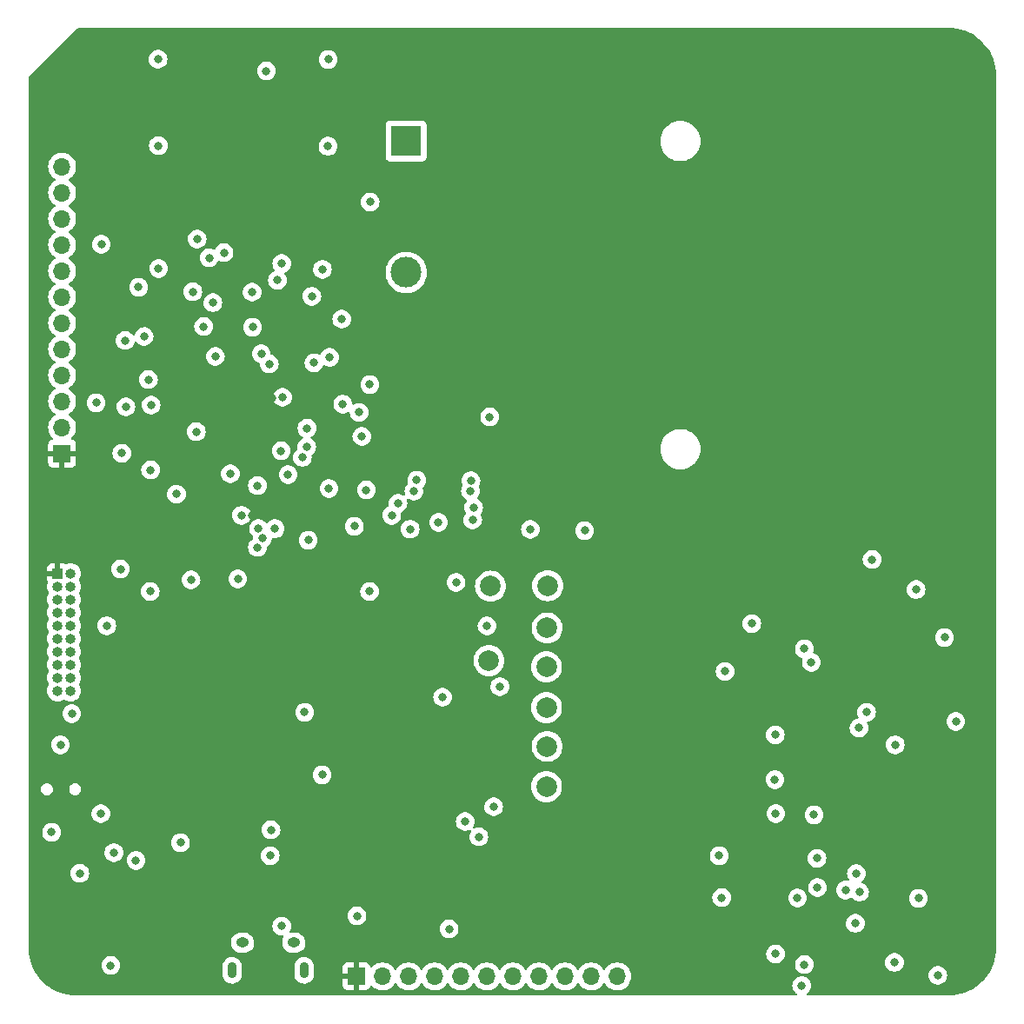
<source format=gbr>
%TF.GenerationSoftware,KiCad,Pcbnew,7.0.7*%
%TF.CreationDate,2024-05-08T11:13:52-07:00*%
%TF.ProjectId,Final_Project_Sutton_Yazzolino,46696e61-6c5f-4507-926f-6a6563745f53,rev?*%
%TF.SameCoordinates,Original*%
%TF.FileFunction,Copper,L3,Inr*%
%TF.FilePolarity,Positive*%
%FSLAX46Y46*%
G04 Gerber Fmt 4.6, Leading zero omitted, Abs format (unit mm)*
G04 Created by KiCad (PCBNEW 7.0.7) date 2024-05-08 11:13:52*
%MOMM*%
%LPD*%
G01*
G04 APERTURE LIST*
%TA.AperFunction,ComponentPad*%
%ADD10C,2.000000*%
%TD*%
%TA.AperFunction,ComponentPad*%
%ADD11O,0.890000X1.550000*%
%TD*%
%TA.AperFunction,ComponentPad*%
%ADD12O,1.250000X0.950000*%
%TD*%
%TA.AperFunction,ComponentPad*%
%ADD13R,1.700000X1.700000*%
%TD*%
%TA.AperFunction,ComponentPad*%
%ADD14O,1.700000X1.700000*%
%TD*%
%TA.AperFunction,ComponentPad*%
%ADD15R,1.000000X1.000000*%
%TD*%
%TA.AperFunction,ComponentPad*%
%ADD16O,1.000000X1.000000*%
%TD*%
%TA.AperFunction,ComponentPad*%
%ADD17R,3.000000X3.000000*%
%TD*%
%TA.AperFunction,ComponentPad*%
%ADD18C,3.000000*%
%TD*%
%TA.AperFunction,ViaPad*%
%ADD19C,0.800000*%
%TD*%
G04 APERTURE END LIST*
D10*
%TO.N,/I2C-DIO*%
%TO.C,Ie1*%
X150825000Y-112600000D03*
%TD*%
D11*
%TO.N,GND*%
%TO.C,J2*%
X120225000Y-142175000D03*
D12*
X121225000Y-139475000D03*
X126225000Y-139475000D03*
D11*
X127225000Y-142175000D03*
%TD*%
D13*
%TO.N,+3.3V*%
%TO.C,LEDmodule1*%
X132325000Y-142750000D03*
D14*
%TO.N,unconnected-(LEDmodule1-3V-Pad2)*%
X134865000Y-142750000D03*
%TO.N,GND*%
X137405000Y-142750000D03*
%TO.N,/SPI-CLK*%
X139945000Y-142750000D03*
%TO.N,/SPI_MISO*%
X142485000Y-142750000D03*
%TO.N,/SPI_MOSI*%
X145025000Y-142750000D03*
%TO.N,/LED_TFTCS*%
X147565000Y-142750000D03*
%TO.N,/LEDreset(unconnected)*%
X150105000Y-142750000D03*
%TO.N,/LED_DC*%
X152645000Y-142750000D03*
%TO.N,/LED_SDCS*%
X155185000Y-142750000D03*
%TO.N,/LED_LIT(unconnected)*%
X157725000Y-142750000D03*
%TD*%
D13*
%TO.N,+3.3V*%
%TO.C,WifiModule1*%
X103650000Y-91825000D03*
D14*
%TO.N,unconnected-(WifiModule1-3V-Pad2)*%
X103650000Y-89285000D03*
%TO.N,GND*%
X103650000Y-86745000D03*
%TO.N,/SPI-CLK*%
X103650000Y-84205000D03*
%TO.N,/SPI_MISO*%
X103650000Y-81665000D03*
%TO.N,/SPI_MOSI*%
X103650000Y-79125000D03*
%TO.N,/Wifi_CS*%
X103650000Y-76585000D03*
%TO.N,/Wifi_BUSY*%
X103650000Y-74045000D03*
%TO.N,/reset*%
X103650000Y-71505000D03*
%TO.N,/Wifi_GPO*%
X103650000Y-68965000D03*
%TO.N,/Wifi_RXI*%
X103650000Y-66425000D03*
%TO.N,/Wifi_TXO*%
X103650000Y-63885000D03*
%TD*%
D10*
%TO.N,/USB_D+*%
%TO.C,USB_D+1*%
X145375000Y-104750000D03*
%TD*%
D15*
%TO.N,+3.3V*%
%TO.C,J3*%
X103200000Y-103525000D03*
D16*
%TO.N,/I2C-SWDIO*%
X104470000Y-103525000D03*
%TO.N,GND*%
X103200000Y-104795000D03*
%TO.N,/I2C-SWCLK*%
X104470000Y-104795000D03*
%TO.N,GND*%
X103200000Y-106065000D03*
%TO.N,unconnected-(J3-SWO{slash}TDO-Pad6)*%
X104470000Y-106065000D03*
%TO.N,unconnected-(J3-KEY-Pad7)*%
X103200000Y-107335000D03*
%TO.N,unconnected-(J3-NC{slash}TDI-Pad8)*%
X104470000Y-107335000D03*
%TO.N,Net-(J3-GNDDetect)*%
X103200000Y-108605000D03*
%TO.N,/reset*%
X104470000Y-108605000D03*
%TO.N,N/C*%
X103200000Y-109875000D03*
X104470000Y-109875000D03*
X103200000Y-111145000D03*
X104470000Y-111145000D03*
X103200000Y-112415000D03*
X104470000Y-112415000D03*
X103200000Y-113685000D03*
X104470000Y-113685000D03*
X103200000Y-114955000D03*
X104470000Y-114955000D03*
%TD*%
D17*
%TO.N,+BATT*%
%TO.C,BT1*%
X137175000Y-61400000D03*
D18*
%TO.N,GND*%
X137175000Y-74200000D03*
%TD*%
D10*
%TO.N,/SPI_MISO*%
%TO.C,TP1*%
X150950000Y-104700000D03*
%TD*%
%TO.N,/I2C-CLK*%
%TO.C,TP4*%
X150825000Y-116575000D03*
%TD*%
%TO.N,/I2C-SWCLK*%
%TO.C,TP5*%
X150900000Y-120350000D03*
%TD*%
%TO.N,/SPI_MOSI*%
%TO.C,TP2*%
X150900000Y-108825000D03*
%TD*%
%TO.N,/I2C-SWDIO*%
%TO.C,TP6*%
X150825000Y-124275000D03*
%TD*%
%TO.N,/USB_D-*%
%TO.C,USB_D-1*%
X145225000Y-112000000D03*
%TD*%
D19*
%TO.N,/SPI-CLK*%
X144250000Y-129160000D03*
X146290000Y-114530000D03*
%TO.N,GND*%
X115190000Y-129720000D03*
X125120000Y-86360000D03*
X116810000Y-70930000D03*
X112325000Y-87100000D03*
X127980000Y-76510000D03*
X132375000Y-136875000D03*
X184725000Y-141400000D03*
X108700000Y-130700000D03*
X176625000Y-112175000D03*
X124000000Y-128475000D03*
X123925000Y-131000000D03*
X179950000Y-134350000D03*
X188950000Y-142650000D03*
X175950000Y-141600000D03*
X107425000Y-126900000D03*
X129575000Y-53450000D03*
X184800000Y-120200000D03*
X175950000Y-110850000D03*
X102625000Y-128725000D03*
X123550000Y-54575000D03*
X113000000Y-53425000D03*
X130990000Y-87010000D03*
X168225000Y-113050000D03*
X122680000Y-94950000D03*
X170825000Y-108400000D03*
X133280000Y-95380000D03*
X125050000Y-137850000D03*
X190700000Y-117925000D03*
X181275000Y-118550000D03*
X109475000Y-91800000D03*
X124630000Y-74950000D03*
X133620000Y-85110000D03*
X189600000Y-109750000D03*
X116725000Y-89700000D03*
X129550000Y-61900000D03*
X103500000Y-120200000D03*
X104600000Y-117175000D03*
X129640000Y-95240000D03*
X182550000Y-102150000D03*
X113025000Y-61850000D03*
X175275000Y-135125000D03*
X112275000Y-93425000D03*
X116390000Y-76080000D03*
X122680000Y-100970000D03*
X186825000Y-105075000D03*
X133650000Y-67330000D03*
%TO.N,+3.3V*%
X117275000Y-67450000D03*
X152630000Y-134160000D03*
X121325000Y-54625000D03*
X131125000Y-71500000D03*
X110125000Y-63400000D03*
X182675000Y-105775000D03*
X129350000Y-67375000D03*
X111790000Y-88960000D03*
X170000000Y-142360000D03*
X111480000Y-79150000D03*
X124100000Y-86430000D03*
X111520000Y-83010000D03*
X122130000Y-97890000D03*
X125275000Y-70575000D03*
X147740000Y-133900000D03*
X103625000Y-57300000D03*
X124560000Y-135770000D03*
X181620000Y-142950000D03*
X182675000Y-107100000D03*
X131475000Y-95400000D03*
X119070000Y-129260000D03*
X129350000Y-84975000D03*
X120785000Y-108355000D03*
X110700000Y-121400000D03*
X116115000Y-108535000D03*
X110200000Y-67650000D03*
X181925000Y-110875000D03*
X156430000Y-134160000D03*
X121600000Y-70475000D03*
%TO.N,+BATT*%
X108390000Y-141690000D03*
%TO.N,Net-(LDO1.8V1-VI)*%
X182010000Y-117040000D03*
X187060000Y-135160000D03*
%TO.N,Net-(U3-PA01)*%
X118580000Y-82380000D03*
X111100000Y-75640000D03*
%TO.N,Net-(U3-PA00)*%
X117440000Y-79460000D03*
X113050000Y-73810000D03*
%TO.N,Net-(D2-K)*%
X105380000Y-132710000D03*
X110850000Y-131460000D03*
%TO.N,/SPI_MOSI*%
X129010000Y-73890000D03*
X117970000Y-72770000D03*
X125050000Y-73330000D03*
%TO.N,/SD_CMD*%
X119420000Y-72260000D03*
X125660000Y-93890000D03*
%TO.N,/SPI-CLK*%
X106971051Y-86888948D03*
X130890000Y-78740000D03*
%TO.N,/SPI_MISO*%
X112060000Y-84620000D03*
%TO.N,/USB_D-*%
X140310000Y-98550000D03*
X145690000Y-126240000D03*
%TO.N,/USB_D+*%
X145300000Y-88270000D03*
X145040000Y-108610000D03*
X142910000Y-127680000D03*
%TO.N,/I2C-SWDIO*%
X109870000Y-87270000D03*
X118340000Y-77140000D03*
X128980000Y-123130000D03*
X127270000Y-117030000D03*
X109340000Y-103090000D03*
%TO.N,/I2C-SWCLK*%
X122160000Y-76100000D03*
X122210000Y-79530000D03*
X108010000Y-108600000D03*
%TO.N,/reset*%
X129710000Y-82470000D03*
X107470000Y-71460000D03*
%TO.N,Net-(JP1-A)*%
X180920000Y-137590000D03*
%TO.N,/PulseOx_IRD*%
X135760000Y-97850000D03*
X137550000Y-99200000D03*
X124990000Y-91570000D03*
%TO.N,Net-(JP2-A)*%
X181020000Y-132740000D03*
%TO.N,/PulseOx_RD*%
X143740000Y-97090000D03*
X136360000Y-96680000D03*
X127060000Y-92210000D03*
%TO.N,Net-(JP3-A)*%
X127630000Y-100260000D03*
%TO.N,Net-(JP4-A)*%
X124390000Y-99150000D03*
%TO.N,Net-(JP5-A)*%
X122780000Y-99140000D03*
%TO.N,/I2C-DIO*%
X116210000Y-104130000D03*
X177180000Y-131250000D03*
X140710000Y-115550000D03*
X167650000Y-131010000D03*
X177220000Y-134100000D03*
%TO.N,Net-(JP6-A)*%
X123158878Y-100064909D03*
%TO.N,/I2C-CLK*%
X120770000Y-104050000D03*
X167900000Y-135090000D03*
%TO.N,Net-(JP7-A)*%
X128190000Y-82990000D03*
%TO.N,Net-(JP8-B)*%
X123830000Y-83100000D03*
%TO.N,Net-(JP9-B)*%
X123050000Y-82120000D03*
%TO.N,Net-(JP10-B)*%
X132850000Y-90170000D03*
%TO.N,Net-(JP11-B)*%
X132580000Y-87830000D03*
%TO.N,/LED_TFTCS*%
X141350000Y-138140000D03*
X112230000Y-105260000D03*
%TO.N,/LED_SDCS*%
X121131329Y-97849238D03*
%TO.N,/PulseOx_INT*%
X173160000Y-126900000D03*
X143640000Y-98300000D03*
X149260000Y-99210000D03*
X173080000Y-123590000D03*
X154550000Y-99340000D03*
X181320000Y-134540000D03*
X176890000Y-127020000D03*
X133610000Y-105260000D03*
X142030000Y-104390000D03*
X173120000Y-119240000D03*
X132120000Y-98910000D03*
%TO.N,/TempSensor_INT*%
X127510000Y-89360000D03*
X143470000Y-94480000D03*
X173150000Y-140560000D03*
X138200000Y-94420000D03*
%TO.N,/TempSensor_ADDR*%
X143427953Y-95478618D03*
X175690000Y-143650000D03*
X127480000Y-91180000D03*
X137920000Y-95500000D03*
%TO.N,/Wifi_BUSY*%
X111640000Y-80420000D03*
X120040000Y-93810000D03*
%TO.N,/Wifi_CS*%
X114790000Y-95785500D03*
X109800000Y-80810000D03*
%TD*%
%TA.AperFunction,Conductor*%
%TO.N,+3.3V*%
G36*
X190399846Y-50398957D02*
G01*
X190405199Y-50399426D01*
X190799315Y-50451312D01*
X190804631Y-50452250D01*
X191192713Y-50538286D01*
X191197924Y-50539681D01*
X191577043Y-50659217D01*
X191582100Y-50661057D01*
X191949371Y-50813185D01*
X191954249Y-50815459D01*
X192306850Y-50999012D01*
X192311528Y-51001714D01*
X192646782Y-51215293D01*
X192651215Y-51218397D01*
X192966569Y-51460377D01*
X192970714Y-51463856D01*
X193263789Y-51732409D01*
X193267590Y-51736210D01*
X193390426Y-51870262D01*
X193536143Y-52029285D01*
X193539622Y-52033430D01*
X193781602Y-52348784D01*
X193784706Y-52353217D01*
X193998285Y-52688471D01*
X194000991Y-52693157D01*
X194182644Y-53042109D01*
X194184531Y-53045732D01*
X194186818Y-53050637D01*
X194338937Y-53417886D01*
X194340783Y-53422960D01*
X194460313Y-53802059D01*
X194461713Y-53807286D01*
X194547749Y-54195368D01*
X194548689Y-54200697D01*
X194600571Y-54594783D01*
X194601043Y-54600174D01*
X194618500Y-54999999D01*
X194618500Y-140000000D01*
X194601043Y-140399825D01*
X194600571Y-140405216D01*
X194548689Y-140799302D01*
X194547749Y-140804631D01*
X194461713Y-141192713D01*
X194460313Y-141197940D01*
X194340783Y-141577039D01*
X194338934Y-141582120D01*
X194327880Y-141608808D01*
X194186818Y-141949362D01*
X194184531Y-141954267D01*
X194000991Y-142306842D01*
X193998285Y-142311528D01*
X193784706Y-142646782D01*
X193781602Y-142651215D01*
X193539622Y-142966569D01*
X193536143Y-142970714D01*
X193267603Y-143263776D01*
X193263776Y-143267603D01*
X192970714Y-143536143D01*
X192966569Y-143539622D01*
X192651215Y-143781602D01*
X192646782Y-143784706D01*
X192311528Y-143998285D01*
X192306842Y-144000991D01*
X191954267Y-144184531D01*
X191949362Y-144186818D01*
X191677674Y-144299354D01*
X191606433Y-144328864D01*
X191582124Y-144338933D01*
X191577039Y-144340783D01*
X191197940Y-144460313D01*
X191192713Y-144461713D01*
X190804631Y-144547749D01*
X190799302Y-144548689D01*
X190405216Y-144600571D01*
X190399825Y-144601043D01*
X190000000Y-144618500D01*
X176284239Y-144618500D01*
X176217200Y-144598815D01*
X176171445Y-144546011D01*
X176161501Y-144476853D01*
X176190526Y-144413297D01*
X176211350Y-144394184D01*
X176301253Y-144328866D01*
X176429040Y-144186944D01*
X176524527Y-144021556D01*
X176583542Y-143839928D01*
X176603504Y-143650000D01*
X176583542Y-143460072D01*
X176524527Y-143278444D01*
X176429040Y-143113056D01*
X176301253Y-142971134D01*
X176146752Y-142858882D01*
X175972288Y-142781206D01*
X175972286Y-142781205D01*
X175843307Y-142753790D01*
X175803586Y-142732346D01*
X175780347Y-142741141D01*
X175770912Y-142741500D01*
X175594513Y-142741500D01*
X175407714Y-142781205D01*
X175233246Y-142858883D01*
X175078745Y-142971135D01*
X174950959Y-143113057D01*
X174855473Y-143278443D01*
X174855470Y-143278450D01*
X174798962Y-143452365D01*
X174796458Y-143460072D01*
X174776496Y-143650000D01*
X174796458Y-143839928D01*
X174796459Y-143839931D01*
X174855470Y-144021549D01*
X174855473Y-144021556D01*
X174950960Y-144186944D01*
X175078747Y-144328866D01*
X175168647Y-144394182D01*
X175211312Y-144449512D01*
X175217291Y-144519126D01*
X175184685Y-144580920D01*
X175123846Y-144615278D01*
X175095761Y-144618500D01*
X105000000Y-144618500D01*
X104600174Y-144601043D01*
X104594783Y-144600571D01*
X104200697Y-144548689D01*
X104195368Y-144547749D01*
X103807286Y-144461713D01*
X103802059Y-144460313D01*
X103422960Y-144340783D01*
X103417886Y-144338937D01*
X103050637Y-144186818D01*
X103045740Y-144184535D01*
X102693157Y-144000991D01*
X102688471Y-143998285D01*
X102353217Y-143784706D01*
X102348784Y-143781602D01*
X102311387Y-143752906D01*
X102174467Y-143647844D01*
X130975000Y-143647844D01*
X130981401Y-143707372D01*
X130981403Y-143707379D01*
X131031645Y-143842086D01*
X131031649Y-143842093D01*
X131117809Y-143957187D01*
X131117812Y-143957190D01*
X131232906Y-144043350D01*
X131232913Y-144043354D01*
X131367620Y-144093596D01*
X131367627Y-144093598D01*
X131427155Y-144099999D01*
X131427172Y-144100000D01*
X132075000Y-144100000D01*
X132075000Y-143362301D01*
X132094685Y-143295262D01*
X132147489Y-143249507D01*
X132216647Y-143239563D01*
X132289237Y-143250000D01*
X132289238Y-143250000D01*
X132360762Y-143250000D01*
X132360763Y-143250000D01*
X132433353Y-143239563D01*
X132502512Y-143249507D01*
X132555315Y-143295262D01*
X132575000Y-143362301D01*
X132575000Y-144100000D01*
X133222828Y-144100000D01*
X133222844Y-144099999D01*
X133282372Y-144093598D01*
X133282379Y-144093596D01*
X133417086Y-144043354D01*
X133417093Y-144043350D01*
X133532187Y-143957190D01*
X133532190Y-143957187D01*
X133618350Y-143842093D01*
X133618354Y-143842086D01*
X133664681Y-143717877D01*
X133706552Y-143661943D01*
X133772016Y-143637526D01*
X133840289Y-143652377D01*
X133872089Y-143677223D01*
X133941760Y-143752906D01*
X134119424Y-143891189D01*
X134119425Y-143891189D01*
X134119427Y-143891191D01*
X134241378Y-143957187D01*
X134317426Y-143998342D01*
X134530365Y-144071444D01*
X134752431Y-144108500D01*
X134977569Y-144108500D01*
X135199635Y-144071444D01*
X135412574Y-143998342D01*
X135610576Y-143891189D01*
X135788240Y-143752906D01*
X135940722Y-143587268D01*
X136031193Y-143448790D01*
X136084338Y-143403437D01*
X136153569Y-143394013D01*
X136216905Y-143423515D01*
X136238804Y-143448787D01*
X136329278Y-143587268D01*
X136329283Y-143587273D01*
X136329284Y-143587276D01*
X136449513Y-143717877D01*
X136481760Y-143752906D01*
X136659424Y-143891189D01*
X136659425Y-143891189D01*
X136659427Y-143891191D01*
X136781378Y-143957187D01*
X136857426Y-143998342D01*
X137070365Y-144071444D01*
X137292431Y-144108500D01*
X137517569Y-144108500D01*
X137739635Y-144071444D01*
X137952574Y-143998342D01*
X138150576Y-143891189D01*
X138328240Y-143752906D01*
X138480722Y-143587268D01*
X138571193Y-143448790D01*
X138624338Y-143403437D01*
X138693569Y-143394013D01*
X138756905Y-143423515D01*
X138778804Y-143448787D01*
X138869278Y-143587268D01*
X138869283Y-143587273D01*
X138869284Y-143587276D01*
X138989513Y-143717877D01*
X139021760Y-143752906D01*
X139199424Y-143891189D01*
X139199425Y-143891189D01*
X139199427Y-143891191D01*
X139321378Y-143957187D01*
X139397426Y-143998342D01*
X139610365Y-144071444D01*
X139832431Y-144108500D01*
X140057569Y-144108500D01*
X140279635Y-144071444D01*
X140492574Y-143998342D01*
X140690576Y-143891189D01*
X140868240Y-143752906D01*
X141020722Y-143587268D01*
X141111193Y-143448790D01*
X141164338Y-143403437D01*
X141233569Y-143394013D01*
X141296905Y-143423515D01*
X141318804Y-143448787D01*
X141409278Y-143587268D01*
X141409283Y-143587273D01*
X141409284Y-143587276D01*
X141529513Y-143717877D01*
X141561760Y-143752906D01*
X141739424Y-143891189D01*
X141739425Y-143891189D01*
X141739427Y-143891191D01*
X141861378Y-143957187D01*
X141937426Y-143998342D01*
X142150365Y-144071444D01*
X142372431Y-144108500D01*
X142597569Y-144108500D01*
X142819635Y-144071444D01*
X143032574Y-143998342D01*
X143230576Y-143891189D01*
X143408240Y-143752906D01*
X143560722Y-143587268D01*
X143651193Y-143448790D01*
X143704338Y-143403437D01*
X143773569Y-143394013D01*
X143836905Y-143423515D01*
X143858804Y-143448787D01*
X143949278Y-143587268D01*
X143949283Y-143587273D01*
X143949284Y-143587276D01*
X144069513Y-143717877D01*
X144101760Y-143752906D01*
X144279424Y-143891189D01*
X144279425Y-143891189D01*
X144279427Y-143891191D01*
X144401378Y-143957187D01*
X144477426Y-143998342D01*
X144690365Y-144071444D01*
X144912431Y-144108500D01*
X145137569Y-144108500D01*
X145359635Y-144071444D01*
X145572574Y-143998342D01*
X145770576Y-143891189D01*
X145948240Y-143752906D01*
X146100722Y-143587268D01*
X146191193Y-143448790D01*
X146244338Y-143403437D01*
X146313569Y-143394013D01*
X146376905Y-143423515D01*
X146398804Y-143448787D01*
X146489278Y-143587268D01*
X146489283Y-143587273D01*
X146489284Y-143587276D01*
X146609513Y-143717877D01*
X146641760Y-143752906D01*
X146819424Y-143891189D01*
X146819425Y-143891189D01*
X146819427Y-143891191D01*
X146941378Y-143957187D01*
X147017426Y-143998342D01*
X147230365Y-144071444D01*
X147452431Y-144108500D01*
X147677569Y-144108500D01*
X147899635Y-144071444D01*
X148112574Y-143998342D01*
X148310576Y-143891189D01*
X148488240Y-143752906D01*
X148640722Y-143587268D01*
X148731193Y-143448790D01*
X148784338Y-143403437D01*
X148853569Y-143394013D01*
X148916905Y-143423515D01*
X148938804Y-143448787D01*
X149029278Y-143587268D01*
X149029283Y-143587273D01*
X149029284Y-143587276D01*
X149149513Y-143717877D01*
X149181760Y-143752906D01*
X149359424Y-143891189D01*
X149359425Y-143891189D01*
X149359427Y-143891191D01*
X149481378Y-143957187D01*
X149557426Y-143998342D01*
X149770365Y-144071444D01*
X149992431Y-144108500D01*
X150217569Y-144108500D01*
X150439635Y-144071444D01*
X150652574Y-143998342D01*
X150850576Y-143891189D01*
X151028240Y-143752906D01*
X151180722Y-143587268D01*
X151271193Y-143448790D01*
X151324338Y-143403437D01*
X151393569Y-143394013D01*
X151456905Y-143423515D01*
X151478804Y-143448787D01*
X151569278Y-143587268D01*
X151569283Y-143587273D01*
X151569284Y-143587276D01*
X151689513Y-143717877D01*
X151721760Y-143752906D01*
X151899424Y-143891189D01*
X151899425Y-143891189D01*
X151899427Y-143891191D01*
X152021378Y-143957187D01*
X152097426Y-143998342D01*
X152310365Y-144071444D01*
X152532431Y-144108500D01*
X152757569Y-144108500D01*
X152979635Y-144071444D01*
X153192574Y-143998342D01*
X153390576Y-143891189D01*
X153568240Y-143752906D01*
X153720722Y-143587268D01*
X153811193Y-143448790D01*
X153864338Y-143403437D01*
X153933569Y-143394013D01*
X153996905Y-143423515D01*
X154018804Y-143448787D01*
X154109278Y-143587268D01*
X154109283Y-143587273D01*
X154109284Y-143587276D01*
X154229513Y-143717877D01*
X154261760Y-143752906D01*
X154439424Y-143891189D01*
X154439425Y-143891189D01*
X154439427Y-143891191D01*
X154561378Y-143957187D01*
X154637426Y-143998342D01*
X154850365Y-144071444D01*
X155072431Y-144108500D01*
X155297569Y-144108500D01*
X155519635Y-144071444D01*
X155732574Y-143998342D01*
X155930576Y-143891189D01*
X156108240Y-143752906D01*
X156260722Y-143587268D01*
X156351193Y-143448790D01*
X156404338Y-143403437D01*
X156473569Y-143394013D01*
X156536905Y-143423515D01*
X156558804Y-143448787D01*
X156649278Y-143587268D01*
X156649283Y-143587273D01*
X156649284Y-143587276D01*
X156769513Y-143717877D01*
X156801760Y-143752906D01*
X156979424Y-143891189D01*
X156979425Y-143891189D01*
X156979427Y-143891191D01*
X157101378Y-143957187D01*
X157177426Y-143998342D01*
X157390365Y-144071444D01*
X157612431Y-144108500D01*
X157837569Y-144108500D01*
X158059635Y-144071444D01*
X158272574Y-143998342D01*
X158470576Y-143891189D01*
X158648240Y-143752906D01*
X158800722Y-143587268D01*
X158923860Y-143398791D01*
X159014296Y-143192616D01*
X159069564Y-142974368D01*
X159069950Y-142969714D01*
X159088156Y-142750005D01*
X159088156Y-142749994D01*
X159079870Y-142650000D01*
X188036496Y-142650000D01*
X188056458Y-142839928D01*
X188056459Y-142839931D01*
X188115470Y-143021549D01*
X188115473Y-143021556D01*
X188210960Y-143186944D01*
X188338747Y-143328866D01*
X188493248Y-143441118D01*
X188667712Y-143518794D01*
X188854513Y-143558500D01*
X189045487Y-143558500D01*
X189232288Y-143518794D01*
X189406752Y-143441118D01*
X189561253Y-143328866D01*
X189689040Y-143186944D01*
X189784527Y-143021556D01*
X189843542Y-142839928D01*
X189863504Y-142650000D01*
X189843542Y-142460072D01*
X189784664Y-142278866D01*
X189784529Y-142278450D01*
X189784528Y-142278449D01*
X189784527Y-142278444D01*
X189689040Y-142113056D01*
X189561253Y-141971134D01*
X189406752Y-141858882D01*
X189232288Y-141781206D01*
X189232286Y-141781205D01*
X189045487Y-141741500D01*
X188854513Y-141741500D01*
X188667714Y-141781205D01*
X188587009Y-141817137D01*
X188493516Y-141858763D01*
X188493246Y-141858883D01*
X188338745Y-141971135D01*
X188210959Y-142113057D01*
X188115473Y-142278443D01*
X188115470Y-142278450D01*
X188056459Y-142460068D01*
X188056458Y-142460072D01*
X188036496Y-142650000D01*
X159079870Y-142650000D01*
X159069565Y-142525640D01*
X159069563Y-142525628D01*
X159062113Y-142496210D01*
X159014296Y-142307384D01*
X158923860Y-142101209D01*
X158909261Y-142078864D01*
X158862290Y-142006970D01*
X158800722Y-141912732D01*
X158800719Y-141912729D01*
X158800715Y-141912723D01*
X158648243Y-141747097D01*
X158648238Y-141747092D01*
X158470577Y-141608812D01*
X158470572Y-141608808D01*
X158454296Y-141600000D01*
X175036496Y-141600000D01*
X175056458Y-141789928D01*
X175056459Y-141789931D01*
X175115470Y-141971549D01*
X175115473Y-141971556D01*
X175210960Y-142136944D01*
X175338747Y-142278866D01*
X175493248Y-142391118D01*
X175667712Y-142468794D01*
X175725682Y-142481116D01*
X175796693Y-142496210D01*
X175836413Y-142517653D01*
X175859653Y-142508859D01*
X175869088Y-142508500D01*
X176045487Y-142508500D01*
X176232288Y-142468794D01*
X176406752Y-142391118D01*
X176561253Y-142278866D01*
X176689040Y-142136944D01*
X176784527Y-141971556D01*
X176843542Y-141789928D01*
X176863504Y-141600000D01*
X176843542Y-141410072D01*
X176840269Y-141400000D01*
X183811496Y-141400000D01*
X183831458Y-141589928D01*
X183831459Y-141589931D01*
X183890470Y-141771549D01*
X183890473Y-141771556D01*
X183985960Y-141936944D01*
X184113747Y-142078866D01*
X184268248Y-142191118D01*
X184442712Y-142268794D01*
X184629513Y-142308500D01*
X184820487Y-142308500D01*
X185007288Y-142268794D01*
X185181752Y-142191118D01*
X185336253Y-142078866D01*
X185464040Y-141936944D01*
X185559527Y-141771556D01*
X185618542Y-141589928D01*
X185638504Y-141400000D01*
X185618542Y-141210072D01*
X185559527Y-141028444D01*
X185464040Y-140863056D01*
X185336253Y-140721134D01*
X185181752Y-140608882D01*
X185007288Y-140531206D01*
X185007286Y-140531205D01*
X184820487Y-140491500D01*
X184629513Y-140491500D01*
X184442714Y-140531205D01*
X184268246Y-140608883D01*
X184113745Y-140721135D01*
X183985959Y-140863057D01*
X183890473Y-141028443D01*
X183890470Y-141028450D01*
X183835400Y-141197940D01*
X183831458Y-141210072D01*
X183811496Y-141400000D01*
X176840269Y-141400000D01*
X176784527Y-141228444D01*
X176689040Y-141063056D01*
X176561253Y-140921134D01*
X176406752Y-140808882D01*
X176232288Y-140731206D01*
X176232286Y-140731205D01*
X176045487Y-140691500D01*
X175854513Y-140691500D01*
X175667714Y-140731205D01*
X175493246Y-140808883D01*
X175338745Y-140921135D01*
X175210959Y-141063057D01*
X175115473Y-141228443D01*
X175115470Y-141228450D01*
X175057650Y-141406403D01*
X175056458Y-141410072D01*
X175036496Y-141600000D01*
X158454296Y-141600000D01*
X158272580Y-141501661D01*
X158272577Y-141501659D01*
X158272574Y-141501658D01*
X158272571Y-141501657D01*
X158272569Y-141501656D01*
X158059637Y-141428556D01*
X157837569Y-141391500D01*
X157612431Y-141391500D01*
X157390362Y-141428556D01*
X157177430Y-141501656D01*
X157177419Y-141501661D01*
X156979427Y-141608808D01*
X156979422Y-141608812D01*
X156801761Y-141747092D01*
X156801756Y-141747097D01*
X156649284Y-141912723D01*
X156649276Y-141912734D01*
X156558808Y-142051206D01*
X156505662Y-142096562D01*
X156436431Y-142105986D01*
X156373095Y-142076484D01*
X156351192Y-142051206D01*
X156286287Y-141951862D01*
X156260722Y-141912732D01*
X156260719Y-141912729D01*
X156260715Y-141912723D01*
X156108243Y-141747097D01*
X156108238Y-141747092D01*
X155930577Y-141608812D01*
X155930572Y-141608808D01*
X155732580Y-141501661D01*
X155732577Y-141501659D01*
X155732574Y-141501658D01*
X155732571Y-141501657D01*
X155732569Y-141501656D01*
X155519637Y-141428556D01*
X155297569Y-141391500D01*
X155072431Y-141391500D01*
X154850362Y-141428556D01*
X154637430Y-141501656D01*
X154637419Y-141501661D01*
X154439427Y-141608808D01*
X154439422Y-141608812D01*
X154261761Y-141747092D01*
X154261756Y-141747097D01*
X154109284Y-141912723D01*
X154109276Y-141912734D01*
X154018808Y-142051206D01*
X153965662Y-142096562D01*
X153896431Y-142105986D01*
X153833095Y-142076484D01*
X153811192Y-142051206D01*
X153746287Y-141951862D01*
X153720722Y-141912732D01*
X153720719Y-141912729D01*
X153720715Y-141912723D01*
X153568243Y-141747097D01*
X153568238Y-141747092D01*
X153390577Y-141608812D01*
X153390572Y-141608808D01*
X153192580Y-141501661D01*
X153192577Y-141501659D01*
X153192574Y-141501658D01*
X153192571Y-141501657D01*
X153192569Y-141501656D01*
X152979637Y-141428556D01*
X152757569Y-141391500D01*
X152532431Y-141391500D01*
X152310362Y-141428556D01*
X152097430Y-141501656D01*
X152097419Y-141501661D01*
X151899427Y-141608808D01*
X151899422Y-141608812D01*
X151721761Y-141747092D01*
X151721756Y-141747097D01*
X151569284Y-141912723D01*
X151569276Y-141912734D01*
X151478808Y-142051206D01*
X151425662Y-142096562D01*
X151356431Y-142105986D01*
X151293095Y-142076484D01*
X151271192Y-142051206D01*
X151206287Y-141951862D01*
X151180722Y-141912732D01*
X151180719Y-141912729D01*
X151180715Y-141912723D01*
X151028243Y-141747097D01*
X151028238Y-141747092D01*
X150850577Y-141608812D01*
X150850572Y-141608808D01*
X150652580Y-141501661D01*
X150652577Y-141501659D01*
X150652574Y-141501658D01*
X150652571Y-141501657D01*
X150652569Y-141501656D01*
X150439637Y-141428556D01*
X150217569Y-141391500D01*
X149992431Y-141391500D01*
X149770362Y-141428556D01*
X149557430Y-141501656D01*
X149557419Y-141501661D01*
X149359427Y-141608808D01*
X149359422Y-141608812D01*
X149181761Y-141747092D01*
X149181756Y-141747097D01*
X149029284Y-141912723D01*
X149029276Y-141912734D01*
X148938808Y-142051206D01*
X148885662Y-142096562D01*
X148816431Y-142105986D01*
X148753095Y-142076484D01*
X148731192Y-142051206D01*
X148666287Y-141951862D01*
X148640722Y-141912732D01*
X148640719Y-141912729D01*
X148640715Y-141912723D01*
X148488243Y-141747097D01*
X148488238Y-141747092D01*
X148310577Y-141608812D01*
X148310572Y-141608808D01*
X148112580Y-141501661D01*
X148112577Y-141501659D01*
X148112574Y-141501658D01*
X148112571Y-141501657D01*
X148112569Y-141501656D01*
X147899637Y-141428556D01*
X147677569Y-141391500D01*
X147452431Y-141391500D01*
X147230362Y-141428556D01*
X147017430Y-141501656D01*
X147017419Y-141501661D01*
X146819427Y-141608808D01*
X146819422Y-141608812D01*
X146641761Y-141747092D01*
X146641756Y-141747097D01*
X146489284Y-141912723D01*
X146489276Y-141912734D01*
X146398808Y-142051206D01*
X146345662Y-142096562D01*
X146276431Y-142105986D01*
X146213095Y-142076484D01*
X146191192Y-142051206D01*
X146126287Y-141951862D01*
X146100722Y-141912732D01*
X146100719Y-141912729D01*
X146100715Y-141912723D01*
X145948243Y-141747097D01*
X145948238Y-141747092D01*
X145770577Y-141608812D01*
X145770572Y-141608808D01*
X145572580Y-141501661D01*
X145572577Y-141501659D01*
X145572574Y-141501658D01*
X145572571Y-141501657D01*
X145572569Y-141501656D01*
X145359637Y-141428556D01*
X145137569Y-141391500D01*
X144912431Y-141391500D01*
X144690362Y-141428556D01*
X144477430Y-141501656D01*
X144477419Y-141501661D01*
X144279427Y-141608808D01*
X144279422Y-141608812D01*
X144101761Y-141747092D01*
X144101756Y-141747097D01*
X143949284Y-141912723D01*
X143949276Y-141912734D01*
X143858808Y-142051206D01*
X143805662Y-142096562D01*
X143736431Y-142105986D01*
X143673095Y-142076484D01*
X143651192Y-142051206D01*
X143586287Y-141951862D01*
X143560722Y-141912732D01*
X143560719Y-141912729D01*
X143560715Y-141912723D01*
X143408243Y-141747097D01*
X143408238Y-141747092D01*
X143230577Y-141608812D01*
X143230572Y-141608808D01*
X143032580Y-141501661D01*
X143032577Y-141501659D01*
X143032574Y-141501658D01*
X143032571Y-141501657D01*
X143032569Y-141501656D01*
X142819637Y-141428556D01*
X142597569Y-141391500D01*
X142372431Y-141391500D01*
X142150362Y-141428556D01*
X141937430Y-141501656D01*
X141937419Y-141501661D01*
X141739427Y-141608808D01*
X141739422Y-141608812D01*
X141561761Y-141747092D01*
X141561756Y-141747097D01*
X141409284Y-141912723D01*
X141409276Y-141912734D01*
X141318808Y-142051206D01*
X141265662Y-142096562D01*
X141196431Y-142105986D01*
X141133095Y-142076484D01*
X141111192Y-142051206D01*
X141046287Y-141951862D01*
X141020722Y-141912732D01*
X141020719Y-141912729D01*
X141020715Y-141912723D01*
X140868243Y-141747097D01*
X140868238Y-141747092D01*
X140690577Y-141608812D01*
X140690572Y-141608808D01*
X140492580Y-141501661D01*
X140492577Y-141501659D01*
X140492574Y-141501658D01*
X140492571Y-141501657D01*
X140492569Y-141501656D01*
X140279637Y-141428556D01*
X140057569Y-141391500D01*
X139832431Y-141391500D01*
X139610362Y-141428556D01*
X139397430Y-141501656D01*
X139397419Y-141501661D01*
X139199427Y-141608808D01*
X139199422Y-141608812D01*
X139021761Y-141747092D01*
X139021756Y-141747097D01*
X138869284Y-141912723D01*
X138869276Y-141912734D01*
X138778808Y-142051206D01*
X138725662Y-142096562D01*
X138656431Y-142105986D01*
X138593095Y-142076484D01*
X138571192Y-142051206D01*
X138506287Y-141951862D01*
X138480722Y-141912732D01*
X138480719Y-141912729D01*
X138480715Y-141912723D01*
X138328243Y-141747097D01*
X138328238Y-141747092D01*
X138150577Y-141608812D01*
X138150572Y-141608808D01*
X137952580Y-141501661D01*
X137952577Y-141501659D01*
X137952574Y-141501658D01*
X137952571Y-141501657D01*
X137952569Y-141501656D01*
X137739637Y-141428556D01*
X137517569Y-141391500D01*
X137292431Y-141391500D01*
X137070362Y-141428556D01*
X136857430Y-141501656D01*
X136857419Y-141501661D01*
X136659427Y-141608808D01*
X136659422Y-141608812D01*
X136481761Y-141747092D01*
X136481756Y-141747097D01*
X136329284Y-141912723D01*
X136329276Y-141912734D01*
X136238808Y-142051206D01*
X136185662Y-142096562D01*
X136116431Y-142105986D01*
X136053095Y-142076484D01*
X136031192Y-142051206D01*
X135966287Y-141951862D01*
X135940722Y-141912732D01*
X135940719Y-141912729D01*
X135940715Y-141912723D01*
X135788243Y-141747097D01*
X135788238Y-141747092D01*
X135610577Y-141608812D01*
X135610572Y-141608808D01*
X135412580Y-141501661D01*
X135412577Y-141501659D01*
X135412574Y-141501658D01*
X135412571Y-141501657D01*
X135412569Y-141501656D01*
X135199637Y-141428556D01*
X134977569Y-141391500D01*
X134752431Y-141391500D01*
X134530362Y-141428556D01*
X134317430Y-141501656D01*
X134317419Y-141501661D01*
X134119427Y-141608808D01*
X134119422Y-141608812D01*
X133941761Y-141747092D01*
X133872092Y-141822773D01*
X133812205Y-141858763D01*
X133742367Y-141856662D01*
X133684751Y-141817137D01*
X133664681Y-141782122D01*
X133618354Y-141657913D01*
X133618350Y-141657906D01*
X133532190Y-141542812D01*
X133532187Y-141542809D01*
X133417093Y-141456649D01*
X133417086Y-141456645D01*
X133282379Y-141406403D01*
X133282372Y-141406401D01*
X133222844Y-141400000D01*
X132575000Y-141400000D01*
X132574999Y-142137698D01*
X132555314Y-142204738D01*
X132502510Y-142250492D01*
X132433353Y-142260436D01*
X132360764Y-142250000D01*
X132360763Y-142250000D01*
X132289237Y-142250000D01*
X132289233Y-142250000D01*
X132216645Y-142260436D01*
X132147487Y-142250492D01*
X132094684Y-142204736D01*
X132075000Y-142137698D01*
X132075000Y-141400000D01*
X131427155Y-141400000D01*
X131367627Y-141406401D01*
X131367620Y-141406403D01*
X131232913Y-141456645D01*
X131232906Y-141456649D01*
X131117812Y-141542809D01*
X131117809Y-141542812D01*
X131031649Y-141657906D01*
X131031645Y-141657913D01*
X130981403Y-141792620D01*
X130981401Y-141792627D01*
X130975000Y-141852155D01*
X130975000Y-142500000D01*
X131711653Y-142500000D01*
X131778692Y-142519685D01*
X131824447Y-142572489D01*
X131834391Y-142641647D01*
X131830631Y-142658933D01*
X131825000Y-142678111D01*
X131825000Y-142821888D01*
X131830631Y-142841067D01*
X131830630Y-142910936D01*
X131792855Y-142969714D01*
X131729299Y-142998738D01*
X131711653Y-143000000D01*
X130975000Y-143000000D01*
X130975000Y-143647844D01*
X102174467Y-143647844D01*
X102033428Y-143539621D01*
X102029285Y-143536143D01*
X101916527Y-143432820D01*
X101736210Y-143267590D01*
X101732409Y-143263789D01*
X101463856Y-142970714D01*
X101460377Y-142966569D01*
X101417688Y-142910936D01*
X101218393Y-142651210D01*
X101215293Y-142646782D01*
X101001714Y-142311528D01*
X100999008Y-142306842D01*
X100984445Y-142278866D01*
X100815459Y-141954249D01*
X100813181Y-141949362D01*
X100705750Y-141690000D01*
X107476496Y-141690000D01*
X107496458Y-141879928D01*
X107496459Y-141879931D01*
X107555470Y-142061549D01*
X107555473Y-142061556D01*
X107650960Y-142226944D01*
X107724393Y-142308500D01*
X107775767Y-142365557D01*
X107778747Y-142368866D01*
X107933248Y-142481118D01*
X108107712Y-142558794D01*
X108294513Y-142598500D01*
X108485487Y-142598500D01*
X108672288Y-142558794D01*
X108684509Y-142553353D01*
X119271500Y-142553353D01*
X119286201Y-142697929D01*
X119344251Y-142882948D01*
X119344258Y-142882963D01*
X119438364Y-143052510D01*
X119438367Y-143052515D01*
X119564680Y-143199653D01*
X119564681Y-143199654D01*
X119688198Y-143295262D01*
X119718032Y-143318355D01*
X119892137Y-143403758D01*
X120079869Y-143452365D01*
X120273543Y-143462187D01*
X120465230Y-143432822D01*
X120647081Y-143365471D01*
X120729367Y-143314182D01*
X120811649Y-143262896D01*
X120811650Y-143262894D01*
X120811653Y-143262893D01*
X120934803Y-143145829D01*
X120952204Y-143129289D01*
X120952204Y-143129288D01*
X120952207Y-143129286D01*
X121062989Y-142970122D01*
X121139463Y-142791915D01*
X121178500Y-142601961D01*
X121178500Y-142553353D01*
X126271500Y-142553353D01*
X126286201Y-142697929D01*
X126344251Y-142882948D01*
X126344258Y-142882963D01*
X126438364Y-143052510D01*
X126438367Y-143052515D01*
X126564680Y-143199653D01*
X126564681Y-143199654D01*
X126688198Y-143295262D01*
X126718032Y-143318355D01*
X126892137Y-143403758D01*
X127079869Y-143452365D01*
X127273543Y-143462187D01*
X127465230Y-143432822D01*
X127647081Y-143365471D01*
X127729366Y-143314182D01*
X127811649Y-143262896D01*
X127811650Y-143262894D01*
X127811653Y-143262893D01*
X127934803Y-143145829D01*
X127952204Y-143129289D01*
X127952204Y-143129288D01*
X127952207Y-143129286D01*
X128062989Y-142970122D01*
X128139463Y-142791915D01*
X128178500Y-142601961D01*
X128178500Y-141796648D01*
X128178091Y-141792620D01*
X128163798Y-141652070D01*
X128105748Y-141467051D01*
X128105746Y-141467047D01*
X128105745Y-141467043D01*
X128011634Y-141297487D01*
X128011633Y-141297486D01*
X128011632Y-141297484D01*
X127885319Y-141150346D01*
X127885318Y-141150345D01*
X127731971Y-141031647D01*
X127731969Y-141031646D01*
X127731968Y-141031645D01*
X127557863Y-140946242D01*
X127370131Y-140897635D01*
X127370133Y-140897635D01*
X127241014Y-140891086D01*
X127176457Y-140887813D01*
X127176456Y-140887813D01*
X127176454Y-140887813D01*
X126984777Y-140917176D01*
X126984765Y-140917179D01*
X126802923Y-140984527D01*
X126802914Y-140984531D01*
X126638350Y-141087103D01*
X126638345Y-141087108D01*
X126497795Y-141220710D01*
X126497794Y-141220712D01*
X126387010Y-141379878D01*
X126310537Y-141558084D01*
X126271500Y-141748038D01*
X126271500Y-142553353D01*
X121178500Y-142553353D01*
X121178500Y-141796648D01*
X121178091Y-141792620D01*
X121163798Y-141652070D01*
X121105748Y-141467051D01*
X121105746Y-141467047D01*
X121105745Y-141467043D01*
X121011634Y-141297487D01*
X121011633Y-141297486D01*
X121011632Y-141297484D01*
X120885319Y-141150346D01*
X120885318Y-141150345D01*
X120731971Y-141031647D01*
X120731969Y-141031646D01*
X120731968Y-141031645D01*
X120557863Y-140946242D01*
X120370131Y-140897635D01*
X120370133Y-140897635D01*
X120241014Y-140891086D01*
X120176457Y-140887813D01*
X120176456Y-140887813D01*
X120176454Y-140887813D01*
X119984777Y-140917176D01*
X119984765Y-140917179D01*
X119802923Y-140984527D01*
X119802914Y-140984531D01*
X119638350Y-141087103D01*
X119638345Y-141087108D01*
X119497795Y-141220710D01*
X119497794Y-141220712D01*
X119387010Y-141379878D01*
X119310537Y-141558084D01*
X119271500Y-141748038D01*
X119271500Y-142553353D01*
X108684509Y-142553353D01*
X108846752Y-142481118D01*
X109001253Y-142368866D01*
X109129040Y-142226944D01*
X109224527Y-142061556D01*
X109283542Y-141879928D01*
X109303504Y-141690000D01*
X109283542Y-141500072D01*
X109224527Y-141318444D01*
X109129040Y-141153056D01*
X109001253Y-141011134D01*
X108846752Y-140898882D01*
X108672288Y-140821206D01*
X108672286Y-140821205D01*
X108485487Y-140781500D01*
X108294513Y-140781500D01*
X108107714Y-140821205D01*
X107933246Y-140898883D01*
X107778745Y-141011135D01*
X107650959Y-141153057D01*
X107555473Y-141318443D01*
X107555470Y-141318450D01*
X107507187Y-141467051D01*
X107496458Y-141500072D01*
X107476496Y-141690000D01*
X100705750Y-141690000D01*
X100661057Y-141582100D01*
X100659216Y-141577039D01*
X100653240Y-141558085D01*
X100539681Y-141197924D01*
X100538286Y-141192713D01*
X100452250Y-140804631D01*
X100451312Y-140799315D01*
X100419806Y-140560000D01*
X172236496Y-140560000D01*
X172256458Y-140749928D01*
X172256459Y-140749931D01*
X172315470Y-140931549D01*
X172315473Y-140931556D01*
X172410960Y-141096944D01*
X172538747Y-141238866D01*
X172693248Y-141351118D01*
X172867712Y-141428794D01*
X173054513Y-141468500D01*
X173245487Y-141468500D01*
X173432288Y-141428794D01*
X173606752Y-141351118D01*
X173761253Y-141238866D01*
X173889040Y-141096944D01*
X173984527Y-140931556D01*
X174043542Y-140749928D01*
X174063504Y-140560000D01*
X174043542Y-140370072D01*
X173984527Y-140188444D01*
X173889040Y-140023056D01*
X173761253Y-139881134D01*
X173606752Y-139768882D01*
X173432288Y-139691206D01*
X173432286Y-139691205D01*
X173245487Y-139651500D01*
X173054513Y-139651500D01*
X172867714Y-139691205D01*
X172693246Y-139768883D01*
X172538745Y-139881135D01*
X172410959Y-140023057D01*
X172315473Y-140188443D01*
X172315470Y-140188450D01*
X172256459Y-140370068D01*
X172256458Y-140370072D01*
X172236496Y-140560000D01*
X100419806Y-140560000D01*
X100399426Y-140405199D01*
X100398957Y-140399846D01*
X100381500Y-140000000D01*
X100381500Y-139945149D01*
X100381500Y-139525070D01*
X120087697Y-139525070D01*
X120117984Y-139722780D01*
X120117987Y-139722792D01*
X120187454Y-139910356D01*
X120187458Y-139910365D01*
X120293258Y-140080107D01*
X120293262Y-140080113D01*
X120431067Y-140225084D01*
X120431069Y-140225085D01*
X120431071Y-140225087D01*
X120595244Y-140339355D01*
X120779058Y-140418235D01*
X120974988Y-140458500D01*
X121424878Y-140458500D01*
X121573999Y-140443336D01*
X121764840Y-140383459D01*
X121764841Y-140383458D01*
X121764849Y-140383456D01*
X121939740Y-140286384D01*
X122091510Y-140156093D01*
X122213946Y-139997919D01*
X122302036Y-139818336D01*
X122352172Y-139624697D01*
X122362303Y-139424930D01*
X122332014Y-139227212D01*
X122262544Y-139039639D01*
X122156739Y-138869889D01*
X122156737Y-138869886D01*
X122018932Y-138724915D01*
X122018930Y-138724914D01*
X122010137Y-138718794D01*
X121930861Y-138663616D01*
X121854755Y-138610644D01*
X121670942Y-138531765D01*
X121475012Y-138491500D01*
X121025123Y-138491500D01*
X121025122Y-138491500D01*
X120876000Y-138506663D01*
X120685159Y-138566540D01*
X120685144Y-138566547D01*
X120510262Y-138663614D01*
X120510257Y-138663617D01*
X120358491Y-138793905D01*
X120358489Y-138793906D01*
X120236055Y-138952078D01*
X120236053Y-138952082D01*
X120147964Y-139131663D01*
X120097828Y-139325302D01*
X120087697Y-139525070D01*
X100381500Y-139525070D01*
X100381500Y-137850000D01*
X124136496Y-137850000D01*
X124156458Y-138039928D01*
X124156459Y-138039931D01*
X124215470Y-138221549D01*
X124215473Y-138221556D01*
X124310960Y-138386944D01*
X124438747Y-138528866D01*
X124593248Y-138641118D01*
X124767712Y-138718794D01*
X124954513Y-138758500D01*
X125133309Y-138758500D01*
X125200348Y-138778185D01*
X125246103Y-138830989D01*
X125256047Y-138900147D01*
X125238541Y-138948092D01*
X125236054Y-138952081D01*
X125147964Y-139131663D01*
X125097828Y-139325302D01*
X125087697Y-139525070D01*
X125117984Y-139722780D01*
X125117987Y-139722792D01*
X125187454Y-139910356D01*
X125187458Y-139910365D01*
X125293258Y-140080107D01*
X125293262Y-140080113D01*
X125431067Y-140225084D01*
X125431069Y-140225085D01*
X125431071Y-140225087D01*
X125595244Y-140339355D01*
X125779058Y-140418235D01*
X125974988Y-140458500D01*
X126424878Y-140458500D01*
X126573999Y-140443336D01*
X126764840Y-140383459D01*
X126764841Y-140383458D01*
X126764849Y-140383456D01*
X126939740Y-140286384D01*
X127091510Y-140156093D01*
X127213946Y-139997919D01*
X127302036Y-139818336D01*
X127352172Y-139624697D01*
X127362303Y-139424930D01*
X127332014Y-139227212D01*
X127262544Y-139039639D01*
X127156739Y-138869889D01*
X127156737Y-138869886D01*
X127018932Y-138724915D01*
X127018930Y-138724914D01*
X127010137Y-138718794D01*
X126930861Y-138663616D01*
X126854755Y-138610644D01*
X126670942Y-138531765D01*
X126475012Y-138491500D01*
X126025123Y-138491500D01*
X126025121Y-138491500D01*
X125951291Y-138499007D01*
X125882604Y-138486205D01*
X125831742Y-138438300D01*
X125814854Y-138370502D01*
X125831360Y-138313643D01*
X125884527Y-138221556D01*
X125911026Y-138140000D01*
X140436496Y-138140000D01*
X140456458Y-138329928D01*
X140456459Y-138329931D01*
X140515470Y-138511549D01*
X140515473Y-138511556D01*
X140610960Y-138676944D01*
X140738747Y-138818866D01*
X140893248Y-138931118D01*
X141067712Y-139008794D01*
X141254513Y-139048500D01*
X141445487Y-139048500D01*
X141632288Y-139008794D01*
X141806752Y-138931118D01*
X141961253Y-138818866D01*
X142089040Y-138676944D01*
X142184527Y-138511556D01*
X142243542Y-138329928D01*
X142263504Y-138140000D01*
X142243542Y-137950072D01*
X142184527Y-137768444D01*
X142089040Y-137603056D01*
X142077284Y-137590000D01*
X180006496Y-137590000D01*
X180026458Y-137779928D01*
X180026459Y-137779931D01*
X180085470Y-137961549D01*
X180085473Y-137961556D01*
X180180960Y-138126944D01*
X180308747Y-138268866D01*
X180463248Y-138381118D01*
X180637712Y-138458794D01*
X180824513Y-138498500D01*
X181015487Y-138498500D01*
X181202288Y-138458794D01*
X181376752Y-138381118D01*
X181531253Y-138268866D01*
X181659040Y-138126944D01*
X181754527Y-137961556D01*
X181813542Y-137779928D01*
X181833504Y-137590000D01*
X181813542Y-137400072D01*
X181754527Y-137218444D01*
X181659040Y-137053056D01*
X181531253Y-136911134D01*
X181376752Y-136798882D01*
X181202288Y-136721206D01*
X181202286Y-136721205D01*
X181015487Y-136681500D01*
X180824513Y-136681500D01*
X180637714Y-136721205D01*
X180463246Y-136798883D01*
X180308745Y-136911135D01*
X180180959Y-137053057D01*
X180085473Y-137218443D01*
X180085470Y-137218450D01*
X180043090Y-137348883D01*
X180026458Y-137400072D01*
X180006496Y-137590000D01*
X142077284Y-137590000D01*
X141961253Y-137461134D01*
X141806752Y-137348882D01*
X141632288Y-137271206D01*
X141632286Y-137271205D01*
X141445487Y-137231500D01*
X141254513Y-137231500D01*
X141067714Y-137271205D01*
X140893246Y-137348883D01*
X140738745Y-137461135D01*
X140610959Y-137603057D01*
X140515473Y-137768443D01*
X140515470Y-137768450D01*
X140456459Y-137950068D01*
X140456458Y-137950072D01*
X140436496Y-138140000D01*
X125911026Y-138140000D01*
X125943542Y-138039928D01*
X125963504Y-137850000D01*
X125943542Y-137660072D01*
X125884527Y-137478444D01*
X125789040Y-137313056D01*
X125661253Y-137171134D01*
X125506752Y-137058882D01*
X125332288Y-136981206D01*
X125332286Y-136981205D01*
X125145487Y-136941500D01*
X124954513Y-136941500D01*
X124767714Y-136981205D01*
X124767711Y-136981206D01*
X124767712Y-136981206D01*
X124606334Y-137053056D01*
X124593246Y-137058883D01*
X124438745Y-137171135D01*
X124310959Y-137313057D01*
X124215473Y-137478443D01*
X124215470Y-137478450D01*
X124174983Y-137603057D01*
X124156458Y-137660072D01*
X124136496Y-137850000D01*
X100381500Y-137850000D01*
X100381500Y-136875000D01*
X131461496Y-136875000D01*
X131481458Y-137064928D01*
X131481459Y-137064931D01*
X131540470Y-137246549D01*
X131540473Y-137246556D01*
X131635960Y-137411944D01*
X131763747Y-137553866D01*
X131918248Y-137666118D01*
X132092712Y-137743794D01*
X132279513Y-137783500D01*
X132470487Y-137783500D01*
X132657288Y-137743794D01*
X132831752Y-137666118D01*
X132986253Y-137553866D01*
X133114040Y-137411944D01*
X133209527Y-137246556D01*
X133268542Y-137064928D01*
X133288504Y-136875000D01*
X133268542Y-136685072D01*
X133209527Y-136503444D01*
X133114040Y-136338056D01*
X132986253Y-136196134D01*
X132831752Y-136083882D01*
X132657288Y-136006206D01*
X132657286Y-136006205D01*
X132470487Y-135966500D01*
X132279513Y-135966500D01*
X132092714Y-136006205D01*
X131918246Y-136083883D01*
X131763745Y-136196135D01*
X131635959Y-136338057D01*
X131540473Y-136503443D01*
X131540470Y-136503450D01*
X131481459Y-136685068D01*
X131481458Y-136685072D01*
X131461496Y-136875000D01*
X100381500Y-136875000D01*
X100381500Y-135090000D01*
X166986496Y-135090000D01*
X167006458Y-135279928D01*
X167006459Y-135279931D01*
X167065470Y-135461549D01*
X167065473Y-135461556D01*
X167160960Y-135626944D01*
X167288747Y-135768866D01*
X167443248Y-135881118D01*
X167617712Y-135958794D01*
X167804513Y-135998500D01*
X167995487Y-135998500D01*
X168182288Y-135958794D01*
X168356752Y-135881118D01*
X168511253Y-135768866D01*
X168639040Y-135626944D01*
X168734527Y-135461556D01*
X168793542Y-135279928D01*
X168809825Y-135125000D01*
X174361496Y-135125000D01*
X174381458Y-135314928D01*
X174381459Y-135314931D01*
X174440470Y-135496549D01*
X174440473Y-135496556D01*
X174535960Y-135661944D01*
X174663747Y-135803866D01*
X174818248Y-135916118D01*
X174992712Y-135993794D01*
X175179513Y-136033500D01*
X175370487Y-136033500D01*
X175557288Y-135993794D01*
X175731752Y-135916118D01*
X175886253Y-135803866D01*
X176014040Y-135661944D01*
X176109527Y-135496556D01*
X176168542Y-135314928D01*
X176188504Y-135125000D01*
X176168542Y-134935072D01*
X176109527Y-134753444D01*
X176014040Y-134588056D01*
X175886253Y-134446134D01*
X175731752Y-134333882D01*
X175557288Y-134256206D01*
X175557286Y-134256205D01*
X175370487Y-134216500D01*
X175179513Y-134216500D01*
X174992714Y-134256205D01*
X174818246Y-134333883D01*
X174663745Y-134446135D01*
X174535959Y-134588057D01*
X174440473Y-134753443D01*
X174440470Y-134753450D01*
X174381459Y-134935068D01*
X174381458Y-134935072D01*
X174361496Y-135125000D01*
X168809825Y-135125000D01*
X168813504Y-135090000D01*
X168793542Y-134900072D01*
X168734527Y-134718444D01*
X168639040Y-134553056D01*
X168511253Y-134411134D01*
X168356752Y-134298882D01*
X168182288Y-134221206D01*
X168182286Y-134221205D01*
X167995487Y-134181500D01*
X167804513Y-134181500D01*
X167617714Y-134221205D01*
X167617711Y-134221206D01*
X167617712Y-134221206D01*
X167463353Y-134289931D01*
X167443246Y-134298883D01*
X167288745Y-134411135D01*
X167160959Y-134553057D01*
X167065473Y-134718443D01*
X167065470Y-134718450D01*
X167009368Y-134891116D01*
X167006458Y-134900072D01*
X166986496Y-135090000D01*
X100381500Y-135090000D01*
X100381500Y-134100000D01*
X176306496Y-134100000D01*
X176326458Y-134289928D01*
X176326459Y-134289931D01*
X176385470Y-134471549D01*
X176385473Y-134471556D01*
X176480960Y-134636944D01*
X176608747Y-134778866D01*
X176763248Y-134891118D01*
X176937712Y-134968794D01*
X177124513Y-135008500D01*
X177315487Y-135008500D01*
X177502288Y-134968794D01*
X177676752Y-134891118D01*
X177831253Y-134778866D01*
X177959040Y-134636944D01*
X178054527Y-134471556D01*
X178094023Y-134350000D01*
X179036496Y-134350000D01*
X179056458Y-134539928D01*
X179056459Y-134539931D01*
X179115470Y-134721549D01*
X179115473Y-134721556D01*
X179210960Y-134886944D01*
X179338747Y-135028866D01*
X179493248Y-135141118D01*
X179667712Y-135218794D01*
X179854513Y-135258500D01*
X180045487Y-135258500D01*
X180232288Y-135218794D01*
X180406752Y-135141118D01*
X180456669Y-135104850D01*
X180522474Y-135081370D01*
X180590529Y-135097195D01*
X180621705Y-135122196D01*
X180708747Y-135218866D01*
X180863248Y-135331118D01*
X181037712Y-135408794D01*
X181224513Y-135448500D01*
X181415487Y-135448500D01*
X181602288Y-135408794D01*
X181776752Y-135331118D01*
X181931253Y-135218866D01*
X181984256Y-135160000D01*
X186146496Y-135160000D01*
X186166458Y-135349928D01*
X186166459Y-135349931D01*
X186225470Y-135531549D01*
X186225473Y-135531556D01*
X186320960Y-135696944D01*
X186448747Y-135838866D01*
X186603248Y-135951118D01*
X186777712Y-136028794D01*
X186964513Y-136068500D01*
X187155487Y-136068500D01*
X187342288Y-136028794D01*
X187516752Y-135951118D01*
X187671253Y-135838866D01*
X187799040Y-135696944D01*
X187894527Y-135531556D01*
X187953542Y-135349928D01*
X187973504Y-135160000D01*
X187953542Y-134970072D01*
X187894527Y-134788444D01*
X187799040Y-134623056D01*
X187671253Y-134481134D01*
X187516752Y-134368882D01*
X187342288Y-134291206D01*
X187342286Y-134291205D01*
X187155487Y-134251500D01*
X186964513Y-134251500D01*
X186777714Y-134291205D01*
X186603246Y-134368883D01*
X186448745Y-134481135D01*
X186320959Y-134623057D01*
X186225473Y-134788443D01*
X186225470Y-134788450D01*
X186177830Y-134935072D01*
X186166458Y-134970072D01*
X186146496Y-135160000D01*
X181984256Y-135160000D01*
X182059040Y-135076944D01*
X182154527Y-134911556D01*
X182213542Y-134729928D01*
X182233504Y-134540000D01*
X182213542Y-134350072D01*
X182154527Y-134168444D01*
X182059040Y-134003056D01*
X181931253Y-133861134D01*
X181776752Y-133748882D01*
X181602288Y-133671206D01*
X181602287Y-133671205D01*
X181601104Y-133670679D01*
X181547866Y-133625428D01*
X181527545Y-133558579D01*
X181546590Y-133491356D01*
X181578649Y-133457084D01*
X181631253Y-133418866D01*
X181759040Y-133276944D01*
X181854527Y-133111556D01*
X181913542Y-132929928D01*
X181933504Y-132740000D01*
X181913542Y-132550072D01*
X181854527Y-132368444D01*
X181759040Y-132203056D01*
X181631253Y-132061134D01*
X181476752Y-131948882D01*
X181302288Y-131871206D01*
X181302286Y-131871205D01*
X181115487Y-131831500D01*
X180924513Y-131831500D01*
X180737714Y-131871205D01*
X180737711Y-131871206D01*
X180737712Y-131871206D01*
X180608210Y-131928864D01*
X180563246Y-131948883D01*
X180408745Y-132061135D01*
X180280959Y-132203057D01*
X180185473Y-132368443D01*
X180185470Y-132368450D01*
X180126459Y-132550068D01*
X180126458Y-132550072D01*
X180106496Y-132740000D01*
X180126458Y-132929928D01*
X180126459Y-132929931D01*
X180185470Y-133111549D01*
X180185473Y-133111556D01*
X180282941Y-133280376D01*
X180299414Y-133348276D01*
X180276561Y-133414303D01*
X180221640Y-133457494D01*
X180152087Y-133464135D01*
X180149774Y-133463666D01*
X180045488Y-133441500D01*
X180045487Y-133441500D01*
X179854513Y-133441500D01*
X179667714Y-133481205D01*
X179493246Y-133558883D01*
X179338745Y-133671135D01*
X179210959Y-133813057D01*
X179115473Y-133978443D01*
X179115470Y-133978450D01*
X179056459Y-134160068D01*
X179056458Y-134160072D01*
X179036496Y-134350000D01*
X178094023Y-134350000D01*
X178113542Y-134289928D01*
X178133504Y-134100000D01*
X178113542Y-133910072D01*
X178054527Y-133728444D01*
X177959040Y-133563056D01*
X177831253Y-133421134D01*
X177676752Y-133308882D01*
X177502288Y-133231206D01*
X177502286Y-133231205D01*
X177315487Y-133191500D01*
X177124513Y-133191500D01*
X176937714Y-133231205D01*
X176763246Y-133308883D01*
X176608745Y-133421135D01*
X176480959Y-133563057D01*
X176385473Y-133728443D01*
X176385470Y-133728450D01*
X176326459Y-133910068D01*
X176326458Y-133910072D01*
X176306496Y-134100000D01*
X100381500Y-134100000D01*
X100381500Y-132710000D01*
X104466496Y-132710000D01*
X104486458Y-132899928D01*
X104486459Y-132899931D01*
X104545470Y-133081549D01*
X104545473Y-133081556D01*
X104640960Y-133246944D01*
X104768747Y-133388866D01*
X104923248Y-133501118D01*
X105097712Y-133578794D01*
X105284513Y-133618500D01*
X105475487Y-133618500D01*
X105662288Y-133578794D01*
X105836752Y-133501118D01*
X105991253Y-133388866D01*
X106119040Y-133246944D01*
X106214527Y-133081556D01*
X106273542Y-132899928D01*
X106293504Y-132710000D01*
X106273542Y-132520072D01*
X106214527Y-132338444D01*
X106119040Y-132173056D01*
X105991253Y-132031134D01*
X105836752Y-131918882D01*
X105662288Y-131841206D01*
X105662286Y-131841205D01*
X105475487Y-131801500D01*
X105284513Y-131801500D01*
X105097714Y-131841205D01*
X105097711Y-131841206D01*
X105097712Y-131841206D01*
X104946567Y-131908500D01*
X104923246Y-131918883D01*
X104768745Y-132031135D01*
X104640959Y-132173057D01*
X104545473Y-132338443D01*
X104545470Y-132338450D01*
X104486459Y-132520068D01*
X104486458Y-132520072D01*
X104466496Y-132710000D01*
X100381500Y-132710000D01*
X100381500Y-130700000D01*
X107786496Y-130700000D01*
X107806458Y-130889928D01*
X107806459Y-130889931D01*
X107865470Y-131071549D01*
X107865473Y-131071556D01*
X107960960Y-131236944D01*
X108088747Y-131378866D01*
X108243248Y-131491118D01*
X108417712Y-131568794D01*
X108604513Y-131608500D01*
X108795487Y-131608500D01*
X108982288Y-131568794D01*
X109156752Y-131491118D01*
X109199582Y-131460000D01*
X109936496Y-131460000D01*
X109956458Y-131649928D01*
X109956459Y-131649931D01*
X110015470Y-131831549D01*
X110015473Y-131831556D01*
X110110960Y-131996944D01*
X110238747Y-132138866D01*
X110393248Y-132251118D01*
X110567712Y-132328794D01*
X110754513Y-132368500D01*
X110945487Y-132368500D01*
X111132288Y-132328794D01*
X111306752Y-132251118D01*
X111461253Y-132138866D01*
X111589040Y-131996944D01*
X111684527Y-131831556D01*
X111743542Y-131649928D01*
X111763504Y-131460000D01*
X111743542Y-131270072D01*
X111684527Y-131088444D01*
X111633464Y-131000000D01*
X123011496Y-131000000D01*
X123031458Y-131189928D01*
X123031459Y-131189931D01*
X123090470Y-131371549D01*
X123090473Y-131371556D01*
X123185960Y-131536944D01*
X123313747Y-131678866D01*
X123468248Y-131791118D01*
X123642712Y-131868794D01*
X123829513Y-131908500D01*
X124020487Y-131908500D01*
X124207288Y-131868794D01*
X124381752Y-131791118D01*
X124536253Y-131678866D01*
X124664040Y-131536944D01*
X124759527Y-131371556D01*
X124818542Y-131189928D01*
X124837453Y-131010000D01*
X166736496Y-131010000D01*
X166756458Y-131199928D01*
X166756459Y-131199931D01*
X166815470Y-131381549D01*
X166815473Y-131381556D01*
X166910960Y-131546944D01*
X167038747Y-131688866D01*
X167193248Y-131801118D01*
X167367712Y-131878794D01*
X167554513Y-131918500D01*
X167745487Y-131918500D01*
X167932288Y-131878794D01*
X168106752Y-131801118D01*
X168261253Y-131688866D01*
X168389040Y-131546944D01*
X168484527Y-131381556D01*
X168527272Y-131250000D01*
X176266496Y-131250000D01*
X176286458Y-131439928D01*
X176286459Y-131439931D01*
X176345470Y-131621549D01*
X176345473Y-131621556D01*
X176440960Y-131786944D01*
X176568747Y-131928866D01*
X176723248Y-132041118D01*
X176897712Y-132118794D01*
X177084513Y-132158500D01*
X177275487Y-132158500D01*
X177462288Y-132118794D01*
X177636752Y-132041118D01*
X177791253Y-131928866D01*
X177919040Y-131786944D01*
X178014527Y-131621556D01*
X178073542Y-131439928D01*
X178093504Y-131250000D01*
X178073542Y-131060072D01*
X178014527Y-130878444D01*
X177919040Y-130713056D01*
X177791253Y-130571134D01*
X177636752Y-130458882D01*
X177462288Y-130381206D01*
X177462286Y-130381205D01*
X177275487Y-130341500D01*
X177084513Y-130341500D01*
X176897714Y-130381205D01*
X176723246Y-130458883D01*
X176568745Y-130571135D01*
X176440959Y-130713057D01*
X176345473Y-130878443D01*
X176345470Y-130878450D01*
X176286459Y-131060068D01*
X176286458Y-131060072D01*
X176266496Y-131250000D01*
X168527272Y-131250000D01*
X168543542Y-131199928D01*
X168563504Y-131010000D01*
X168543542Y-130820072D01*
X168484527Y-130638444D01*
X168389040Y-130473056D01*
X168261253Y-130331134D01*
X168106752Y-130218882D01*
X167932288Y-130141206D01*
X167932286Y-130141205D01*
X167745487Y-130101500D01*
X167554513Y-130101500D01*
X167367714Y-130141205D01*
X167367711Y-130141206D01*
X167367712Y-130141206D01*
X167215709Y-130208882D01*
X167193246Y-130218883D01*
X167038745Y-130331135D01*
X166910959Y-130473057D01*
X166815473Y-130638443D01*
X166815470Y-130638450D01*
X166759707Y-130810072D01*
X166756458Y-130820072D01*
X166736496Y-131010000D01*
X124837453Y-131010000D01*
X124838504Y-131000000D01*
X124818542Y-130810072D01*
X124759527Y-130628444D01*
X124664040Y-130463056D01*
X124536253Y-130321134D01*
X124381752Y-130208882D01*
X124207288Y-130131206D01*
X124207286Y-130131205D01*
X124020487Y-130091500D01*
X123829513Y-130091500D01*
X123642714Y-130131205D01*
X123468246Y-130208883D01*
X123313745Y-130321135D01*
X123185959Y-130463057D01*
X123090473Y-130628443D01*
X123090470Y-130628450D01*
X123040860Y-130781135D01*
X123031458Y-130810072D01*
X123011496Y-131000000D01*
X111633464Y-131000000D01*
X111589040Y-130923056D01*
X111461253Y-130781134D01*
X111306752Y-130668882D01*
X111132288Y-130591206D01*
X111132286Y-130591205D01*
X110945487Y-130551500D01*
X110754513Y-130551500D01*
X110567714Y-130591205D01*
X110393246Y-130668883D01*
X110238745Y-130781135D01*
X110110959Y-130923057D01*
X110015473Y-131088443D01*
X110015470Y-131088450D01*
X109956459Y-131270068D01*
X109956458Y-131270072D01*
X109936496Y-131460000D01*
X109199582Y-131460000D01*
X109311253Y-131378866D01*
X109439040Y-131236944D01*
X109534527Y-131071556D01*
X109593542Y-130889928D01*
X109613504Y-130700000D01*
X109593542Y-130510072D01*
X109534527Y-130328444D01*
X109439040Y-130163056D01*
X109311253Y-130021134D01*
X109156752Y-129908882D01*
X108982288Y-129831206D01*
X108982286Y-129831205D01*
X108795487Y-129791500D01*
X108604513Y-129791500D01*
X108417714Y-129831205D01*
X108243246Y-129908883D01*
X108088745Y-130021135D01*
X107960959Y-130163057D01*
X107865473Y-130328443D01*
X107865470Y-130328450D01*
X107821734Y-130463057D01*
X107806458Y-130510072D01*
X107786496Y-130700000D01*
X100381500Y-130700000D01*
X100381500Y-129720000D01*
X114276496Y-129720000D01*
X114296458Y-129909928D01*
X114296459Y-129909931D01*
X114355470Y-130091549D01*
X114355473Y-130091556D01*
X114450960Y-130256944D01*
X114578747Y-130398866D01*
X114733248Y-130511118D01*
X114907712Y-130588794D01*
X115094513Y-130628500D01*
X115285487Y-130628500D01*
X115472288Y-130588794D01*
X115646752Y-130511118D01*
X115801253Y-130398866D01*
X115929040Y-130256944D01*
X116024527Y-130091556D01*
X116083542Y-129909928D01*
X116103504Y-129720000D01*
X116083542Y-129530072D01*
X116024527Y-129348444D01*
X115929040Y-129183056D01*
X115801253Y-129041134D01*
X115646752Y-128928882D01*
X115472288Y-128851206D01*
X115472286Y-128851205D01*
X115285487Y-128811500D01*
X115094513Y-128811500D01*
X114907714Y-128851205D01*
X114907711Y-128851206D01*
X114907712Y-128851206D01*
X114764590Y-128914928D01*
X114733246Y-128928883D01*
X114578745Y-129041135D01*
X114450959Y-129183057D01*
X114355473Y-129348443D01*
X114355470Y-129348450D01*
X114300992Y-129516118D01*
X114296458Y-129530072D01*
X114276496Y-129720000D01*
X100381500Y-129720000D01*
X100381500Y-128725000D01*
X101711496Y-128725000D01*
X101731458Y-128914928D01*
X101731459Y-128914931D01*
X101790470Y-129096549D01*
X101790473Y-129096556D01*
X101885960Y-129261944D01*
X102013747Y-129403866D01*
X102168248Y-129516118D01*
X102342712Y-129593794D01*
X102529513Y-129633500D01*
X102720487Y-129633500D01*
X102907288Y-129593794D01*
X103081752Y-129516118D01*
X103236253Y-129403866D01*
X103364040Y-129261944D01*
X103459527Y-129096556D01*
X103518542Y-128914928D01*
X103538504Y-128725000D01*
X103518542Y-128535072D01*
X103499023Y-128475000D01*
X123086496Y-128475000D01*
X123106458Y-128664928D01*
X123106459Y-128664931D01*
X123165470Y-128846549D01*
X123165473Y-128846556D01*
X123260960Y-129011944D01*
X123388747Y-129153866D01*
X123543248Y-129266118D01*
X123717712Y-129343794D01*
X123904513Y-129383500D01*
X124095487Y-129383500D01*
X124282288Y-129343794D01*
X124456752Y-129266118D01*
X124611253Y-129153866D01*
X124739040Y-129011944D01*
X124834527Y-128846556D01*
X124893542Y-128664928D01*
X124913504Y-128475000D01*
X124893542Y-128285072D01*
X124834527Y-128103444D01*
X124739040Y-127938056D01*
X124611253Y-127796134D01*
X124456752Y-127683882D01*
X124448033Y-127680000D01*
X141996496Y-127680000D01*
X142016458Y-127869928D01*
X142016459Y-127869931D01*
X142075470Y-128051549D01*
X142075473Y-128051556D01*
X142170960Y-128216944D01*
X142298747Y-128358866D01*
X142453248Y-128471118D01*
X142627712Y-128548794D01*
X142814513Y-128588500D01*
X143005487Y-128588500D01*
X143192288Y-128548794D01*
X143330290Y-128487351D01*
X143399537Y-128478067D01*
X143462814Y-128507695D01*
X143500027Y-128566830D01*
X143499362Y-128636696D01*
X143488111Y-128662630D01*
X143415472Y-128788446D01*
X143415470Y-128788450D01*
X143369841Y-128928883D01*
X143356458Y-128970072D01*
X143336496Y-129160000D01*
X143356458Y-129349928D01*
X143356459Y-129349931D01*
X143415470Y-129531549D01*
X143415473Y-129531556D01*
X143510960Y-129696944D01*
X143638747Y-129838866D01*
X143793248Y-129951118D01*
X143967712Y-130028794D01*
X144154513Y-130068500D01*
X144345487Y-130068500D01*
X144532288Y-130028794D01*
X144706752Y-129951118D01*
X144861253Y-129838866D01*
X144989040Y-129696944D01*
X145084527Y-129531556D01*
X145143542Y-129349928D01*
X145163504Y-129160000D01*
X145143542Y-128970072D01*
X145084527Y-128788444D01*
X144989040Y-128623056D01*
X144861253Y-128481134D01*
X144706752Y-128368882D01*
X144532288Y-128291206D01*
X144532286Y-128291205D01*
X144345487Y-128251500D01*
X144154513Y-128251500D01*
X143967714Y-128291205D01*
X143967711Y-128291206D01*
X143967712Y-128291206D01*
X143829710Y-128352648D01*
X143760461Y-128361932D01*
X143697185Y-128332304D01*
X143659972Y-128273168D01*
X143660637Y-128203302D01*
X143671889Y-128177368D01*
X143744527Y-128051556D01*
X143803542Y-127869928D01*
X143823504Y-127680000D01*
X143803542Y-127490072D01*
X143744527Y-127308444D01*
X143649040Y-127143056D01*
X143521253Y-127001134D01*
X143366752Y-126888882D01*
X143192288Y-126811206D01*
X143192286Y-126811205D01*
X143005487Y-126771500D01*
X142814513Y-126771500D01*
X142627714Y-126811205D01*
X142453246Y-126888883D01*
X142298745Y-127001135D01*
X142170959Y-127143057D01*
X142075473Y-127308443D01*
X142075470Y-127308450D01*
X142033721Y-127436942D01*
X142016458Y-127490072D01*
X141996496Y-127680000D01*
X124448033Y-127680000D01*
X124282288Y-127606206D01*
X124282286Y-127606205D01*
X124095487Y-127566500D01*
X123904513Y-127566500D01*
X123717714Y-127606205D01*
X123543246Y-127683883D01*
X123388745Y-127796135D01*
X123260959Y-127938057D01*
X123165473Y-128103443D01*
X123165470Y-128103450D01*
X123128594Y-128216944D01*
X123106458Y-128285072D01*
X123086496Y-128475000D01*
X103499023Y-128475000D01*
X103459527Y-128353444D01*
X103364040Y-128188056D01*
X103236253Y-128046134D01*
X103081752Y-127933882D01*
X102907288Y-127856206D01*
X102907286Y-127856205D01*
X102720487Y-127816500D01*
X102529513Y-127816500D01*
X102342714Y-127856205D01*
X102168246Y-127933883D01*
X102013745Y-128046135D01*
X101885959Y-128188057D01*
X101790473Y-128353443D01*
X101790470Y-128353450D01*
X101748983Y-128481135D01*
X101731458Y-128535072D01*
X101711496Y-128725000D01*
X100381500Y-128725000D01*
X100381500Y-126900000D01*
X106511496Y-126900000D01*
X106531458Y-127089928D01*
X106531459Y-127089931D01*
X106590470Y-127271549D01*
X106590473Y-127271556D01*
X106685960Y-127436944D01*
X106813747Y-127578866D01*
X106968248Y-127691118D01*
X107142712Y-127768794D01*
X107329513Y-127808500D01*
X107520487Y-127808500D01*
X107707288Y-127768794D01*
X107881752Y-127691118D01*
X108036253Y-127578866D01*
X108164040Y-127436944D01*
X108259527Y-127271556D01*
X108318542Y-127089928D01*
X108338504Y-126900000D01*
X108318542Y-126710072D01*
X108259527Y-126528444D01*
X108164040Y-126363056D01*
X108053240Y-126240000D01*
X144776496Y-126240000D01*
X144796458Y-126429928D01*
X144796459Y-126429931D01*
X144855470Y-126611549D01*
X144855473Y-126611556D01*
X144950960Y-126776944D01*
X145078747Y-126918866D01*
X145233248Y-127031118D01*
X145407712Y-127108794D01*
X145594513Y-127148500D01*
X145785487Y-127148500D01*
X145972288Y-127108794D01*
X146146752Y-127031118D01*
X146301253Y-126918866D01*
X146318240Y-126900000D01*
X172246496Y-126900000D01*
X172266458Y-127089928D01*
X172266459Y-127089931D01*
X172325470Y-127271549D01*
X172325473Y-127271556D01*
X172420960Y-127436944D01*
X172548747Y-127578866D01*
X172703248Y-127691118D01*
X172877712Y-127768794D01*
X173064513Y-127808500D01*
X173255487Y-127808500D01*
X173442288Y-127768794D01*
X173616752Y-127691118D01*
X173771253Y-127578866D01*
X173899040Y-127436944D01*
X173994527Y-127271556D01*
X174053542Y-127089928D01*
X174060892Y-127020000D01*
X175976496Y-127020000D01*
X175996458Y-127209928D01*
X175996459Y-127209931D01*
X176055470Y-127391549D01*
X176055473Y-127391556D01*
X176150960Y-127556944D01*
X176278747Y-127698866D01*
X176433248Y-127811118D01*
X176607712Y-127888794D01*
X176794513Y-127928500D01*
X176985487Y-127928500D01*
X177172288Y-127888794D01*
X177346752Y-127811118D01*
X177501253Y-127698866D01*
X177629040Y-127556944D01*
X177724527Y-127391556D01*
X177783542Y-127209928D01*
X177803504Y-127020000D01*
X177783542Y-126830072D01*
X177724527Y-126648444D01*
X177629040Y-126483056D01*
X177501253Y-126341134D01*
X177346752Y-126228882D01*
X177172288Y-126151206D01*
X177172286Y-126151205D01*
X176985487Y-126111500D01*
X176794513Y-126111500D01*
X176607714Y-126151205D01*
X176607711Y-126151206D01*
X176607712Y-126151206D01*
X176450651Y-126221134D01*
X176433246Y-126228883D01*
X176278745Y-126341135D01*
X176150959Y-126483057D01*
X176055473Y-126648443D01*
X176055470Y-126648450D01*
X176015489Y-126771500D01*
X175996458Y-126830072D01*
X175976496Y-127020000D01*
X174060892Y-127020000D01*
X174073504Y-126900000D01*
X174053542Y-126710072D01*
X173994527Y-126528444D01*
X173899040Y-126363056D01*
X173771253Y-126221134D01*
X173616752Y-126108882D01*
X173442288Y-126031206D01*
X173442286Y-126031205D01*
X173255487Y-125991500D01*
X173064513Y-125991500D01*
X172877714Y-126031205D01*
X172703246Y-126108883D01*
X172548745Y-126221135D01*
X172420959Y-126363057D01*
X172325473Y-126528443D01*
X172325470Y-126528450D01*
X172286482Y-126648444D01*
X172266458Y-126710072D01*
X172260002Y-126771500D01*
X172247665Y-126888882D01*
X172246496Y-126900000D01*
X146318240Y-126900000D01*
X146429040Y-126776944D01*
X146524527Y-126611556D01*
X146583542Y-126429928D01*
X146603504Y-126240000D01*
X146583542Y-126050072D01*
X146524527Y-125868444D01*
X146429040Y-125703056D01*
X146301253Y-125561134D01*
X146146752Y-125448882D01*
X145972288Y-125371206D01*
X145972286Y-125371205D01*
X145785487Y-125331500D01*
X145594513Y-125331500D01*
X145407714Y-125371205D01*
X145233246Y-125448883D01*
X145078745Y-125561135D01*
X144950959Y-125703057D01*
X144855473Y-125868443D01*
X144855470Y-125868450D01*
X144815489Y-125991500D01*
X144796458Y-126050072D01*
X144776496Y-126240000D01*
X108053240Y-126240000D01*
X108036253Y-126221134D01*
X107881752Y-126108882D01*
X107707288Y-126031206D01*
X107707286Y-126031205D01*
X107520487Y-125991500D01*
X107329513Y-125991500D01*
X107142714Y-126031205D01*
X106968246Y-126108883D01*
X106813745Y-126221135D01*
X106685959Y-126363057D01*
X106590473Y-126528443D01*
X106590470Y-126528450D01*
X106551482Y-126648444D01*
X106531458Y-126710072D01*
X106511496Y-126900000D01*
X100381500Y-126900000D01*
X100381500Y-124525000D01*
X101591306Y-124525000D01*
X101611195Y-124676070D01*
X101611196Y-124676074D01*
X101669504Y-124816844D01*
X101669505Y-124816846D01*
X101669506Y-124816847D01*
X101762266Y-124937734D01*
X101883153Y-125030494D01*
X102023929Y-125088805D01*
X102137067Y-125103700D01*
X102137074Y-125103700D01*
X102212926Y-125103700D01*
X102212933Y-125103700D01*
X102326071Y-125088805D01*
X102466847Y-125030494D01*
X102587734Y-124937734D01*
X102680494Y-124816847D01*
X102738805Y-124676071D01*
X102758694Y-124525000D01*
X104341306Y-124525000D01*
X104361195Y-124676070D01*
X104361196Y-124676074D01*
X104419504Y-124816844D01*
X104419505Y-124816846D01*
X104419506Y-124816847D01*
X104512266Y-124937734D01*
X104633153Y-125030494D01*
X104773929Y-125088805D01*
X104887067Y-125103700D01*
X104887074Y-125103700D01*
X104962926Y-125103700D01*
X104962933Y-125103700D01*
X105076071Y-125088805D01*
X105216847Y-125030494D01*
X105337734Y-124937734D01*
X105430494Y-124816847D01*
X105488805Y-124676071D01*
X105508694Y-124525000D01*
X105488805Y-124373929D01*
X105449930Y-124280078D01*
X105447827Y-124275000D01*
X149311835Y-124275000D01*
X149330465Y-124511714D01*
X149385895Y-124742595D01*
X149385895Y-124742597D01*
X149476757Y-124961959D01*
X149476759Y-124961962D01*
X149600820Y-125164410D01*
X149600821Y-125164413D01*
X149600824Y-125164416D01*
X149755031Y-125344969D01*
X149876699Y-125448883D01*
X149935586Y-125499178D01*
X149935589Y-125499179D01*
X150138037Y-125623240D01*
X150138040Y-125623242D01*
X150357403Y-125714104D01*
X150357404Y-125714104D01*
X150357406Y-125714105D01*
X150588289Y-125769535D01*
X150825000Y-125788165D01*
X151061711Y-125769535D01*
X151292594Y-125714105D01*
X151292596Y-125714104D01*
X151292597Y-125714104D01*
X151511959Y-125623242D01*
X151511960Y-125623241D01*
X151511963Y-125623240D01*
X151714416Y-125499176D01*
X151894969Y-125344969D01*
X152049176Y-125164416D01*
X152173240Y-124961963D01*
X152183277Y-124937733D01*
X152264104Y-124742597D01*
X152264104Y-124742596D01*
X152264105Y-124742594D01*
X152319535Y-124511711D01*
X152338165Y-124275000D01*
X152319535Y-124038289D01*
X152264105Y-123807406D01*
X152264104Y-123807403D01*
X152264104Y-123807402D01*
X152174054Y-123590000D01*
X172166496Y-123590000D01*
X172186458Y-123779928D01*
X172186459Y-123779931D01*
X172245470Y-123961549D01*
X172245473Y-123961556D01*
X172340960Y-124126944D01*
X172468747Y-124268866D01*
X172623248Y-124381118D01*
X172797712Y-124458794D01*
X172984513Y-124498500D01*
X173175487Y-124498500D01*
X173362288Y-124458794D01*
X173536752Y-124381118D01*
X173691253Y-124268866D01*
X173819040Y-124126944D01*
X173914527Y-123961556D01*
X173973542Y-123779928D01*
X173993504Y-123590000D01*
X173973542Y-123400072D01*
X173914527Y-123218444D01*
X173819040Y-123053056D01*
X173691253Y-122911134D01*
X173536752Y-122798882D01*
X173362288Y-122721206D01*
X173362286Y-122721205D01*
X173175487Y-122681500D01*
X172984513Y-122681500D01*
X172797714Y-122721205D01*
X172797711Y-122721206D01*
X172797712Y-122721206D01*
X172664614Y-122780465D01*
X172623246Y-122798883D01*
X172468745Y-122911135D01*
X172340959Y-123053057D01*
X172245473Y-123218443D01*
X172245470Y-123218450D01*
X172186459Y-123400068D01*
X172186458Y-123400072D01*
X172166496Y-123590000D01*
X152174054Y-123590000D01*
X152173242Y-123588040D01*
X152173240Y-123588037D01*
X152049179Y-123385589D01*
X152049178Y-123385586D01*
X151993100Y-123319928D01*
X151894969Y-123205031D01*
X151717031Y-123053057D01*
X151714413Y-123050821D01*
X151714410Y-123050820D01*
X151511962Y-122926759D01*
X151511959Y-122926757D01*
X151292596Y-122835895D01*
X151061714Y-122780465D01*
X150825000Y-122761835D01*
X150588285Y-122780465D01*
X150357404Y-122835895D01*
X150357402Y-122835895D01*
X150138040Y-122926757D01*
X150138037Y-122926759D01*
X149935589Y-123050820D01*
X149935586Y-123050821D01*
X149755031Y-123205031D01*
X149600821Y-123385586D01*
X149600820Y-123385589D01*
X149476759Y-123588037D01*
X149476757Y-123588040D01*
X149385895Y-123807402D01*
X149385895Y-123807404D01*
X149330465Y-124038285D01*
X149311835Y-124275000D01*
X105447827Y-124275000D01*
X105430495Y-124233155D01*
X105430494Y-124233154D01*
X105430494Y-124233153D01*
X105337734Y-124112266D01*
X105216847Y-124019506D01*
X105216846Y-124019505D01*
X105216844Y-124019504D01*
X105076074Y-123961196D01*
X105076072Y-123961195D01*
X105076071Y-123961195D01*
X105061928Y-123959333D01*
X104962940Y-123946300D01*
X104962933Y-123946300D01*
X104887067Y-123946300D01*
X104887059Y-123946300D01*
X104773929Y-123961195D01*
X104773925Y-123961196D01*
X104633155Y-124019504D01*
X104512266Y-124112266D01*
X104419504Y-124233155D01*
X104361196Y-124373925D01*
X104361195Y-124373929D01*
X104341306Y-124525000D01*
X102758694Y-124525000D01*
X102738805Y-124373929D01*
X102699930Y-124280078D01*
X102680495Y-124233155D01*
X102680494Y-124233154D01*
X102680494Y-124233153D01*
X102587734Y-124112266D01*
X102466847Y-124019506D01*
X102466846Y-124019505D01*
X102466844Y-124019504D01*
X102326074Y-123961196D01*
X102326072Y-123961195D01*
X102326071Y-123961195D01*
X102311928Y-123959333D01*
X102212940Y-123946300D01*
X102212933Y-123946300D01*
X102137067Y-123946300D01*
X102137059Y-123946300D01*
X102023929Y-123961195D01*
X102023925Y-123961196D01*
X101883155Y-124019504D01*
X101762266Y-124112266D01*
X101669504Y-124233155D01*
X101611196Y-124373925D01*
X101611195Y-124373929D01*
X101591306Y-124525000D01*
X100381500Y-124525000D01*
X100381500Y-123130000D01*
X128066496Y-123130000D01*
X128086458Y-123319928D01*
X128086459Y-123319931D01*
X128145470Y-123501549D01*
X128145473Y-123501556D01*
X128240960Y-123666944D01*
X128342691Y-123779928D01*
X128367430Y-123807404D01*
X128368747Y-123808866D01*
X128523248Y-123921118D01*
X128697712Y-123998794D01*
X128884513Y-124038500D01*
X129075487Y-124038500D01*
X129262288Y-123998794D01*
X129436752Y-123921118D01*
X129591253Y-123808866D01*
X129719040Y-123666944D01*
X129814527Y-123501556D01*
X129873542Y-123319928D01*
X129893504Y-123130000D01*
X129873542Y-122940072D01*
X129814527Y-122758444D01*
X129719040Y-122593056D01*
X129591253Y-122451134D01*
X129436752Y-122338882D01*
X129262288Y-122261206D01*
X129262286Y-122261205D01*
X129075487Y-122221500D01*
X128884513Y-122221500D01*
X128697714Y-122261205D01*
X128523246Y-122338883D01*
X128368745Y-122451135D01*
X128240959Y-122593057D01*
X128145473Y-122758443D01*
X128145470Y-122758450D01*
X128090783Y-122926760D01*
X128086458Y-122940072D01*
X128066496Y-123130000D01*
X100381500Y-123130000D01*
X100381500Y-120200000D01*
X102586496Y-120200000D01*
X102606458Y-120389928D01*
X102606459Y-120389931D01*
X102665470Y-120571549D01*
X102665473Y-120571556D01*
X102760960Y-120736944D01*
X102888747Y-120878866D01*
X103043248Y-120991118D01*
X103217712Y-121068794D01*
X103404513Y-121108500D01*
X103595487Y-121108500D01*
X103782288Y-121068794D01*
X103956752Y-120991118D01*
X104111253Y-120878866D01*
X104239040Y-120736944D01*
X104334527Y-120571556D01*
X104393542Y-120389928D01*
X104397739Y-120350000D01*
X149386835Y-120350000D01*
X149389978Y-120389931D01*
X149405465Y-120586714D01*
X149460895Y-120817595D01*
X149460895Y-120817597D01*
X149551757Y-121036959D01*
X149551759Y-121036962D01*
X149675820Y-121239410D01*
X149675821Y-121239413D01*
X149675824Y-121239416D01*
X149830031Y-121419969D01*
X149969797Y-121539340D01*
X150010586Y-121574178D01*
X150010589Y-121574179D01*
X150213037Y-121698240D01*
X150213040Y-121698242D01*
X150432403Y-121789104D01*
X150432404Y-121789104D01*
X150432406Y-121789105D01*
X150663289Y-121844535D01*
X150900000Y-121863165D01*
X151136711Y-121844535D01*
X151367594Y-121789105D01*
X151367596Y-121789104D01*
X151367597Y-121789104D01*
X151586959Y-121698242D01*
X151586960Y-121698241D01*
X151586963Y-121698240D01*
X151789416Y-121574176D01*
X151969969Y-121419969D01*
X152124176Y-121239416D01*
X152248240Y-121036963D01*
X152267230Y-120991118D01*
X152339104Y-120817597D01*
X152339104Y-120817596D01*
X152339105Y-120817594D01*
X152394535Y-120586711D01*
X152413165Y-120350000D01*
X152401359Y-120200000D01*
X183886496Y-120200000D01*
X183906458Y-120389928D01*
X183906459Y-120389931D01*
X183965470Y-120571549D01*
X183965473Y-120571556D01*
X184060960Y-120736944D01*
X184188747Y-120878866D01*
X184343248Y-120991118D01*
X184517712Y-121068794D01*
X184704513Y-121108500D01*
X184895487Y-121108500D01*
X185082288Y-121068794D01*
X185256752Y-120991118D01*
X185411253Y-120878866D01*
X185539040Y-120736944D01*
X185634527Y-120571556D01*
X185693542Y-120389928D01*
X185713504Y-120200000D01*
X185693542Y-120010072D01*
X185634527Y-119828444D01*
X185539040Y-119663056D01*
X185411253Y-119521134D01*
X185256752Y-119408882D01*
X185082288Y-119331206D01*
X185082286Y-119331205D01*
X184895487Y-119291500D01*
X184704513Y-119291500D01*
X184517714Y-119331205D01*
X184343246Y-119408883D01*
X184188745Y-119521135D01*
X184060959Y-119663057D01*
X183965473Y-119828443D01*
X183965470Y-119828450D01*
X183906459Y-120010068D01*
X183906458Y-120010072D01*
X183886496Y-120200000D01*
X152401359Y-120200000D01*
X152394535Y-120113289D01*
X152339105Y-119882406D01*
X152339104Y-119882403D01*
X152339104Y-119882402D01*
X152248242Y-119663040D01*
X152248240Y-119663037D01*
X152124179Y-119460589D01*
X152124178Y-119460586D01*
X152022142Y-119341118D01*
X151969969Y-119280031D01*
X151923099Y-119240000D01*
X172206496Y-119240000D01*
X172226458Y-119429928D01*
X172226459Y-119429931D01*
X172285470Y-119611549D01*
X172285473Y-119611556D01*
X172380960Y-119776944D01*
X172508747Y-119918866D01*
X172663248Y-120031118D01*
X172837712Y-120108794D01*
X173024513Y-120148500D01*
X173215487Y-120148500D01*
X173402288Y-120108794D01*
X173576752Y-120031118D01*
X173731253Y-119918866D01*
X173859040Y-119776944D01*
X173954527Y-119611556D01*
X174013542Y-119429928D01*
X174033504Y-119240000D01*
X174013542Y-119050072D01*
X173954527Y-118868444D01*
X173859040Y-118703056D01*
X173731253Y-118561134D01*
X173715928Y-118550000D01*
X180361496Y-118550000D01*
X180381458Y-118739928D01*
X180381459Y-118739931D01*
X180440470Y-118921549D01*
X180440473Y-118921556D01*
X180535960Y-119086944D01*
X180663747Y-119228866D01*
X180818248Y-119341118D01*
X180992712Y-119418794D01*
X181179513Y-119458500D01*
X181370487Y-119458500D01*
X181557288Y-119418794D01*
X181731752Y-119341118D01*
X181886253Y-119228866D01*
X182014040Y-119086944D01*
X182109527Y-118921556D01*
X182168542Y-118739928D01*
X182188504Y-118550000D01*
X182168542Y-118360072D01*
X182109527Y-118178444D01*
X182076172Y-118120672D01*
X182059700Y-118052774D01*
X182082552Y-117986747D01*
X182137474Y-117943556D01*
X182157772Y-117937386D01*
X182216044Y-117925000D01*
X189786496Y-117925000D01*
X189806458Y-118114928D01*
X189806459Y-118114931D01*
X189865470Y-118296549D01*
X189865473Y-118296556D01*
X189960960Y-118461944D01*
X190088747Y-118603866D01*
X190243248Y-118716118D01*
X190417712Y-118793794D01*
X190604513Y-118833500D01*
X190795487Y-118833500D01*
X190982288Y-118793794D01*
X191156752Y-118716118D01*
X191311253Y-118603866D01*
X191439040Y-118461944D01*
X191534527Y-118296556D01*
X191593542Y-118114928D01*
X191613504Y-117925000D01*
X191593542Y-117735072D01*
X191534527Y-117553444D01*
X191439040Y-117388056D01*
X191311253Y-117246134D01*
X191156752Y-117133882D01*
X190982288Y-117056206D01*
X190982286Y-117056205D01*
X190795487Y-117016500D01*
X190604513Y-117016500D01*
X190417714Y-117056205D01*
X190243246Y-117133883D01*
X190088745Y-117246135D01*
X189960959Y-117388057D01*
X189865473Y-117553443D01*
X189865470Y-117553450D01*
X189806459Y-117735068D01*
X189806458Y-117735072D01*
X189786496Y-117925000D01*
X182216044Y-117925000D01*
X182269060Y-117913731D01*
X182292284Y-117908795D01*
X182292284Y-117908794D01*
X182292288Y-117908794D01*
X182466752Y-117831118D01*
X182621253Y-117718866D01*
X182749040Y-117576944D01*
X182844527Y-117411556D01*
X182903542Y-117229928D01*
X182923504Y-117040000D01*
X182903542Y-116850072D01*
X182844527Y-116668444D01*
X182749040Y-116503056D01*
X182621253Y-116361134D01*
X182466752Y-116248882D01*
X182292288Y-116171206D01*
X182292286Y-116171205D01*
X182105487Y-116131500D01*
X181914513Y-116131500D01*
X181727714Y-116171205D01*
X181727711Y-116171206D01*
X181727712Y-116171206D01*
X181575709Y-116238882D01*
X181553246Y-116248883D01*
X181398745Y-116361135D01*
X181270959Y-116503057D01*
X181175473Y-116668443D01*
X181175470Y-116668450D01*
X181119707Y-116840072D01*
X181116458Y-116850072D01*
X181096496Y-117040000D01*
X181116458Y-117229928D01*
X181116459Y-117229931D01*
X181175470Y-117411549D01*
X181175473Y-117411556D01*
X181208826Y-117469325D01*
X181225299Y-117537226D01*
X181202446Y-117603252D01*
X181147525Y-117646443D01*
X181127220Y-117652615D01*
X180992714Y-117681205D01*
X180818246Y-117758883D01*
X180663745Y-117871135D01*
X180535959Y-118013057D01*
X180440473Y-118178443D01*
X180440470Y-118178450D01*
X180381459Y-118360068D01*
X180381458Y-118360072D01*
X180361496Y-118550000D01*
X173715928Y-118550000D01*
X173576752Y-118448882D01*
X173402288Y-118371206D01*
X173402286Y-118371205D01*
X173215487Y-118331500D01*
X173024513Y-118331500D01*
X172837714Y-118371205D01*
X172663246Y-118448883D01*
X172508745Y-118561135D01*
X172380959Y-118703057D01*
X172285473Y-118868443D01*
X172285470Y-118868450D01*
X172226459Y-119050068D01*
X172226458Y-119050072D01*
X172206496Y-119240000D01*
X151923099Y-119240000D01*
X151850596Y-119178076D01*
X151789413Y-119125821D01*
X151789410Y-119125820D01*
X151586962Y-119001759D01*
X151586959Y-119001757D01*
X151367596Y-118910895D01*
X151136714Y-118855465D01*
X150900000Y-118836835D01*
X150663285Y-118855465D01*
X150432404Y-118910895D01*
X150432402Y-118910895D01*
X150213040Y-119001757D01*
X150213037Y-119001759D01*
X150010589Y-119125820D01*
X150010586Y-119125821D01*
X149830031Y-119280031D01*
X149675821Y-119460586D01*
X149675820Y-119460589D01*
X149551759Y-119663037D01*
X149551757Y-119663040D01*
X149460895Y-119882402D01*
X149460895Y-119882404D01*
X149405465Y-120113285D01*
X149386835Y-120349999D01*
X149386835Y-120350000D01*
X104397739Y-120350000D01*
X104413504Y-120200000D01*
X104393542Y-120010072D01*
X104334527Y-119828444D01*
X104239040Y-119663056D01*
X104111253Y-119521134D01*
X103956752Y-119408882D01*
X103782288Y-119331206D01*
X103782286Y-119331205D01*
X103595487Y-119291500D01*
X103404513Y-119291500D01*
X103217714Y-119331205D01*
X103043246Y-119408883D01*
X102888745Y-119521135D01*
X102760959Y-119663057D01*
X102665473Y-119828443D01*
X102665470Y-119828450D01*
X102606459Y-120010068D01*
X102606458Y-120010072D01*
X102586496Y-120200000D01*
X100381500Y-120200000D01*
X100381500Y-117175000D01*
X103686496Y-117175000D01*
X103706458Y-117364928D01*
X103706459Y-117364931D01*
X103765470Y-117546549D01*
X103765473Y-117546556D01*
X103860960Y-117711944D01*
X103988747Y-117853866D01*
X104143248Y-117966118D01*
X104317712Y-118043794D01*
X104504513Y-118083500D01*
X104695487Y-118083500D01*
X104882288Y-118043794D01*
X105056752Y-117966118D01*
X105211253Y-117853866D01*
X105339040Y-117711944D01*
X105434527Y-117546556D01*
X105493542Y-117364928D01*
X105513504Y-117175000D01*
X105498264Y-117030000D01*
X126356496Y-117030000D01*
X126376458Y-117219928D01*
X126376459Y-117219931D01*
X126435470Y-117401549D01*
X126435473Y-117401556D01*
X126530960Y-117566944D01*
X126658747Y-117708866D01*
X126813248Y-117821118D01*
X126987712Y-117898794D01*
X127174513Y-117938500D01*
X127365487Y-117938500D01*
X127552288Y-117898794D01*
X127726752Y-117821118D01*
X127881253Y-117708866D01*
X128009040Y-117566944D01*
X128104527Y-117401556D01*
X128163542Y-117219928D01*
X128183504Y-117030000D01*
X128163542Y-116840072D01*
X128104527Y-116658444D01*
X128056350Y-116574999D01*
X149311835Y-116574999D01*
X149330465Y-116811714D01*
X149385895Y-117042595D01*
X149385895Y-117042597D01*
X149476757Y-117261959D01*
X149476759Y-117261962D01*
X149600820Y-117464410D01*
X149600821Y-117464413D01*
X149653076Y-117525596D01*
X149755031Y-117644969D01*
X149860528Y-117735072D01*
X149935586Y-117799178D01*
X149935589Y-117799179D01*
X150138037Y-117923240D01*
X150138040Y-117923242D01*
X150357403Y-118014104D01*
X150357404Y-118014104D01*
X150357406Y-118014105D01*
X150588289Y-118069535D01*
X150825000Y-118088165D01*
X151061711Y-118069535D01*
X151292594Y-118014105D01*
X151292596Y-118014104D01*
X151292597Y-118014104D01*
X151511959Y-117923242D01*
X151511960Y-117923241D01*
X151511963Y-117923240D01*
X151714416Y-117799176D01*
X151894969Y-117644969D01*
X152049176Y-117464416D01*
X152173240Y-117261963D01*
X152186510Y-117229928D01*
X152264104Y-117042597D01*
X152264104Y-117042596D01*
X152264105Y-117042594D01*
X152319535Y-116811711D01*
X152338165Y-116575000D01*
X152319535Y-116338289D01*
X152264105Y-116107406D01*
X152264104Y-116107403D01*
X152264104Y-116107402D01*
X152173242Y-115888040D01*
X152173240Y-115888037D01*
X152049179Y-115685589D01*
X152049178Y-115685586D01*
X151933376Y-115550000D01*
X151894969Y-115505031D01*
X151725244Y-115360072D01*
X151714413Y-115350821D01*
X151714410Y-115350820D01*
X151511962Y-115226759D01*
X151511959Y-115226757D01*
X151292596Y-115135895D01*
X151061714Y-115080465D01*
X150825000Y-115061835D01*
X150588285Y-115080465D01*
X150357404Y-115135895D01*
X150357402Y-115135895D01*
X150138040Y-115226757D01*
X150138037Y-115226759D01*
X149935589Y-115350820D01*
X149935586Y-115350821D01*
X149755031Y-115505031D01*
X149600821Y-115685586D01*
X149600820Y-115685589D01*
X149476759Y-115888037D01*
X149476757Y-115888040D01*
X149385895Y-116107402D01*
X149385895Y-116107404D01*
X149330465Y-116338285D01*
X149311835Y-116574999D01*
X128056350Y-116574999D01*
X128009040Y-116493056D01*
X127881253Y-116351134D01*
X127726752Y-116238882D01*
X127552288Y-116161206D01*
X127552286Y-116161205D01*
X127365487Y-116121500D01*
X127174513Y-116121500D01*
X126987714Y-116161205D01*
X126900480Y-116200044D01*
X126835745Y-116228866D01*
X126813246Y-116238883D01*
X126658745Y-116351135D01*
X126530959Y-116493057D01*
X126435473Y-116658443D01*
X126435470Y-116658450D01*
X126388359Y-116803444D01*
X126376458Y-116840072D01*
X126356496Y-117030000D01*
X105498264Y-117030000D01*
X105493542Y-116985072D01*
X105434527Y-116803444D01*
X105339040Y-116638056D01*
X105223981Y-116510270D01*
X105211254Y-116496135D01*
X105207017Y-116493056D01*
X105056752Y-116383882D01*
X104882288Y-116306206D01*
X104882286Y-116306205D01*
X104695487Y-116266500D01*
X104504513Y-116266500D01*
X104317714Y-116306205D01*
X104143246Y-116383883D01*
X103988745Y-116496135D01*
X103860959Y-116638057D01*
X103765473Y-116803443D01*
X103765470Y-116803450D01*
X103706459Y-116985068D01*
X103706458Y-116985072D01*
X103686496Y-117175000D01*
X100381500Y-117175000D01*
X100381500Y-114954999D01*
X102186620Y-114954999D01*
X102206091Y-115152699D01*
X102263760Y-115342808D01*
X102357401Y-115517998D01*
X102357405Y-115518005D01*
X102483431Y-115671568D01*
X102636994Y-115797594D01*
X102637001Y-115797598D01*
X102812191Y-115891239D01*
X102812193Y-115891239D01*
X102812196Y-115891241D01*
X103002299Y-115948908D01*
X103002298Y-115948908D01*
X103020024Y-115950653D01*
X103200000Y-115968380D01*
X103397701Y-115948908D01*
X103587804Y-115891241D01*
X103593793Y-115888040D01*
X103762995Y-115797600D01*
X103762998Y-115797598D01*
X103763004Y-115797595D01*
X103763010Y-115797589D01*
X103766101Y-115795525D01*
X103767978Y-115794936D01*
X103768377Y-115794724D01*
X103768417Y-115794799D01*
X103832776Y-115774642D01*
X103900158Y-115793121D01*
X103903899Y-115795525D01*
X103906993Y-115797593D01*
X103906996Y-115797595D01*
X103906998Y-115797596D01*
X103907004Y-115797600D01*
X104082191Y-115891239D01*
X104082193Y-115891239D01*
X104082196Y-115891241D01*
X104272299Y-115948908D01*
X104272298Y-115948908D01*
X104290024Y-115950653D01*
X104470000Y-115968380D01*
X104667701Y-115948908D01*
X104857804Y-115891241D01*
X104863799Y-115888037D01*
X104927883Y-115853782D01*
X105033004Y-115797595D01*
X105186568Y-115671568D01*
X105286337Y-115550000D01*
X139796496Y-115550000D01*
X139816458Y-115739928D01*
X139816459Y-115739931D01*
X139875470Y-115921549D01*
X139875473Y-115921556D01*
X139970960Y-116086944D01*
X140098747Y-116228866D01*
X140253248Y-116341118D01*
X140427712Y-116418794D01*
X140614513Y-116458500D01*
X140805487Y-116458500D01*
X140992288Y-116418794D01*
X141166752Y-116341118D01*
X141321253Y-116228866D01*
X141449040Y-116086944D01*
X141544527Y-115921556D01*
X141603542Y-115739928D01*
X141623504Y-115550000D01*
X141603542Y-115360072D01*
X141544527Y-115178444D01*
X141449040Y-115013056D01*
X141321253Y-114871134D01*
X141166752Y-114758882D01*
X140992288Y-114681206D01*
X140992286Y-114681205D01*
X140805487Y-114641500D01*
X140614513Y-114641500D01*
X140427714Y-114681205D01*
X140427711Y-114681206D01*
X140427712Y-114681206D01*
X140256804Y-114757299D01*
X140253246Y-114758883D01*
X140098745Y-114871135D01*
X139970959Y-115013057D01*
X139875473Y-115178443D01*
X139875470Y-115178450D01*
X139822067Y-115342808D01*
X139816458Y-115360072D01*
X139796496Y-115550000D01*
X105286337Y-115550000D01*
X105312595Y-115518004D01*
X105406241Y-115342804D01*
X105463908Y-115152701D01*
X105483380Y-114955000D01*
X105463908Y-114757299D01*
X105406241Y-114567196D01*
X105406239Y-114567193D01*
X105406239Y-114567191D01*
X105386360Y-114530000D01*
X145376496Y-114530000D01*
X145396458Y-114719928D01*
X145396459Y-114719931D01*
X145455470Y-114901549D01*
X145455473Y-114901556D01*
X145550960Y-115066944D01*
X145678747Y-115208866D01*
X145833248Y-115321118D01*
X146007712Y-115398794D01*
X146194513Y-115438500D01*
X146385487Y-115438500D01*
X146572288Y-115398794D01*
X146746752Y-115321118D01*
X146901253Y-115208866D01*
X147029040Y-115066944D01*
X147124527Y-114901556D01*
X147183542Y-114719928D01*
X147203504Y-114530000D01*
X147183542Y-114340072D01*
X147124527Y-114158444D01*
X147029040Y-113993056D01*
X146901253Y-113851134D01*
X146746752Y-113738882D01*
X146572288Y-113661206D01*
X146572286Y-113661205D01*
X146385487Y-113621500D01*
X146194513Y-113621500D01*
X146007714Y-113661205D01*
X145920480Y-113700044D01*
X145855745Y-113728866D01*
X145833246Y-113738883D01*
X145678745Y-113851135D01*
X145550959Y-113993057D01*
X145455473Y-114158443D01*
X145455470Y-114158450D01*
X145402257Y-114322224D01*
X145396458Y-114340072D01*
X145376496Y-114530000D01*
X105386360Y-114530000D01*
X105312600Y-114392004D01*
X105310525Y-114388899D01*
X105309936Y-114387021D01*
X105309724Y-114386623D01*
X105309799Y-114386582D01*
X105289642Y-114322224D01*
X105308121Y-114254842D01*
X105310525Y-114251101D01*
X105312589Y-114248010D01*
X105312595Y-114248004D01*
X105360463Y-114158450D01*
X105406239Y-114072808D01*
X105406239Y-114072807D01*
X105406241Y-114072804D01*
X105463908Y-113882701D01*
X105483380Y-113685000D01*
X105463908Y-113487299D01*
X105406241Y-113297196D01*
X105406239Y-113297193D01*
X105406239Y-113297191D01*
X105312600Y-113122004D01*
X105310525Y-113118899D01*
X105309936Y-113117021D01*
X105309724Y-113116623D01*
X105309799Y-113116582D01*
X105289642Y-113052224D01*
X105308121Y-112984842D01*
X105310525Y-112981101D01*
X105312589Y-112978010D01*
X105312595Y-112978004D01*
X105388118Y-112836711D01*
X105406239Y-112802808D01*
X105406239Y-112802807D01*
X105406241Y-112802804D01*
X105463908Y-112612701D01*
X105483380Y-112415000D01*
X105463908Y-112217299D01*
X105406241Y-112027196D01*
X105406239Y-112027193D01*
X105406239Y-112027191D01*
X105391705Y-112000000D01*
X143711835Y-112000000D01*
X143730465Y-112236714D01*
X143785895Y-112467595D01*
X143785895Y-112467597D01*
X143876757Y-112686959D01*
X143876759Y-112686962D01*
X144000820Y-112889410D01*
X144000821Y-112889413D01*
X144000824Y-112889416D01*
X144155031Y-113069969D01*
X144294797Y-113189340D01*
X144335586Y-113224178D01*
X144335589Y-113224179D01*
X144538037Y-113348240D01*
X144538040Y-113348242D01*
X144757403Y-113439104D01*
X144757404Y-113439104D01*
X144757406Y-113439105D01*
X144988289Y-113494535D01*
X145225000Y-113513165D01*
X145461711Y-113494535D01*
X145692594Y-113439105D01*
X145692596Y-113439104D01*
X145692597Y-113439104D01*
X145911959Y-113348242D01*
X145911960Y-113348241D01*
X145911963Y-113348240D01*
X146114416Y-113224176D01*
X146294969Y-113069969D01*
X146449176Y-112889416D01*
X146573240Y-112686963D01*
X146576767Y-112678450D01*
X146609262Y-112600000D01*
X149311835Y-112600000D01*
X149330465Y-112836714D01*
X149385895Y-113067595D01*
X149385895Y-113067597D01*
X149476757Y-113286959D01*
X149476759Y-113286962D01*
X149600820Y-113489410D01*
X149600821Y-113489413D01*
X149653076Y-113550596D01*
X149755031Y-113669969D01*
X149835718Y-113738882D01*
X149935586Y-113824178D01*
X149935588Y-113824178D01*
X149963231Y-113841118D01*
X150138037Y-113948240D01*
X150138040Y-113948242D01*
X150357403Y-114039104D01*
X150357404Y-114039104D01*
X150357406Y-114039105D01*
X150588289Y-114094535D01*
X150825000Y-114113165D01*
X151061711Y-114094535D01*
X151292594Y-114039105D01*
X151292596Y-114039104D01*
X151292597Y-114039104D01*
X151511959Y-113948242D01*
X151511960Y-113948241D01*
X151511963Y-113948240D01*
X151714416Y-113824176D01*
X151894969Y-113669969D01*
X152049176Y-113489416D01*
X152173240Y-113286963D01*
X152192723Y-113239928D01*
X152264104Y-113067597D01*
X152264104Y-113067596D01*
X152264105Y-113067594D01*
X152268329Y-113050000D01*
X167311496Y-113050000D01*
X167331458Y-113239928D01*
X167331459Y-113239931D01*
X167390470Y-113421549D01*
X167390473Y-113421556D01*
X167485960Y-113586944D01*
X167613747Y-113728866D01*
X167768248Y-113841118D01*
X167942712Y-113918794D01*
X168129513Y-113958500D01*
X168320487Y-113958500D01*
X168507288Y-113918794D01*
X168681752Y-113841118D01*
X168836253Y-113728866D01*
X168964040Y-113586944D01*
X169059527Y-113421556D01*
X169118542Y-113239928D01*
X169138504Y-113050000D01*
X169118542Y-112860072D01*
X169059527Y-112678444D01*
X168964040Y-112513056D01*
X168836253Y-112371134D01*
X168681752Y-112258882D01*
X168507288Y-112181206D01*
X168507286Y-112181205D01*
X168320487Y-112141500D01*
X168129513Y-112141500D01*
X167942714Y-112181205D01*
X167768246Y-112258883D01*
X167613745Y-112371135D01*
X167485959Y-112513057D01*
X167390473Y-112678443D01*
X167390470Y-112678450D01*
X167333475Y-112853864D01*
X167331458Y-112860072D01*
X167311496Y-113050000D01*
X152268329Y-113050000D01*
X152319535Y-112836711D01*
X152338165Y-112600000D01*
X152319535Y-112363289D01*
X152264105Y-112132406D01*
X152264104Y-112132403D01*
X152264104Y-112132402D01*
X152173242Y-111913040D01*
X152173240Y-111913037D01*
X152049179Y-111710589D01*
X152049178Y-111710586D01*
X151989846Y-111641118D01*
X151894969Y-111530031D01*
X151727436Y-111386944D01*
X151714413Y-111375821D01*
X151714410Y-111375820D01*
X151511962Y-111251759D01*
X151511959Y-111251757D01*
X151292596Y-111160895D01*
X151061714Y-111105465D01*
X150884177Y-111091492D01*
X150825000Y-111086835D01*
X150824999Y-111086835D01*
X150588285Y-111105465D01*
X150357404Y-111160895D01*
X150357402Y-111160895D01*
X150138040Y-111251757D01*
X150138037Y-111251759D01*
X149935589Y-111375820D01*
X149935586Y-111375821D01*
X149755031Y-111530031D01*
X149600821Y-111710586D01*
X149600820Y-111710589D01*
X149476759Y-111913037D01*
X149476757Y-111913040D01*
X149385895Y-112132402D01*
X149385895Y-112132404D01*
X149330465Y-112363285D01*
X149311835Y-112600000D01*
X146609262Y-112600000D01*
X146664104Y-112467597D01*
X146664104Y-112467596D01*
X146664105Y-112467594D01*
X146719535Y-112236711D01*
X146738165Y-112000000D01*
X146719535Y-111763289D01*
X146664105Y-111532406D01*
X146664104Y-111532403D01*
X146664104Y-111532402D01*
X146573242Y-111313040D01*
X146573240Y-111313037D01*
X146449179Y-111110589D01*
X146449178Y-111110586D01*
X146414340Y-111069797D01*
X146294969Y-110930031D01*
X146201265Y-110850000D01*
X175036496Y-110850000D01*
X175056458Y-111039928D01*
X175056459Y-111039931D01*
X175115470Y-111221549D01*
X175115473Y-111221556D01*
X175210960Y-111386944D01*
X175338747Y-111528866D01*
X175493248Y-111641118D01*
X175667712Y-111718794D01*
X175673561Y-111720037D01*
X175735040Y-111753225D01*
X175768820Y-111814386D01*
X175765713Y-111879645D01*
X175731459Y-111985068D01*
X175731458Y-111985072D01*
X175711496Y-112175000D01*
X175731458Y-112364928D01*
X175731459Y-112364931D01*
X175790470Y-112546549D01*
X175790473Y-112546556D01*
X175885960Y-112711944D01*
X176013747Y-112853866D01*
X176168248Y-112966118D01*
X176342712Y-113043794D01*
X176529513Y-113083500D01*
X176720487Y-113083500D01*
X176907288Y-113043794D01*
X177081752Y-112966118D01*
X177236253Y-112853866D01*
X177364040Y-112711944D01*
X177459527Y-112546556D01*
X177518542Y-112364928D01*
X177538504Y-112175000D01*
X177518542Y-111985072D01*
X177459527Y-111803444D01*
X177364040Y-111638056D01*
X177236253Y-111496134D01*
X177143009Y-111428388D01*
X177081755Y-111383884D01*
X177081754Y-111383883D01*
X177081752Y-111383882D01*
X176977296Y-111337375D01*
X176907289Y-111306206D01*
X176905914Y-111305914D01*
X176901434Y-111304961D01*
X176839955Y-111271770D01*
X176806178Y-111210608D01*
X176809285Y-111145356D01*
X176843542Y-111039928D01*
X176863504Y-110850000D01*
X176843542Y-110660072D01*
X176784527Y-110478444D01*
X176689040Y-110313056D01*
X176561253Y-110171134D01*
X176406752Y-110058882D01*
X176232288Y-109981206D01*
X176232286Y-109981205D01*
X176045487Y-109941500D01*
X175854513Y-109941500D01*
X175667714Y-109981205D01*
X175667711Y-109981206D01*
X175667712Y-109981206D01*
X175515042Y-110049179D01*
X175493246Y-110058883D01*
X175338745Y-110171135D01*
X175210959Y-110313057D01*
X175115473Y-110478443D01*
X175115470Y-110478450D01*
X175056459Y-110660068D01*
X175056458Y-110660072D01*
X175036496Y-110850000D01*
X146201265Y-110850000D01*
X146175596Y-110828076D01*
X146114413Y-110775821D01*
X146114410Y-110775820D01*
X145911962Y-110651759D01*
X145911959Y-110651757D01*
X145692596Y-110560895D01*
X145461714Y-110505465D01*
X145284177Y-110491492D01*
X145225000Y-110486835D01*
X145224999Y-110486835D01*
X144988285Y-110505465D01*
X144757404Y-110560895D01*
X144757402Y-110560895D01*
X144538040Y-110651757D01*
X144538037Y-110651759D01*
X144335589Y-110775820D01*
X144335586Y-110775821D01*
X144155031Y-110930031D01*
X144000821Y-111110586D01*
X144000820Y-111110589D01*
X143876759Y-111313037D01*
X143876757Y-111313040D01*
X143785895Y-111532402D01*
X143785895Y-111532404D01*
X143730465Y-111763285D01*
X143711835Y-112000000D01*
X105391705Y-112000000D01*
X105312600Y-111852004D01*
X105310525Y-111848899D01*
X105309936Y-111847021D01*
X105309724Y-111846623D01*
X105309799Y-111846582D01*
X105289642Y-111782224D01*
X105308121Y-111714842D01*
X105310525Y-111711101D01*
X105312589Y-111708010D01*
X105312595Y-111708004D01*
X105406241Y-111532804D01*
X105463908Y-111342701D01*
X105483380Y-111145000D01*
X105463908Y-110947299D01*
X105406241Y-110757196D01*
X105406239Y-110757193D01*
X105406239Y-110757191D01*
X105312596Y-110581997D01*
X105310518Y-110578887D01*
X105309930Y-110577010D01*
X105309724Y-110576624D01*
X105309797Y-110576584D01*
X105289642Y-110512209D01*
X105308129Y-110444829D01*
X105310529Y-110441094D01*
X105312585Y-110438015D01*
X105312595Y-110438004D01*
X105406241Y-110262804D01*
X105463908Y-110072701D01*
X105483380Y-109875000D01*
X105463908Y-109677299D01*
X105406241Y-109487196D01*
X105406239Y-109487193D01*
X105406239Y-109487191D01*
X105312600Y-109312004D01*
X105310525Y-109308899D01*
X105309936Y-109307021D01*
X105309724Y-109306623D01*
X105309799Y-109306582D01*
X105289642Y-109242224D01*
X105308121Y-109174842D01*
X105310525Y-109171101D01*
X105312589Y-109168010D01*
X105312595Y-109168004D01*
X105364373Y-109071135D01*
X105406239Y-108992808D01*
X105406239Y-108992807D01*
X105406241Y-108992804D01*
X105463908Y-108802701D01*
X105483380Y-108605000D01*
X105482888Y-108600000D01*
X107096496Y-108600000D01*
X107116458Y-108789928D01*
X107116459Y-108789931D01*
X107175470Y-108971549D01*
X107175473Y-108971556D01*
X107270960Y-109136944D01*
X107398747Y-109278866D01*
X107553248Y-109391118D01*
X107727712Y-109468794D01*
X107914513Y-109508500D01*
X108105487Y-109508500D01*
X108292288Y-109468794D01*
X108466752Y-109391118D01*
X108621253Y-109278866D01*
X108749040Y-109136944D01*
X108844527Y-108971556D01*
X108903542Y-108789928D01*
X108922453Y-108610000D01*
X144126496Y-108610000D01*
X144146458Y-108799928D01*
X144146459Y-108799931D01*
X144205470Y-108981549D01*
X144205473Y-108981556D01*
X144300960Y-109146944D01*
X144428747Y-109288866D01*
X144583248Y-109401118D01*
X144757712Y-109478794D01*
X144944513Y-109518500D01*
X145135487Y-109518500D01*
X145322288Y-109478794D01*
X145496752Y-109401118D01*
X145651253Y-109288866D01*
X145779040Y-109146944D01*
X145874527Y-108981556D01*
X145925396Y-108825000D01*
X149386835Y-108825000D01*
X149405465Y-109061714D01*
X149460895Y-109292595D01*
X149460895Y-109292597D01*
X149551757Y-109511959D01*
X149551759Y-109511962D01*
X149675820Y-109714410D01*
X149675821Y-109714413D01*
X149728076Y-109775596D01*
X149830031Y-109894969D01*
X149969797Y-110014340D01*
X150010586Y-110049178D01*
X150010589Y-110049179D01*
X150213037Y-110173240D01*
X150213040Y-110173242D01*
X150432403Y-110264104D01*
X150432404Y-110264104D01*
X150432406Y-110264105D01*
X150663289Y-110319535D01*
X150900000Y-110338165D01*
X151136711Y-110319535D01*
X151367594Y-110264105D01*
X151367596Y-110264104D01*
X151367597Y-110264104D01*
X151586959Y-110173242D01*
X151586960Y-110173241D01*
X151586963Y-110173240D01*
X151789416Y-110049176D01*
X151969969Y-109894969D01*
X152093784Y-109750000D01*
X188686496Y-109750000D01*
X188706458Y-109939928D01*
X188706459Y-109939931D01*
X188765470Y-110121549D01*
X188765473Y-110121556D01*
X188860960Y-110286944D01*
X188988747Y-110428866D01*
X189143248Y-110541118D01*
X189317712Y-110618794D01*
X189504513Y-110658500D01*
X189695487Y-110658500D01*
X189882288Y-110618794D01*
X190056752Y-110541118D01*
X190211253Y-110428866D01*
X190339040Y-110286944D01*
X190434527Y-110121556D01*
X190493542Y-109939928D01*
X190513504Y-109750000D01*
X190493542Y-109560072D01*
X190434527Y-109378444D01*
X190339040Y-109213056D01*
X190211253Y-109071134D01*
X190056752Y-108958882D01*
X189882288Y-108881206D01*
X189882286Y-108881205D01*
X189695487Y-108841500D01*
X189504513Y-108841500D01*
X189317714Y-108881205D01*
X189143246Y-108958883D01*
X188988745Y-109071135D01*
X188860959Y-109213057D01*
X188765473Y-109378443D01*
X188765470Y-109378450D01*
X188706459Y-109560068D01*
X188706458Y-109560072D01*
X188686496Y-109750000D01*
X152093784Y-109750000D01*
X152124176Y-109714416D01*
X152248240Y-109511963D01*
X152249675Y-109508500D01*
X152339104Y-109292597D01*
X152339104Y-109292596D01*
X152339105Y-109292594D01*
X152394535Y-109061711D01*
X152413165Y-108825000D01*
X152394535Y-108588289D01*
X152349331Y-108400000D01*
X169911496Y-108400000D01*
X169931458Y-108589928D01*
X169931459Y-108589931D01*
X169990470Y-108771549D01*
X169990473Y-108771556D01*
X170085960Y-108936944D01*
X170213747Y-109078866D01*
X170368248Y-109191118D01*
X170542712Y-109268794D01*
X170729513Y-109308500D01*
X170920487Y-109308500D01*
X171107288Y-109268794D01*
X171281752Y-109191118D01*
X171436253Y-109078866D01*
X171564040Y-108936944D01*
X171659527Y-108771556D01*
X171718542Y-108589928D01*
X171738504Y-108400000D01*
X171718542Y-108210072D01*
X171659527Y-108028444D01*
X171564040Y-107863056D01*
X171436253Y-107721134D01*
X171281752Y-107608882D01*
X171107288Y-107531206D01*
X171107286Y-107531205D01*
X170920487Y-107491500D01*
X170729513Y-107491500D01*
X170542714Y-107531205D01*
X170539354Y-107532701D01*
X170386354Y-107600821D01*
X170368246Y-107608883D01*
X170213745Y-107721135D01*
X170085959Y-107863057D01*
X169990473Y-108028443D01*
X169990470Y-108028450D01*
X169931459Y-108210068D01*
X169931458Y-108210072D01*
X169911496Y-108400000D01*
X152349331Y-108400000D01*
X152339105Y-108357406D01*
X152339104Y-108357403D01*
X152339104Y-108357402D01*
X152248242Y-108138040D01*
X152248240Y-108138037D01*
X152124179Y-107935589D01*
X152124178Y-107935586D01*
X152062231Y-107863056D01*
X151969969Y-107755031D01*
X151798851Y-107608882D01*
X151789413Y-107600821D01*
X151789410Y-107600820D01*
X151586962Y-107476759D01*
X151586959Y-107476757D01*
X151367596Y-107385895D01*
X151136714Y-107330465D01*
X150959177Y-107316492D01*
X150900000Y-107311835D01*
X150899999Y-107311835D01*
X150663285Y-107330465D01*
X150432404Y-107385895D01*
X150432402Y-107385895D01*
X150213040Y-107476757D01*
X150213037Y-107476759D01*
X150010589Y-107600820D01*
X150010586Y-107600821D01*
X149830031Y-107755031D01*
X149675821Y-107935586D01*
X149675820Y-107935589D01*
X149551759Y-108138037D01*
X149551757Y-108138040D01*
X149460895Y-108357402D01*
X149460895Y-108357404D01*
X149405465Y-108588285D01*
X149386835Y-108825000D01*
X145925396Y-108825000D01*
X145933542Y-108799928D01*
X145953504Y-108610000D01*
X145933542Y-108420072D01*
X145874527Y-108238444D01*
X145779040Y-108073056D01*
X145651253Y-107931134D01*
X145496752Y-107818882D01*
X145322288Y-107741206D01*
X145322286Y-107741205D01*
X145135487Y-107701500D01*
X144944513Y-107701500D01*
X144757714Y-107741205D01*
X144757711Y-107741206D01*
X144757712Y-107741206D01*
X144605709Y-107808882D01*
X144583246Y-107818883D01*
X144428745Y-107931135D01*
X144300959Y-108073057D01*
X144205473Y-108238443D01*
X144205470Y-108238450D01*
X144149707Y-108410072D01*
X144146458Y-108420072D01*
X144126496Y-108610000D01*
X108922453Y-108610000D01*
X108923504Y-108600000D01*
X108903542Y-108410072D01*
X108844527Y-108228444D01*
X108749040Y-108063056D01*
X108621253Y-107921134D01*
X108466752Y-107808882D01*
X108292288Y-107731206D01*
X108292286Y-107731205D01*
X108105487Y-107691500D01*
X107914513Y-107691500D01*
X107727714Y-107731205D01*
X107553246Y-107808883D01*
X107398745Y-107921135D01*
X107270959Y-108063057D01*
X107175473Y-108228443D01*
X107175470Y-108228450D01*
X107116459Y-108410068D01*
X107116458Y-108410072D01*
X107096496Y-108600000D01*
X105482888Y-108600000D01*
X105463908Y-108407299D01*
X105406241Y-108217196D01*
X105406239Y-108217193D01*
X105406239Y-108217191D01*
X105312600Y-108042004D01*
X105310525Y-108038899D01*
X105309936Y-108037021D01*
X105309724Y-108036623D01*
X105309799Y-108036582D01*
X105289642Y-107972224D01*
X105308121Y-107904842D01*
X105310525Y-107901101D01*
X105312589Y-107898010D01*
X105312595Y-107898004D01*
X105331275Y-107863057D01*
X105406239Y-107722808D01*
X105406239Y-107722807D01*
X105406241Y-107722804D01*
X105463908Y-107532701D01*
X105483380Y-107335000D01*
X105463908Y-107137299D01*
X105406241Y-106947196D01*
X105406239Y-106947193D01*
X105406239Y-106947191D01*
X105312600Y-106772004D01*
X105310525Y-106768899D01*
X105309936Y-106767021D01*
X105309724Y-106766623D01*
X105309799Y-106766582D01*
X105289642Y-106702224D01*
X105308121Y-106634842D01*
X105310525Y-106631101D01*
X105312589Y-106628010D01*
X105312595Y-106628004D01*
X105406241Y-106452804D01*
X105463908Y-106262701D01*
X105483380Y-106065000D01*
X105463908Y-105867299D01*
X105406241Y-105677196D01*
X105406239Y-105677193D01*
X105406239Y-105677191D01*
X105312600Y-105502004D01*
X105310525Y-105498899D01*
X105309936Y-105497021D01*
X105309724Y-105496623D01*
X105309799Y-105496582D01*
X105289642Y-105432224D01*
X105308121Y-105364842D01*
X105310525Y-105361101D01*
X105312589Y-105358010D01*
X105312595Y-105358004D01*
X105344401Y-105298500D01*
X105364979Y-105260000D01*
X111316496Y-105260000D01*
X111336458Y-105449928D01*
X111336459Y-105449931D01*
X111395470Y-105631549D01*
X111395473Y-105631556D01*
X111490960Y-105796944D01*
X111618747Y-105938866D01*
X111773248Y-106051118D01*
X111947712Y-106128794D01*
X112134513Y-106168500D01*
X112325487Y-106168500D01*
X112512288Y-106128794D01*
X112686752Y-106051118D01*
X112841253Y-105938866D01*
X112969040Y-105796944D01*
X113064527Y-105631556D01*
X113123542Y-105449928D01*
X113143504Y-105260000D01*
X132696496Y-105260000D01*
X132716458Y-105449928D01*
X132716459Y-105449931D01*
X132775470Y-105631549D01*
X132775473Y-105631556D01*
X132870960Y-105796944D01*
X132998747Y-105938866D01*
X133153248Y-106051118D01*
X133327712Y-106128794D01*
X133514513Y-106168500D01*
X133705487Y-106168500D01*
X133892288Y-106128794D01*
X134066752Y-106051118D01*
X134221253Y-105938866D01*
X134349040Y-105796944D01*
X134444527Y-105631556D01*
X134503542Y-105449928D01*
X134523504Y-105260000D01*
X134503542Y-105070072D01*
X134444527Y-104888444D01*
X134349040Y-104723056D01*
X134221253Y-104581134D01*
X134066752Y-104468882D01*
X133892288Y-104391206D01*
X133892286Y-104391205D01*
X133886617Y-104390000D01*
X141116496Y-104390000D01*
X141136458Y-104579928D01*
X141136459Y-104579931D01*
X141195470Y-104761549D01*
X141195473Y-104761556D01*
X141290960Y-104926944D01*
X141418747Y-105068866D01*
X141573248Y-105181118D01*
X141747712Y-105258794D01*
X141934513Y-105298500D01*
X142125487Y-105298500D01*
X142312288Y-105258794D01*
X142486752Y-105181118D01*
X142641253Y-105068866D01*
X142769040Y-104926944D01*
X142864527Y-104761556D01*
X142868282Y-104750000D01*
X143861835Y-104750000D01*
X143880465Y-104986714D01*
X143935895Y-105217595D01*
X143935895Y-105217597D01*
X144026757Y-105436959D01*
X144026759Y-105436962D01*
X144150820Y-105639410D01*
X144150821Y-105639413D01*
X144150824Y-105639416D01*
X144305031Y-105819969D01*
X144427042Y-105924176D01*
X144485586Y-105974178D01*
X144485589Y-105974179D01*
X144688037Y-106098240D01*
X144688040Y-106098242D01*
X144907403Y-106189104D01*
X144907404Y-106189104D01*
X144907406Y-106189105D01*
X145138289Y-106244535D01*
X145375000Y-106263165D01*
X145611711Y-106244535D01*
X145842594Y-106189105D01*
X145842596Y-106189104D01*
X145842597Y-106189104D01*
X146061959Y-106098242D01*
X146061960Y-106098241D01*
X146061963Y-106098240D01*
X146264416Y-105974176D01*
X146444969Y-105819969D01*
X146599176Y-105639416D01*
X146723240Y-105436963D01*
X146743953Y-105386959D01*
X146814104Y-105217597D01*
X146814104Y-105217596D01*
X146814105Y-105217594D01*
X146869535Y-104986711D01*
X146888165Y-104750000D01*
X146884230Y-104700000D01*
X149436835Y-104700000D01*
X149455465Y-104936714D01*
X149510895Y-105167595D01*
X149510895Y-105167597D01*
X149601757Y-105386959D01*
X149601759Y-105386962D01*
X149725820Y-105589410D01*
X149725821Y-105589413D01*
X149768528Y-105639416D01*
X149880031Y-105769969D01*
X149992605Y-105866116D01*
X150060586Y-105924178D01*
X150060588Y-105924178D01*
X150263036Y-106048239D01*
X150263037Y-106048240D01*
X150263040Y-106048242D01*
X150482403Y-106139104D01*
X150482404Y-106139104D01*
X150482406Y-106139105D01*
X150713289Y-106194535D01*
X150950000Y-106213165D01*
X151186711Y-106194535D01*
X151417594Y-106139105D01*
X151417596Y-106139104D01*
X151417597Y-106139104D01*
X151636959Y-106048242D01*
X151636960Y-106048241D01*
X151636963Y-106048240D01*
X151839416Y-105924176D01*
X152019969Y-105769969D01*
X152174176Y-105589416D01*
X152298240Y-105386963D01*
X152308952Y-105361103D01*
X152389104Y-105167597D01*
X152389104Y-105167596D01*
X152389105Y-105167594D01*
X152411335Y-105075000D01*
X185911496Y-105075000D01*
X185931458Y-105264928D01*
X185931459Y-105264931D01*
X185990470Y-105446549D01*
X185990473Y-105446556D01*
X186085960Y-105611944D01*
X186213747Y-105753866D01*
X186368248Y-105866118D01*
X186542712Y-105943794D01*
X186729513Y-105983500D01*
X186920487Y-105983500D01*
X187107288Y-105943794D01*
X187281752Y-105866118D01*
X187436253Y-105753866D01*
X187564040Y-105611944D01*
X187659527Y-105446556D01*
X187718542Y-105264928D01*
X187738504Y-105075000D01*
X187718542Y-104885072D01*
X187659527Y-104703444D01*
X187564040Y-104538056D01*
X187436253Y-104396134D01*
X187281752Y-104283882D01*
X187107288Y-104206206D01*
X187107286Y-104206205D01*
X186920487Y-104166500D01*
X186729513Y-104166500D01*
X186542714Y-104206205D01*
X186466971Y-104239928D01*
X186387385Y-104275362D01*
X186368246Y-104283883D01*
X186213745Y-104396135D01*
X186085959Y-104538057D01*
X185990473Y-104703443D01*
X185990470Y-104703450D01*
X185931459Y-104885068D01*
X185931458Y-104885072D01*
X185911496Y-105075000D01*
X152411335Y-105075000D01*
X152444535Y-104936711D01*
X152463165Y-104700000D01*
X152444535Y-104463289D01*
X152389105Y-104232406D01*
X152389104Y-104232403D01*
X152389104Y-104232402D01*
X152298242Y-104013040D01*
X152298240Y-104013037D01*
X152236817Y-103912804D01*
X152174178Y-103810588D01*
X152174178Y-103810586D01*
X152129643Y-103758443D01*
X152019969Y-103630031D01*
X151896992Y-103524999D01*
X151839413Y-103475821D01*
X151839410Y-103475820D01*
X151636962Y-103351759D01*
X151636959Y-103351757D01*
X151417596Y-103260895D01*
X151186714Y-103205465D01*
X150950000Y-103186835D01*
X150713285Y-103205465D01*
X150482404Y-103260895D01*
X150482402Y-103260895D01*
X150263040Y-103351757D01*
X150263037Y-103351759D01*
X150060589Y-103475820D01*
X150060586Y-103475821D01*
X149880031Y-103630031D01*
X149725821Y-103810586D01*
X149725820Y-103810589D01*
X149601759Y-104013037D01*
X149601757Y-104013040D01*
X149510895Y-104232402D01*
X149510895Y-104232404D01*
X149455465Y-104463285D01*
X149436835Y-104700000D01*
X146884230Y-104700000D01*
X146869535Y-104513289D01*
X146814105Y-104282406D01*
X146814104Y-104282403D01*
X146814104Y-104282402D01*
X146723242Y-104063040D01*
X146723240Y-104063037D01*
X146599179Y-103860589D01*
X146599178Y-103860586D01*
X146526080Y-103775000D01*
X146444969Y-103680031D01*
X146325596Y-103578076D01*
X146264413Y-103525821D01*
X146264410Y-103525820D01*
X146061962Y-103401759D01*
X146061959Y-103401757D01*
X145842596Y-103310895D01*
X145611714Y-103255465D01*
X145375000Y-103236835D01*
X145138285Y-103255465D01*
X144907404Y-103310895D01*
X144907402Y-103310895D01*
X144688040Y-103401757D01*
X144688037Y-103401759D01*
X144485589Y-103525820D01*
X144485586Y-103525821D01*
X144305031Y-103680031D01*
X144150821Y-103860586D01*
X144150820Y-103860589D01*
X144026759Y-104063037D01*
X144026757Y-104063040D01*
X143935895Y-104282402D01*
X143935895Y-104282404D01*
X143880465Y-104513285D01*
X143861835Y-104750000D01*
X142868282Y-104750000D01*
X142923542Y-104579928D01*
X142943504Y-104390000D01*
X142923542Y-104200072D01*
X142864527Y-104018444D01*
X142769040Y-103853056D01*
X142641253Y-103711134D01*
X142486752Y-103598882D01*
X142312288Y-103521206D01*
X142312286Y-103521205D01*
X142125487Y-103481500D01*
X141934513Y-103481500D01*
X141747714Y-103521205D01*
X141747711Y-103521206D01*
X141747712Y-103521206D01*
X141586334Y-103593056D01*
X141573246Y-103598883D01*
X141418745Y-103711135D01*
X141290959Y-103853057D01*
X141195473Y-104018443D01*
X141195470Y-104018450D01*
X141147366Y-104166500D01*
X141136458Y-104200072D01*
X141116496Y-104390000D01*
X133886617Y-104390000D01*
X133705487Y-104351500D01*
X133514513Y-104351500D01*
X133327714Y-104391205D01*
X133153246Y-104468883D01*
X132998745Y-104581135D01*
X132870959Y-104723057D01*
X132775473Y-104888443D01*
X132775470Y-104888450D01*
X132716850Y-105068866D01*
X132716458Y-105070072D01*
X132696496Y-105260000D01*
X113143504Y-105260000D01*
X113123542Y-105070072D01*
X113064527Y-104888444D01*
X112969040Y-104723056D01*
X112841253Y-104581134D01*
X112686752Y-104468882D01*
X112512288Y-104391206D01*
X112512286Y-104391205D01*
X112325487Y-104351500D01*
X112134513Y-104351500D01*
X111947714Y-104391205D01*
X111773246Y-104468883D01*
X111618745Y-104581135D01*
X111490959Y-104723057D01*
X111395473Y-104888443D01*
X111395470Y-104888450D01*
X111336850Y-105068866D01*
X111336458Y-105070072D01*
X111316496Y-105260000D01*
X105364979Y-105260000D01*
X105406239Y-105182808D01*
X105406239Y-105182807D01*
X105406241Y-105182804D01*
X105463908Y-104992701D01*
X105483380Y-104795000D01*
X105463908Y-104597299D01*
X105406241Y-104407196D01*
X105406239Y-104407193D01*
X105406239Y-104407191D01*
X105312600Y-104232004D01*
X105310525Y-104228899D01*
X105309936Y-104227021D01*
X105309724Y-104226623D01*
X105309799Y-104226582D01*
X105289642Y-104162224D01*
X105298479Y-104130000D01*
X115296496Y-104130000D01*
X115316458Y-104319928D01*
X115316459Y-104319931D01*
X115375470Y-104501549D01*
X115375473Y-104501556D01*
X115470960Y-104666944D01*
X115598747Y-104808866D01*
X115753248Y-104921118D01*
X115927712Y-104998794D01*
X116114513Y-105038500D01*
X116305487Y-105038500D01*
X116492288Y-104998794D01*
X116666752Y-104921118D01*
X116821253Y-104808866D01*
X116949040Y-104666944D01*
X117044527Y-104501556D01*
X117103542Y-104319928D01*
X117123504Y-104130000D01*
X117115096Y-104050000D01*
X119856496Y-104050000D01*
X119876458Y-104239928D01*
X119876459Y-104239931D01*
X119935470Y-104421549D01*
X119935473Y-104421556D01*
X120030960Y-104586944D01*
X120102992Y-104666944D01*
X120153516Y-104723057D01*
X120158747Y-104728866D01*
X120313248Y-104841118D01*
X120487712Y-104918794D01*
X120674513Y-104958500D01*
X120865487Y-104958500D01*
X121052288Y-104918794D01*
X121226752Y-104841118D01*
X121381253Y-104728866D01*
X121509040Y-104586944D01*
X121604527Y-104421556D01*
X121663542Y-104239928D01*
X121683504Y-104050000D01*
X121663542Y-103860072D01*
X121604527Y-103678444D01*
X121509040Y-103513056D01*
X121381253Y-103371134D01*
X121226752Y-103258882D01*
X121052288Y-103181206D01*
X121052286Y-103181205D01*
X120865487Y-103141500D01*
X120674513Y-103141500D01*
X120487714Y-103181205D01*
X120313246Y-103258883D01*
X120158745Y-103371135D01*
X120030959Y-103513057D01*
X119935473Y-103678443D01*
X119935470Y-103678450D01*
X119876459Y-103860068D01*
X119876458Y-103860072D01*
X119856496Y-104050000D01*
X117115096Y-104050000D01*
X117103542Y-103940072D01*
X117044527Y-103758444D01*
X116949040Y-103593056D01*
X116821253Y-103451134D01*
X116666752Y-103338882D01*
X116492288Y-103261206D01*
X116492286Y-103261205D01*
X116305487Y-103221500D01*
X116114513Y-103221500D01*
X115927714Y-103261205D01*
X115753246Y-103338883D01*
X115598745Y-103451135D01*
X115470959Y-103593057D01*
X115375473Y-103758443D01*
X115375470Y-103758450D01*
X115316459Y-103940068D01*
X115316458Y-103940072D01*
X115296496Y-104130000D01*
X105298479Y-104130000D01*
X105308121Y-104094842D01*
X105310525Y-104091101D01*
X105312589Y-104088010D01*
X105312595Y-104088004D01*
X105317712Y-104078432D01*
X105406239Y-103912808D01*
X105406239Y-103912807D01*
X105406241Y-103912804D01*
X105463908Y-103722701D01*
X105483380Y-103525000D01*
X105463908Y-103327299D01*
X105406241Y-103137196D01*
X105406239Y-103137193D01*
X105406239Y-103137191D01*
X105381015Y-103090000D01*
X108426496Y-103090000D01*
X108446458Y-103279928D01*
X108446459Y-103279931D01*
X108505470Y-103461549D01*
X108505473Y-103461556D01*
X108600960Y-103626944D01*
X108728747Y-103768866D01*
X108883248Y-103881118D01*
X109057712Y-103958794D01*
X109244513Y-103998500D01*
X109435487Y-103998500D01*
X109622288Y-103958794D01*
X109796752Y-103881118D01*
X109951253Y-103768866D01*
X110079040Y-103626944D01*
X110174527Y-103461556D01*
X110233542Y-103279928D01*
X110253504Y-103090000D01*
X110233542Y-102900072D01*
X110174527Y-102718444D01*
X110079040Y-102553056D01*
X109951253Y-102411134D01*
X109796752Y-102298882D01*
X109622288Y-102221206D01*
X109622286Y-102221205D01*
X109435487Y-102181500D01*
X109244513Y-102181500D01*
X109057714Y-102221205D01*
X108883246Y-102298883D01*
X108728745Y-102411135D01*
X108600959Y-102553057D01*
X108505473Y-102718443D01*
X108505470Y-102718450D01*
X108469594Y-102828866D01*
X108446458Y-102900072D01*
X108426496Y-103090000D01*
X105381015Y-103090000D01*
X105312598Y-102962001D01*
X105312594Y-102961994D01*
X105186568Y-102808431D01*
X105033005Y-102682405D01*
X105032998Y-102682401D01*
X104857808Y-102588760D01*
X104668726Y-102531403D01*
X104667701Y-102531092D01*
X104667699Y-102531091D01*
X104667701Y-102531091D01*
X104487725Y-102513365D01*
X104470000Y-102511620D01*
X104469999Y-102511620D01*
X104272302Y-102531091D01*
X104242466Y-102540141D01*
X104082196Y-102588759D01*
X104082193Y-102588760D01*
X104082191Y-102588761D01*
X104075579Y-102592295D01*
X104007175Y-102606530D01*
X103950345Y-102585041D01*
X103949877Y-102585899D01*
X103943714Y-102582534D01*
X103942825Y-102582198D01*
X103942091Y-102581648D01*
X103807376Y-102531402D01*
X103807372Y-102531401D01*
X103747844Y-102525000D01*
X103450000Y-102525000D01*
X103450000Y-103091290D01*
X103430315Y-103158329D01*
X103377511Y-103204084D01*
X103308353Y-103214028D01*
X103304469Y-103213406D01*
X103228440Y-103200000D01*
X103228436Y-103200000D01*
X103171564Y-103200000D01*
X103171559Y-103200000D01*
X103095531Y-103213406D01*
X103026092Y-103205662D01*
X102971864Y-103161605D01*
X102950062Y-103095223D01*
X102950000Y-103091290D01*
X102950000Y-102525000D01*
X102652155Y-102525000D01*
X102592627Y-102531401D01*
X102592620Y-102531403D01*
X102457913Y-102581645D01*
X102457906Y-102581649D01*
X102342812Y-102667809D01*
X102342809Y-102667812D01*
X102256649Y-102782906D01*
X102256645Y-102782913D01*
X102206403Y-102917620D01*
X102206401Y-102917627D01*
X102200000Y-102977155D01*
X102200000Y-103275000D01*
X102768045Y-103275000D01*
X102835084Y-103294685D01*
X102880839Y-103347489D01*
X102890783Y-103416647D01*
X102884568Y-103441404D01*
X102881027Y-103451134D01*
X102877237Y-103461549D01*
X102875000Y-103467694D01*
X102875000Y-103582306D01*
X102884567Y-103608592D01*
X102888998Y-103678319D01*
X102855027Y-103739375D01*
X102793440Y-103772372D01*
X102768045Y-103775000D01*
X102200000Y-103775000D01*
X102200000Y-104072844D01*
X102206401Y-104132372D01*
X102206402Y-104132376D01*
X102256648Y-104267091D01*
X102257198Y-104267825D01*
X102257519Y-104268688D01*
X102260899Y-104274877D01*
X102260009Y-104275362D01*
X102281615Y-104333289D01*
X102267295Y-104400579D01*
X102263761Y-104407191D01*
X102263760Y-104407193D01*
X102263759Y-104407196D01*
X102235135Y-104501556D01*
X102206091Y-104597302D01*
X102186620Y-104795000D01*
X102206091Y-104992699D01*
X102263760Y-105182808D01*
X102357404Y-105358004D01*
X102359475Y-105361103D01*
X102360061Y-105362975D01*
X102360276Y-105363377D01*
X102360199Y-105363417D01*
X102380357Y-105427779D01*
X102361876Y-105495160D01*
X102359487Y-105498878D01*
X102357406Y-105501992D01*
X102263760Y-105677191D01*
X102206091Y-105867300D01*
X102186620Y-106065000D01*
X102206091Y-106262699D01*
X102263760Y-106452808D01*
X102357404Y-106628004D01*
X102359483Y-106631115D01*
X102360070Y-106632991D01*
X102360276Y-106633376D01*
X102360203Y-106633415D01*
X102380357Y-106697794D01*
X102361869Y-106765173D01*
X102359483Y-106768885D01*
X102357404Y-106771995D01*
X102263760Y-106947191D01*
X102206091Y-107137300D01*
X102186620Y-107335000D01*
X102206091Y-107532699D01*
X102263760Y-107722808D01*
X102357404Y-107898004D01*
X102359483Y-107901115D01*
X102360070Y-107902991D01*
X102360276Y-107903376D01*
X102360203Y-107903415D01*
X102380357Y-107967794D01*
X102361869Y-108035173D01*
X102359483Y-108038885D01*
X102357404Y-108041995D01*
X102263760Y-108217191D01*
X102206091Y-108407300D01*
X102187112Y-108600000D01*
X102186620Y-108605000D01*
X102188747Y-108626598D01*
X102206091Y-108802699D01*
X102263760Y-108992808D01*
X102357404Y-109168004D01*
X102359475Y-109171103D01*
X102360061Y-109172975D01*
X102360276Y-109173377D01*
X102360199Y-109173417D01*
X102380357Y-109237779D01*
X102361876Y-109305160D01*
X102359487Y-109308878D01*
X102357406Y-109311992D01*
X102263760Y-109487191D01*
X102206091Y-109677300D01*
X102186620Y-109874999D01*
X102206091Y-110072699D01*
X102263760Y-110262808D01*
X102357404Y-110438004D01*
X102359483Y-110441115D01*
X102360070Y-110442991D01*
X102360276Y-110443376D01*
X102360203Y-110443415D01*
X102380357Y-110507794D01*
X102361869Y-110575173D01*
X102359483Y-110578885D01*
X102357404Y-110581995D01*
X102263760Y-110757191D01*
X102206091Y-110947300D01*
X102186620Y-111145000D01*
X102206091Y-111342699D01*
X102263760Y-111532808D01*
X102357404Y-111708004D01*
X102359483Y-111711115D01*
X102360070Y-111712991D01*
X102360276Y-111713376D01*
X102360203Y-111713415D01*
X102380357Y-111777794D01*
X102361869Y-111845173D01*
X102359483Y-111848885D01*
X102357404Y-111851995D01*
X102263760Y-112027191D01*
X102206091Y-112217300D01*
X102186620Y-112415000D01*
X102206091Y-112612699D01*
X102263760Y-112802808D01*
X102357404Y-112978004D01*
X102359483Y-112981115D01*
X102360070Y-112982991D01*
X102360276Y-112983376D01*
X102360203Y-112983415D01*
X102380357Y-113047794D01*
X102361869Y-113115173D01*
X102359483Y-113118885D01*
X102357404Y-113121995D01*
X102263760Y-113297191D01*
X102206091Y-113487300D01*
X102186620Y-113685000D01*
X102206091Y-113882699D01*
X102263760Y-114072808D01*
X102357404Y-114248004D01*
X102359483Y-114251115D01*
X102360070Y-114252991D01*
X102360276Y-114253376D01*
X102360203Y-114253415D01*
X102380357Y-114317794D01*
X102361869Y-114385173D01*
X102359483Y-114388885D01*
X102357404Y-114391995D01*
X102263760Y-114567191D01*
X102206091Y-114757300D01*
X102186620Y-114954999D01*
X100381500Y-114954999D01*
X100381500Y-102150000D01*
X181636496Y-102150000D01*
X181656458Y-102339928D01*
X181656459Y-102339931D01*
X181715470Y-102521549D01*
X181715473Y-102521556D01*
X181810960Y-102686944D01*
X181938747Y-102828866D01*
X182093248Y-102941118D01*
X182267712Y-103018794D01*
X182454513Y-103058500D01*
X182645487Y-103058500D01*
X182832288Y-103018794D01*
X183006752Y-102941118D01*
X183161253Y-102828866D01*
X183289040Y-102686944D01*
X183384527Y-102521556D01*
X183443542Y-102339928D01*
X183463504Y-102150000D01*
X183443542Y-101960072D01*
X183384527Y-101778444D01*
X183289040Y-101613056D01*
X183161253Y-101471134D01*
X183006752Y-101358882D01*
X182832288Y-101281206D01*
X182832286Y-101281205D01*
X182645487Y-101241500D01*
X182454513Y-101241500D01*
X182267714Y-101281205D01*
X182093246Y-101358883D01*
X181938745Y-101471135D01*
X181810959Y-101613057D01*
X181715473Y-101778443D01*
X181715470Y-101778450D01*
X181656459Y-101960068D01*
X181656458Y-101960072D01*
X181636496Y-102150000D01*
X100381500Y-102150000D01*
X100381500Y-100970000D01*
X121766496Y-100970000D01*
X121786458Y-101159928D01*
X121786459Y-101159931D01*
X121845470Y-101341549D01*
X121845473Y-101341556D01*
X121940960Y-101506944D01*
X122068747Y-101648866D01*
X122223248Y-101761118D01*
X122397712Y-101838794D01*
X122584513Y-101878500D01*
X122775487Y-101878500D01*
X122962288Y-101838794D01*
X123136752Y-101761118D01*
X123291253Y-101648866D01*
X123419040Y-101506944D01*
X123514527Y-101341556D01*
X123573542Y-101159928D01*
X123593504Y-100970000D01*
X123591427Y-100950249D01*
X123603995Y-100881519D01*
X123641861Y-100836968D01*
X123770131Y-100743775D01*
X123897918Y-100601853D01*
X123993405Y-100436465D01*
X124050742Y-100260000D01*
X126716496Y-100260000D01*
X126736458Y-100449928D01*
X126736459Y-100449931D01*
X126795470Y-100631549D01*
X126795473Y-100631556D01*
X126890960Y-100796944D01*
X127018747Y-100938866D01*
X127173248Y-101051118D01*
X127347712Y-101128794D01*
X127534513Y-101168500D01*
X127725487Y-101168500D01*
X127912288Y-101128794D01*
X128086752Y-101051118D01*
X128241253Y-100938866D01*
X128369040Y-100796944D01*
X128464527Y-100631556D01*
X128523542Y-100449928D01*
X128543504Y-100260000D01*
X128523542Y-100070072D01*
X128464664Y-99888866D01*
X128464529Y-99888450D01*
X128464528Y-99888449D01*
X128464527Y-99888444D01*
X128369040Y-99723056D01*
X128241253Y-99581134D01*
X128086752Y-99468882D01*
X127912288Y-99391206D01*
X127912286Y-99391205D01*
X127725487Y-99351500D01*
X127534513Y-99351500D01*
X127347714Y-99391205D01*
X127347711Y-99391206D01*
X127347712Y-99391206D01*
X127196567Y-99458500D01*
X127173246Y-99468883D01*
X127018745Y-99581135D01*
X126890959Y-99723057D01*
X126795473Y-99888443D01*
X126795470Y-99888450D01*
X126736873Y-100068794D01*
X126736458Y-100070072D01*
X126716496Y-100260000D01*
X124050742Y-100260000D01*
X124052420Y-100254837D01*
X124063500Y-100149415D01*
X124090083Y-100084803D01*
X124147381Y-100044818D01*
X124212601Y-100041089D01*
X124294513Y-100058500D01*
X124485487Y-100058500D01*
X124672288Y-100018794D01*
X124846752Y-99941118D01*
X125001253Y-99828866D01*
X125129040Y-99686944D01*
X125224527Y-99521556D01*
X125283542Y-99339928D01*
X125303504Y-99150000D01*
X125283542Y-98960072D01*
X125267272Y-98910000D01*
X131206496Y-98910000D01*
X131226458Y-99099928D01*
X131226459Y-99099931D01*
X131285470Y-99281549D01*
X131285473Y-99281556D01*
X131380960Y-99446944D01*
X131508747Y-99588866D01*
X131663248Y-99701118D01*
X131837712Y-99778794D01*
X132024513Y-99818500D01*
X132215487Y-99818500D01*
X132402288Y-99778794D01*
X132576752Y-99701118D01*
X132731253Y-99588866D01*
X132859040Y-99446944D01*
X132954527Y-99281556D01*
X132981026Y-99200000D01*
X136636496Y-99200000D01*
X136656458Y-99389928D01*
X136656459Y-99389931D01*
X136715470Y-99571549D01*
X136715473Y-99571556D01*
X136810960Y-99736944D01*
X136848642Y-99778794D01*
X136937014Y-99876942D01*
X136938747Y-99878866D01*
X137093248Y-99991118D01*
X137267712Y-100068794D01*
X137454513Y-100108500D01*
X137645487Y-100108500D01*
X137832288Y-100068794D01*
X138006752Y-99991118D01*
X138161253Y-99878866D01*
X138289040Y-99736944D01*
X138384527Y-99571556D01*
X138443542Y-99389928D01*
X138463504Y-99200000D01*
X138443542Y-99010072D01*
X138384527Y-98828444D01*
X138289040Y-98663056D01*
X138187244Y-98550000D01*
X139396496Y-98550000D01*
X139416458Y-98739928D01*
X139416459Y-98739931D01*
X139475470Y-98921549D01*
X139475473Y-98921556D01*
X139570960Y-99086944D01*
X139698747Y-99228866D01*
X139853248Y-99341118D01*
X140027712Y-99418794D01*
X140214513Y-99458500D01*
X140405487Y-99458500D01*
X140592288Y-99418794D01*
X140766752Y-99341118D01*
X140921253Y-99228866D01*
X140938240Y-99210000D01*
X148346496Y-99210000D01*
X148366458Y-99399928D01*
X148366459Y-99399931D01*
X148425470Y-99581549D01*
X148425473Y-99581556D01*
X148520960Y-99746944D01*
X148585718Y-99818865D01*
X148638010Y-99876942D01*
X148648747Y-99888866D01*
X148803248Y-100001118D01*
X148977712Y-100078794D01*
X149164513Y-100118500D01*
X149355487Y-100118500D01*
X149542288Y-100078794D01*
X149716752Y-100001118D01*
X149871253Y-99888866D01*
X149999040Y-99746944D01*
X150094527Y-99581556D01*
X150153542Y-99399928D01*
X150159841Y-99340000D01*
X153636496Y-99340000D01*
X153656458Y-99529928D01*
X153656459Y-99529931D01*
X153715470Y-99711549D01*
X153715473Y-99711556D01*
X153810960Y-99876944D01*
X153938747Y-100018866D01*
X154093248Y-100131118D01*
X154267712Y-100208794D01*
X154454513Y-100248500D01*
X154645487Y-100248500D01*
X154832288Y-100208794D01*
X155006752Y-100131118D01*
X155161253Y-100018866D01*
X155289040Y-99876944D01*
X155384527Y-99711556D01*
X155443542Y-99529928D01*
X155463504Y-99340000D01*
X155443542Y-99150072D01*
X155384527Y-98968444D01*
X155289040Y-98803056D01*
X155170631Y-98671549D01*
X155161254Y-98661135D01*
X155133701Y-98641116D01*
X155006752Y-98548882D01*
X154832288Y-98471206D01*
X154832286Y-98471205D01*
X154645487Y-98431500D01*
X154454513Y-98431500D01*
X154267714Y-98471205D01*
X154267711Y-98471206D01*
X154267712Y-98471206D01*
X154116695Y-98538443D01*
X154093246Y-98548883D01*
X153938745Y-98661135D01*
X153810959Y-98803057D01*
X153715473Y-98968443D01*
X153715470Y-98968450D01*
X153656481Y-99150000D01*
X153656458Y-99150072D01*
X153636496Y-99340000D01*
X150159841Y-99340000D01*
X150173504Y-99210000D01*
X150153542Y-99020072D01*
X150094527Y-98838444D01*
X149999040Y-98673056D01*
X149871253Y-98531134D01*
X149716752Y-98418882D01*
X149542288Y-98341206D01*
X149542286Y-98341205D01*
X149355487Y-98301500D01*
X149164513Y-98301500D01*
X148977714Y-98341205D01*
X148935347Y-98360068D01*
X148825709Y-98408882D01*
X148803246Y-98418883D01*
X148648745Y-98531135D01*
X148520959Y-98673057D01*
X148425473Y-98838443D01*
X148425470Y-98838450D01*
X148369707Y-99010072D01*
X148366458Y-99020072D01*
X148346496Y-99210000D01*
X140938240Y-99210000D01*
X141049040Y-99086944D01*
X141144527Y-98921556D01*
X141203542Y-98739928D01*
X141223504Y-98550000D01*
X141203542Y-98360072D01*
X141144527Y-98178444D01*
X141049040Y-98013056D01*
X140921253Y-97871134D01*
X140766752Y-97758882D01*
X140592288Y-97681206D01*
X140592286Y-97681205D01*
X140405487Y-97641500D01*
X140214513Y-97641500D01*
X140027714Y-97681205D01*
X140027711Y-97681206D01*
X140027712Y-97681206D01*
X139855425Y-97757913D01*
X139853246Y-97758883D01*
X139698745Y-97871135D01*
X139570959Y-98013057D01*
X139475473Y-98178443D01*
X139475470Y-98178450D01*
X139416844Y-98358883D01*
X139416458Y-98360072D01*
X139399560Y-98520843D01*
X139396614Y-98548882D01*
X139396496Y-98550000D01*
X138187244Y-98550000D01*
X138161253Y-98521134D01*
X138006752Y-98408882D01*
X137832288Y-98331206D01*
X137832286Y-98331205D01*
X137645487Y-98291500D01*
X137454513Y-98291500D01*
X137267714Y-98331205D01*
X137093246Y-98408883D01*
X136938745Y-98521135D01*
X136810959Y-98663057D01*
X136715473Y-98828443D01*
X136715470Y-98828450D01*
X136656459Y-99010068D01*
X136656458Y-99010072D01*
X136636496Y-99200000D01*
X132981026Y-99200000D01*
X133013542Y-99099928D01*
X133033504Y-98910000D01*
X133013542Y-98720072D01*
X132954527Y-98538444D01*
X132859040Y-98373056D01*
X132731253Y-98231134D01*
X132576752Y-98118882D01*
X132402288Y-98041206D01*
X132402286Y-98041205D01*
X132215487Y-98001500D01*
X132024513Y-98001500D01*
X131837714Y-98041205D01*
X131663246Y-98118883D01*
X131508745Y-98231135D01*
X131380959Y-98373057D01*
X131285473Y-98538443D01*
X131285470Y-98538450D01*
X131241734Y-98673057D01*
X131226458Y-98720072D01*
X131206496Y-98910000D01*
X125267272Y-98910000D01*
X125224527Y-98778444D01*
X125129040Y-98613056D01*
X125001253Y-98471134D01*
X124846752Y-98358882D01*
X124672288Y-98281206D01*
X124672286Y-98281205D01*
X124485487Y-98241500D01*
X124294513Y-98241500D01*
X124107714Y-98281205D01*
X124107711Y-98281206D01*
X124107712Y-98281206D01*
X123955709Y-98348882D01*
X123933246Y-98358883D01*
X123778745Y-98471135D01*
X123681652Y-98578969D01*
X123622165Y-98615618D01*
X123552308Y-98614287D01*
X123497352Y-98578969D01*
X123391254Y-98461135D01*
X123333100Y-98418883D01*
X123236752Y-98348882D01*
X123062288Y-98271206D01*
X123062286Y-98271205D01*
X122875487Y-98231500D01*
X122684513Y-98231500D01*
X122497714Y-98271205D01*
X122433039Y-98300000D01*
X122362952Y-98331205D01*
X122323246Y-98348883D01*
X122168745Y-98461135D01*
X122040959Y-98603057D01*
X121945473Y-98768443D01*
X121945470Y-98768450D01*
X121895723Y-98921556D01*
X121886458Y-98950072D01*
X121866496Y-99140000D01*
X121886458Y-99329928D01*
X121886459Y-99329931D01*
X121945470Y-99511549D01*
X121945473Y-99511556D01*
X122040960Y-99676944D01*
X122168747Y-99818866D01*
X122206043Y-99845963D01*
X122248709Y-99901292D01*
X122256479Y-99959241D01*
X122245374Y-100064909D01*
X122247450Y-100084663D01*
X122234880Y-100153393D01*
X122197015Y-100197941D01*
X122068745Y-100291135D01*
X121940959Y-100433057D01*
X121845473Y-100598443D01*
X121845470Y-100598450D01*
X121786459Y-100780068D01*
X121786458Y-100780072D01*
X121766496Y-100970000D01*
X100381500Y-100970000D01*
X100381500Y-97849238D01*
X120217825Y-97849238D01*
X120237787Y-98039166D01*
X120237788Y-98039169D01*
X120296799Y-98220787D01*
X120296802Y-98220794D01*
X120392289Y-98386182D01*
X120520076Y-98528104D01*
X120674577Y-98640356D01*
X120849041Y-98718032D01*
X121035842Y-98757738D01*
X121226816Y-98757738D01*
X121413617Y-98718032D01*
X121588081Y-98640356D01*
X121742582Y-98528104D01*
X121870369Y-98386182D01*
X121965856Y-98220794D01*
X122024871Y-98039166D01*
X122044753Y-97850000D01*
X134846496Y-97850000D01*
X134866458Y-98039928D01*
X134866459Y-98039931D01*
X134925470Y-98221549D01*
X134925473Y-98221556D01*
X135020960Y-98386944D01*
X135148747Y-98528866D01*
X135303248Y-98641118D01*
X135477712Y-98718794D01*
X135664513Y-98758500D01*
X135855487Y-98758500D01*
X136042288Y-98718794D01*
X136216752Y-98641118D01*
X136371253Y-98528866D01*
X136499040Y-98386944D01*
X136594527Y-98221556D01*
X136653542Y-98039928D01*
X136673504Y-97850000D01*
X136653542Y-97660072D01*
X136653540Y-97660065D01*
X136652190Y-97653711D01*
X136654710Y-97653175D01*
X136653032Y-97594848D01*
X136689101Y-97535008D01*
X136722524Y-97513070D01*
X136816752Y-97471118D01*
X136971253Y-97358866D01*
X137099040Y-97216944D01*
X137194527Y-97051556D01*
X137253542Y-96869928D01*
X137273504Y-96680000D01*
X137253542Y-96490072D01*
X137222048Y-96393147D01*
X137220054Y-96323309D01*
X137256134Y-96263476D01*
X137318834Y-96232647D01*
X137388249Y-96240611D01*
X137412864Y-96254512D01*
X137463248Y-96291118D01*
X137637712Y-96368794D01*
X137824513Y-96408500D01*
X138015487Y-96408500D01*
X138202288Y-96368794D01*
X138376752Y-96291118D01*
X138531253Y-96178866D01*
X138659040Y-96036944D01*
X138754527Y-95871556D01*
X138813542Y-95689928D01*
X138833504Y-95500000D01*
X138831257Y-95478618D01*
X142514449Y-95478618D01*
X142534411Y-95668546D01*
X142534412Y-95668549D01*
X142593423Y-95850167D01*
X142593426Y-95850174D01*
X142688913Y-96015562D01*
X142791243Y-96129212D01*
X142816314Y-96157056D01*
X142816700Y-96157484D01*
X142971201Y-96269736D01*
X143018629Y-96290852D01*
X143071865Y-96336101D01*
X143092187Y-96402950D01*
X143073142Y-96470174D01*
X143060344Y-96487102D01*
X143000959Y-96553057D01*
X142905473Y-96718443D01*
X142905470Y-96718450D01*
X142854013Y-96876819D01*
X142846458Y-96900072D01*
X142826496Y-97090000D01*
X142846458Y-97279928D01*
X142846459Y-97279931D01*
X142905470Y-97461549D01*
X142905473Y-97461556D01*
X142964726Y-97564185D01*
X142981199Y-97632085D01*
X142958346Y-97698112D01*
X142949490Y-97709156D01*
X142900961Y-97763054D01*
X142900957Y-97763059D01*
X142805473Y-97928443D01*
X142805470Y-97928450D01*
X142769249Y-98039928D01*
X142746458Y-98110072D01*
X142726496Y-98300000D01*
X142746458Y-98489928D01*
X142746459Y-98489931D01*
X142805470Y-98671549D01*
X142805473Y-98671556D01*
X142900960Y-98836944D01*
X143028747Y-98978866D01*
X143183248Y-99091118D01*
X143357712Y-99168794D01*
X143544513Y-99208500D01*
X143735487Y-99208500D01*
X143922288Y-99168794D01*
X144096752Y-99091118D01*
X144251253Y-98978866D01*
X144379040Y-98836944D01*
X144474527Y-98671556D01*
X144533542Y-98489928D01*
X144553504Y-98300000D01*
X144533542Y-98110072D01*
X144474527Y-97928444D01*
X144415271Y-97825810D01*
X144398799Y-97757913D01*
X144421651Y-97691886D01*
X144430499Y-97680853D01*
X144479040Y-97626944D01*
X144574527Y-97461556D01*
X144633542Y-97279928D01*
X144653504Y-97090000D01*
X144633542Y-96900072D01*
X144574527Y-96718444D01*
X144479040Y-96553056D01*
X144351253Y-96411134D01*
X144229182Y-96322444D01*
X144196751Y-96298881D01*
X144149323Y-96277765D01*
X144096086Y-96232515D01*
X144075765Y-96165666D01*
X144094810Y-96098442D01*
X144107601Y-96081523D01*
X144166993Y-96015562D01*
X144262480Y-95850174D01*
X144321495Y-95668546D01*
X144341457Y-95478618D01*
X144321495Y-95288690D01*
X144262480Y-95107062D01*
X144245539Y-95077720D01*
X144229067Y-95009822D01*
X144245538Y-94953726D01*
X144304527Y-94851556D01*
X144363542Y-94669928D01*
X144383504Y-94480000D01*
X144363542Y-94290072D01*
X144304527Y-94108444D01*
X144209040Y-93943056D01*
X144081253Y-93801134D01*
X143926752Y-93688882D01*
X143752288Y-93611206D01*
X143752286Y-93611205D01*
X143565487Y-93571500D01*
X143374513Y-93571500D01*
X143187714Y-93611205D01*
X143013246Y-93688883D01*
X142858745Y-93801135D01*
X142730959Y-93943057D01*
X142635473Y-94108443D01*
X142635470Y-94108450D01*
X142585723Y-94261556D01*
X142576458Y-94290072D01*
X142556496Y-94480000D01*
X142576458Y-94669928D01*
X142576459Y-94669931D01*
X142635470Y-94851549D01*
X142635473Y-94851556D01*
X142645223Y-94868444D01*
X142652411Y-94880893D01*
X142668884Y-94948793D01*
X142652412Y-95004893D01*
X142593425Y-95107062D01*
X142550231Y-95240000D01*
X142534411Y-95288690D01*
X142514449Y-95478618D01*
X138831257Y-95478618D01*
X138813542Y-95310072D01*
X138784630Y-95221091D01*
X138782635Y-95151250D01*
X138810411Y-95099801D01*
X138855187Y-95050072D01*
X138939040Y-94956944D01*
X139034527Y-94791556D01*
X139093542Y-94609928D01*
X139113504Y-94420000D01*
X139093542Y-94230072D01*
X139034527Y-94048444D01*
X138939040Y-93883056D01*
X138811253Y-93741134D01*
X138656752Y-93628882D01*
X138482288Y-93551206D01*
X138482286Y-93551205D01*
X138295487Y-93511500D01*
X138104513Y-93511500D01*
X137917714Y-93551205D01*
X137917711Y-93551206D01*
X137917712Y-93551206D01*
X137774590Y-93614928D01*
X137743246Y-93628883D01*
X137588745Y-93741135D01*
X137460959Y-93883057D01*
X137365473Y-94048443D01*
X137365470Y-94048450D01*
X137310992Y-94216118D01*
X137306458Y-94230072D01*
X137286496Y-94420000D01*
X137305532Y-94601118D01*
X137306459Y-94609933D01*
X137335369Y-94698910D01*
X137337364Y-94768751D01*
X137309588Y-94820199D01*
X137180959Y-94963057D01*
X137085473Y-95128443D01*
X137085470Y-95128450D01*
X137033405Y-95288690D01*
X137026458Y-95310072D01*
X137006496Y-95500000D01*
X137026458Y-95689928D01*
X137026459Y-95689931D01*
X137057950Y-95786850D01*
X137059945Y-95856691D01*
X137023865Y-95916524D01*
X136961164Y-95947352D01*
X136891750Y-95939387D01*
X136867134Y-95925486D01*
X136816756Y-95888884D01*
X136816752Y-95888882D01*
X136642288Y-95811206D01*
X136642286Y-95811205D01*
X136455487Y-95771500D01*
X136264513Y-95771500D01*
X136077714Y-95811205D01*
X135903246Y-95888883D01*
X135748745Y-96001135D01*
X135620959Y-96143057D01*
X135525473Y-96308443D01*
X135525470Y-96308450D01*
X135492106Y-96411135D01*
X135466458Y-96490072D01*
X135446496Y-96680000D01*
X135450537Y-96718444D01*
X135466458Y-96869929D01*
X135467810Y-96876286D01*
X135465301Y-96876819D01*
X135466949Y-96935219D01*
X135430846Y-96995039D01*
X135397470Y-97016931D01*
X135303248Y-97058881D01*
X135148745Y-97171135D01*
X135020959Y-97313057D01*
X134925473Y-97478443D01*
X134925470Y-97478450D01*
X134866460Y-97660065D01*
X134866458Y-97660072D01*
X134846496Y-97850000D01*
X122044753Y-97850000D01*
X122044833Y-97849238D01*
X122024871Y-97659310D01*
X121965856Y-97477682D01*
X121870369Y-97312294D01*
X121742582Y-97170372D01*
X121588081Y-97058120D01*
X121413617Y-96980444D01*
X121413615Y-96980443D01*
X121226816Y-96940738D01*
X121035842Y-96940738D01*
X120849043Y-96980443D01*
X120674575Y-97058121D01*
X120520074Y-97170373D01*
X120392288Y-97312295D01*
X120296802Y-97477681D01*
X120296799Y-97477688D01*
X120239780Y-97653175D01*
X120237787Y-97659310D01*
X120217825Y-97849238D01*
X100381500Y-97849238D01*
X100381500Y-95785500D01*
X113876496Y-95785500D01*
X113896458Y-95975428D01*
X113896459Y-95975431D01*
X113955470Y-96157049D01*
X113955473Y-96157056D01*
X114050960Y-96322444D01*
X114178747Y-96464366D01*
X114333248Y-96576618D01*
X114507712Y-96654294D01*
X114694513Y-96694000D01*
X114885487Y-96694000D01*
X115072288Y-96654294D01*
X115246752Y-96576618D01*
X115401253Y-96464366D01*
X115529040Y-96322444D01*
X115624527Y-96157056D01*
X115683542Y-95975428D01*
X115703504Y-95785500D01*
X115683542Y-95595572D01*
X115624527Y-95413944D01*
X115529040Y-95248556D01*
X115401638Y-95107062D01*
X115401254Y-95106635D01*
X115276124Y-95015722D01*
X115246752Y-94994382D01*
X115147068Y-94950000D01*
X121766496Y-94950000D01*
X121786458Y-95139928D01*
X121786459Y-95139931D01*
X121845470Y-95321549D01*
X121845473Y-95321556D01*
X121940960Y-95486944D01*
X122068747Y-95628866D01*
X122223248Y-95741118D01*
X122397712Y-95818794D01*
X122584513Y-95858500D01*
X122775487Y-95858500D01*
X122962288Y-95818794D01*
X123136752Y-95741118D01*
X123291253Y-95628866D01*
X123419040Y-95486944D01*
X123514527Y-95321556D01*
X123541026Y-95240000D01*
X128726496Y-95240000D01*
X128746458Y-95429928D01*
X128746459Y-95429931D01*
X128805470Y-95611549D01*
X128805473Y-95611556D01*
X128900960Y-95776944D01*
X128974393Y-95858500D01*
X129027014Y-95916942D01*
X129028747Y-95918866D01*
X129183248Y-96031118D01*
X129357712Y-96108794D01*
X129544513Y-96148500D01*
X129735487Y-96148500D01*
X129922288Y-96108794D01*
X130096752Y-96031118D01*
X130251253Y-95918866D01*
X130379040Y-95776944D01*
X130474527Y-95611556D01*
X130533542Y-95429928D01*
X130538790Y-95380000D01*
X132366496Y-95380000D01*
X132386458Y-95569928D01*
X132386459Y-95569931D01*
X132445470Y-95751549D01*
X132445473Y-95751556D01*
X132540960Y-95916944D01*
X132668747Y-96058866D01*
X132823248Y-96171118D01*
X132997712Y-96248794D01*
X133184513Y-96288500D01*
X133375487Y-96288500D01*
X133562288Y-96248794D01*
X133736752Y-96171118D01*
X133891253Y-96058866D01*
X134019040Y-95916944D01*
X134114527Y-95751556D01*
X134173542Y-95569928D01*
X134193504Y-95380000D01*
X134173542Y-95190072D01*
X134114527Y-95008444D01*
X134019040Y-94843056D01*
X133903981Y-94715269D01*
X133891254Y-94701135D01*
X133863701Y-94681116D01*
X133736752Y-94588882D01*
X133562288Y-94511206D01*
X133562286Y-94511205D01*
X133375487Y-94471500D01*
X133184513Y-94471500D01*
X132997714Y-94511205D01*
X132997711Y-94511206D01*
X132997712Y-94511206D01*
X132846695Y-94578443D01*
X132823246Y-94588883D01*
X132668745Y-94701135D01*
X132540959Y-94843057D01*
X132445473Y-95008443D01*
X132445470Y-95008450D01*
X132399072Y-95151250D01*
X132386458Y-95190072D01*
X132366496Y-95380000D01*
X130538790Y-95380000D01*
X130553504Y-95240000D01*
X130533542Y-95050072D01*
X130474527Y-94868444D01*
X130379040Y-94703056D01*
X130251253Y-94561134D01*
X130096752Y-94448882D01*
X129922288Y-94371206D01*
X129922286Y-94371205D01*
X129735487Y-94331500D01*
X129544513Y-94331500D01*
X129357714Y-94371205D01*
X129183246Y-94448883D01*
X129028745Y-94561135D01*
X128900959Y-94703057D01*
X128805473Y-94868443D01*
X128805470Y-94868450D01*
X128759536Y-95009822D01*
X128746458Y-95050072D01*
X128726496Y-95240000D01*
X123541026Y-95240000D01*
X123573542Y-95139928D01*
X123593504Y-94950000D01*
X123573542Y-94760072D01*
X123514527Y-94578444D01*
X123419040Y-94413056D01*
X123291253Y-94271134D01*
X123136752Y-94158882D01*
X122962288Y-94081206D01*
X122962286Y-94081205D01*
X122775487Y-94041500D01*
X122584513Y-94041500D01*
X122397714Y-94081205D01*
X122223246Y-94158883D01*
X122068745Y-94271135D01*
X121940959Y-94413057D01*
X121845473Y-94578443D01*
X121845470Y-94578450D01*
X121786873Y-94758794D01*
X121786458Y-94760072D01*
X121766496Y-94950000D01*
X115147068Y-94950000D01*
X115072288Y-94916706D01*
X115072286Y-94916705D01*
X114885487Y-94877000D01*
X114694513Y-94877000D01*
X114507714Y-94916705D01*
X114333246Y-94994383D01*
X114178745Y-95106635D01*
X114050959Y-95248557D01*
X113955473Y-95413943D01*
X113955470Y-95413950D01*
X113927511Y-95500000D01*
X113896458Y-95595572D01*
X113876496Y-95785500D01*
X100381500Y-95785500D01*
X100381500Y-93425000D01*
X111361496Y-93425000D01*
X111381458Y-93614928D01*
X111381459Y-93614931D01*
X111440470Y-93796549D01*
X111440473Y-93796556D01*
X111535960Y-93961944D01*
X111663747Y-94103866D01*
X111818248Y-94216118D01*
X111992712Y-94293794D01*
X112179513Y-94333500D01*
X112370487Y-94333500D01*
X112557288Y-94293794D01*
X112731752Y-94216118D01*
X112886253Y-94103866D01*
X113014040Y-93961944D01*
X113101765Y-93810000D01*
X119126496Y-93810000D01*
X119146458Y-93999928D01*
X119146459Y-93999931D01*
X119205470Y-94181549D01*
X119205473Y-94181556D01*
X119300960Y-94346944D01*
X119428747Y-94488866D01*
X119583248Y-94601118D01*
X119757712Y-94678794D01*
X119944513Y-94718500D01*
X120135487Y-94718500D01*
X120322288Y-94678794D01*
X120496752Y-94601118D01*
X120651253Y-94488866D01*
X120779040Y-94346944D01*
X120874527Y-94181556D01*
X120933542Y-93999928D01*
X120945096Y-93890000D01*
X124746496Y-93890000D01*
X124766458Y-94079928D01*
X124766459Y-94079931D01*
X124825470Y-94261549D01*
X124825473Y-94261556D01*
X124920960Y-94426944D01*
X125048747Y-94568866D01*
X125203248Y-94681118D01*
X125377712Y-94758794D01*
X125564513Y-94798500D01*
X125755487Y-94798500D01*
X125942288Y-94758794D01*
X126116752Y-94681118D01*
X126271253Y-94568866D01*
X126399040Y-94426944D01*
X126494527Y-94261556D01*
X126553542Y-94079928D01*
X126573504Y-93890000D01*
X126553542Y-93700072D01*
X126494527Y-93518444D01*
X126399040Y-93353056D01*
X126271253Y-93211134D01*
X126116752Y-93098882D01*
X125942288Y-93021206D01*
X125942286Y-93021205D01*
X125755487Y-92981500D01*
X125564513Y-92981500D01*
X125377714Y-93021205D01*
X125203246Y-93098883D01*
X125048745Y-93211135D01*
X124920959Y-93353057D01*
X124825473Y-93518443D01*
X124825470Y-93518450D01*
X124766459Y-93700068D01*
X124766458Y-93700072D01*
X124746496Y-93890000D01*
X120945096Y-93890000D01*
X120953504Y-93810000D01*
X120933542Y-93620072D01*
X120874527Y-93438444D01*
X120779040Y-93273056D01*
X120651253Y-93131134D01*
X120496752Y-93018882D01*
X120322288Y-92941206D01*
X120322286Y-92941205D01*
X120135487Y-92901500D01*
X119944513Y-92901500D01*
X119757714Y-92941205D01*
X119583246Y-93018883D01*
X119428745Y-93131135D01*
X119300959Y-93273057D01*
X119205473Y-93438443D01*
X119205470Y-93438450D01*
X119148129Y-93614928D01*
X119146458Y-93620072D01*
X119126496Y-93810000D01*
X113101765Y-93810000D01*
X113109527Y-93796556D01*
X113168542Y-93614928D01*
X113188504Y-93425000D01*
X113168542Y-93235072D01*
X113109527Y-93053444D01*
X113014040Y-92888056D01*
X112886253Y-92746134D01*
X112731752Y-92633882D01*
X112557288Y-92556206D01*
X112557286Y-92556205D01*
X112370487Y-92516500D01*
X112179513Y-92516500D01*
X111992714Y-92556205D01*
X111818246Y-92633883D01*
X111663745Y-92746135D01*
X111535959Y-92888057D01*
X111440473Y-93053443D01*
X111440470Y-93053450D01*
X111381459Y-93235068D01*
X111381458Y-93235072D01*
X111361496Y-93425000D01*
X100381500Y-93425000D01*
X100381500Y-89285005D01*
X102286844Y-89285005D01*
X102305434Y-89509359D01*
X102305436Y-89509371D01*
X102360703Y-89727614D01*
X102451140Y-89933792D01*
X102541146Y-90071556D01*
X102574278Y-90122268D01*
X102725707Y-90286762D01*
X102756629Y-90349415D01*
X102748769Y-90418841D01*
X102704622Y-90472997D01*
X102677811Y-90486926D01*
X102557912Y-90531646D01*
X102557906Y-90531649D01*
X102442812Y-90617809D01*
X102442809Y-90617812D01*
X102356649Y-90732906D01*
X102356645Y-90732913D01*
X102306403Y-90867620D01*
X102306401Y-90867627D01*
X102300000Y-90927155D01*
X102300000Y-91575000D01*
X103036653Y-91575000D01*
X103103692Y-91594685D01*
X103149447Y-91647489D01*
X103159391Y-91716647D01*
X103155631Y-91733933D01*
X103150000Y-91753111D01*
X103150000Y-91896888D01*
X103155631Y-91916067D01*
X103155630Y-91985936D01*
X103117855Y-92044714D01*
X103054299Y-92073738D01*
X103036653Y-92075000D01*
X102300000Y-92075000D01*
X102300000Y-92722844D01*
X102306401Y-92782372D01*
X102306403Y-92782379D01*
X102356645Y-92917086D01*
X102356649Y-92917093D01*
X102442809Y-93032187D01*
X102442812Y-93032190D01*
X102557906Y-93118350D01*
X102557913Y-93118354D01*
X102692620Y-93168596D01*
X102692627Y-93168598D01*
X102752155Y-93174999D01*
X102752172Y-93175000D01*
X103400000Y-93175000D01*
X103400000Y-92437301D01*
X103419685Y-92370262D01*
X103472489Y-92324507D01*
X103541647Y-92314563D01*
X103614237Y-92325000D01*
X103614238Y-92325000D01*
X103685762Y-92325000D01*
X103685763Y-92325000D01*
X103758353Y-92314563D01*
X103827512Y-92324507D01*
X103880315Y-92370262D01*
X103900000Y-92437301D01*
X103900000Y-93175000D01*
X104547828Y-93175000D01*
X104547844Y-93174999D01*
X104607372Y-93168598D01*
X104607379Y-93168596D01*
X104742086Y-93118354D01*
X104742093Y-93118350D01*
X104857187Y-93032190D01*
X104857190Y-93032187D01*
X104943350Y-92917093D01*
X104943354Y-92917086D01*
X104993596Y-92782379D01*
X104993598Y-92782372D01*
X104999999Y-92722844D01*
X105000000Y-92722827D01*
X105000000Y-92075000D01*
X104263347Y-92075000D01*
X104196308Y-92055315D01*
X104150553Y-92002511D01*
X104140609Y-91933353D01*
X104144369Y-91916067D01*
X104150000Y-91896888D01*
X104150000Y-91800000D01*
X108561496Y-91800000D01*
X108581458Y-91989928D01*
X108581459Y-91989931D01*
X108640470Y-92171549D01*
X108640473Y-92171556D01*
X108735960Y-92336944D01*
X108863747Y-92478866D01*
X109018248Y-92591118D01*
X109192712Y-92668794D01*
X109379513Y-92708500D01*
X109570487Y-92708500D01*
X109757288Y-92668794D01*
X109931752Y-92591118D01*
X110086253Y-92478866D01*
X110214040Y-92336944D01*
X110309527Y-92171556D01*
X110368542Y-91989928D01*
X110388504Y-91800000D01*
X110368542Y-91610072D01*
X110355522Y-91570000D01*
X124076496Y-91570000D01*
X124096458Y-91759928D01*
X124096459Y-91759931D01*
X124155470Y-91941549D01*
X124155473Y-91941556D01*
X124250960Y-92106944D01*
X124378747Y-92248866D01*
X124533248Y-92361118D01*
X124707712Y-92438794D01*
X124894513Y-92478500D01*
X125085487Y-92478500D01*
X125272288Y-92438794D01*
X125446752Y-92361118D01*
X125601253Y-92248866D01*
X125636248Y-92210000D01*
X126146496Y-92210000D01*
X126166458Y-92399928D01*
X126166459Y-92399931D01*
X126225470Y-92581549D01*
X126225473Y-92581556D01*
X126320960Y-92746944D01*
X126352866Y-92782379D01*
X126448018Y-92888057D01*
X126448747Y-92888866D01*
X126603248Y-93001118D01*
X126777712Y-93078794D01*
X126964513Y-93118500D01*
X127155487Y-93118500D01*
X127342288Y-93078794D01*
X127516752Y-93001118D01*
X127671253Y-92888866D01*
X127799040Y-92746944D01*
X127894527Y-92581556D01*
X127953542Y-92399928D01*
X127973504Y-92210000D01*
X127955053Y-92034453D01*
X127967622Y-91965727D01*
X128005490Y-91921176D01*
X128091253Y-91858866D01*
X128219040Y-91716944D01*
X128314527Y-91551556D01*
X128363771Y-91400001D01*
X161916309Y-91400001D01*
X161936246Y-91678752D01*
X161936247Y-91678759D01*
X161995648Y-91951820D01*
X161995650Y-91951827D01*
X162026614Y-92034844D01*
X162093312Y-92213671D01*
X162093314Y-92213675D01*
X162227240Y-92458942D01*
X162227245Y-92458950D01*
X162394713Y-92682662D01*
X162394729Y-92682680D01*
X162592319Y-92880270D01*
X162592337Y-92880286D01*
X162816049Y-93047754D01*
X162816057Y-93047759D01*
X163061324Y-93181685D01*
X163061328Y-93181687D01*
X163061330Y-93181688D01*
X163323173Y-93279350D01*
X163596249Y-93338754D01*
X163805218Y-93353700D01*
X163944782Y-93353700D01*
X164153751Y-93338754D01*
X164426827Y-93279350D01*
X164688670Y-93181688D01*
X164933948Y-93047756D01*
X165157670Y-92880280D01*
X165355280Y-92682670D01*
X165522756Y-92458948D01*
X165656688Y-92213670D01*
X165754350Y-91951827D01*
X165813754Y-91678751D01*
X165833691Y-91400000D01*
X165813754Y-91121249D01*
X165754350Y-90848173D01*
X165656688Y-90586330D01*
X165627754Y-90533342D01*
X165522759Y-90341057D01*
X165522754Y-90341049D01*
X165355286Y-90117337D01*
X165355270Y-90117319D01*
X165157680Y-89919729D01*
X165157662Y-89919713D01*
X164933950Y-89752245D01*
X164933942Y-89752240D01*
X164688675Y-89618314D01*
X164688671Y-89618312D01*
X164589401Y-89581286D01*
X164426827Y-89520650D01*
X164426823Y-89520649D01*
X164426820Y-89520648D01*
X164153759Y-89461247D01*
X164153752Y-89461246D01*
X163944782Y-89446300D01*
X163805218Y-89446300D01*
X163596247Y-89461246D01*
X163596240Y-89461247D01*
X163323179Y-89520648D01*
X163323174Y-89520649D01*
X163323173Y-89520650D01*
X163259867Y-89544261D01*
X163061328Y-89618312D01*
X163061324Y-89618314D01*
X162816057Y-89752240D01*
X162816049Y-89752245D01*
X162592337Y-89919713D01*
X162592319Y-89919729D01*
X162394729Y-90117319D01*
X162394713Y-90117337D01*
X162227245Y-90341049D01*
X162227240Y-90341057D01*
X162093314Y-90586324D01*
X162093312Y-90586328D01*
X162021494Y-90778882D01*
X162010469Y-90808443D01*
X161995648Y-90848179D01*
X161936247Y-91121240D01*
X161936246Y-91121247D01*
X161916309Y-91399998D01*
X161916309Y-91400001D01*
X128363771Y-91400001D01*
X128373542Y-91369928D01*
X128393504Y-91180000D01*
X128373542Y-90990072D01*
X128314527Y-90808444D01*
X128219040Y-90643056D01*
X128091253Y-90501134D01*
X128014002Y-90445008D01*
X127936751Y-90388881D01*
X127931129Y-90385636D01*
X127932100Y-90383953D01*
X127885925Y-90344699D01*
X127865609Y-90277848D01*
X127884660Y-90210626D01*
X127930660Y-90170000D01*
X131936496Y-90170000D01*
X131956458Y-90359928D01*
X131956459Y-90359931D01*
X132015470Y-90541549D01*
X132015473Y-90541556D01*
X132110960Y-90706944D01*
X132238747Y-90848866D01*
X132393248Y-90961118D01*
X132567712Y-91038794D01*
X132754513Y-91078500D01*
X132945487Y-91078500D01*
X133132288Y-91038794D01*
X133306752Y-90961118D01*
X133461253Y-90848866D01*
X133589040Y-90706944D01*
X133684527Y-90541556D01*
X133743542Y-90359928D01*
X133763504Y-90170000D01*
X133743542Y-89980072D01*
X133684527Y-89798444D01*
X133589040Y-89633056D01*
X133461253Y-89491134D01*
X133306752Y-89378882D01*
X133132288Y-89301206D01*
X133132286Y-89301205D01*
X132945487Y-89261500D01*
X132754513Y-89261500D01*
X132567714Y-89301205D01*
X132393246Y-89378883D01*
X132238745Y-89491135D01*
X132110959Y-89633057D01*
X132015473Y-89798443D01*
X132015470Y-89798450D01*
X131971495Y-89933792D01*
X131956458Y-89980072D01*
X131936496Y-90170000D01*
X127930660Y-90170000D01*
X127937029Y-90164375D01*
X127939108Y-90163425D01*
X127966752Y-90151118D01*
X128121253Y-90038866D01*
X128249040Y-89896944D01*
X128344527Y-89731556D01*
X128403542Y-89549928D01*
X128423504Y-89360000D01*
X128403542Y-89170072D01*
X128344527Y-88988444D01*
X128249040Y-88823056D01*
X128121253Y-88681134D01*
X127966752Y-88568882D01*
X127792288Y-88491206D01*
X127792286Y-88491205D01*
X127605487Y-88451500D01*
X127414513Y-88451500D01*
X127227714Y-88491205D01*
X127053246Y-88568883D01*
X126898745Y-88681135D01*
X126770959Y-88823057D01*
X126675473Y-88988443D01*
X126675470Y-88988450D01*
X126618737Y-89163057D01*
X126616458Y-89170072D01*
X126596496Y-89360000D01*
X126616458Y-89549928D01*
X126616459Y-89549931D01*
X126675470Y-89731549D01*
X126675473Y-89731556D01*
X126770960Y-89896944D01*
X126898747Y-90038866D01*
X127013540Y-90122268D01*
X127053248Y-90151118D01*
X127058871Y-90154364D01*
X127057898Y-90156049D01*
X127104065Y-90195286D01*
X127124390Y-90262135D01*
X127105348Y-90329359D01*
X127052984Y-90375617D01*
X127050834Y-90376599D01*
X127023250Y-90388880D01*
X127023248Y-90388881D01*
X126868745Y-90501135D01*
X126740959Y-90643057D01*
X126645473Y-90808443D01*
X126645470Y-90808450D01*
X126586459Y-90990068D01*
X126586458Y-90990072D01*
X126577164Y-91078500D01*
X126566496Y-91180000D01*
X126584946Y-91355543D01*
X126572376Y-91424273D01*
X126534511Y-91468821D01*
X126448750Y-91531131D01*
X126448746Y-91531134D01*
X126320959Y-91673057D01*
X126225473Y-91838443D01*
X126225470Y-91838450D01*
X126176252Y-91989928D01*
X126166458Y-92020072D01*
X126146496Y-92210000D01*
X125636248Y-92210000D01*
X125729040Y-92106944D01*
X125824527Y-91941556D01*
X125883542Y-91759928D01*
X125903504Y-91570000D01*
X125883542Y-91380072D01*
X125824527Y-91198444D01*
X125729040Y-91033056D01*
X125601253Y-90891134D01*
X125446752Y-90778882D01*
X125272288Y-90701206D01*
X125272286Y-90701205D01*
X125085487Y-90661500D01*
X124894513Y-90661500D01*
X124707714Y-90701205D01*
X124533246Y-90778883D01*
X124378745Y-90891135D01*
X124250959Y-91033057D01*
X124155473Y-91198443D01*
X124155470Y-91198450D01*
X124114352Y-91325000D01*
X124096458Y-91380072D01*
X124076496Y-91570000D01*
X110355522Y-91570000D01*
X110309527Y-91428444D01*
X110214040Y-91263056D01*
X110086355Y-91121247D01*
X110086254Y-91121135D01*
X110027573Y-91078500D01*
X109931752Y-91008882D01*
X109757288Y-90931206D01*
X109757286Y-90931205D01*
X109570487Y-90891500D01*
X109379513Y-90891500D01*
X109192714Y-90931205D01*
X109018246Y-91008883D01*
X108863745Y-91121135D01*
X108735959Y-91263057D01*
X108640473Y-91428443D01*
X108640470Y-91428450D01*
X108583013Y-91605286D01*
X108581458Y-91610072D01*
X108561496Y-91800000D01*
X104150000Y-91800000D01*
X104150000Y-91753111D01*
X104144369Y-91733933D01*
X104144370Y-91664064D01*
X104182145Y-91605286D01*
X104245701Y-91576262D01*
X104263347Y-91575000D01*
X105000000Y-91575000D01*
X105000000Y-90927172D01*
X104999999Y-90927155D01*
X104993598Y-90867627D01*
X104993596Y-90867620D01*
X104943354Y-90732913D01*
X104943350Y-90732906D01*
X104857190Y-90617812D01*
X104857187Y-90617809D01*
X104742093Y-90531649D01*
X104742088Y-90531646D01*
X104622188Y-90486926D01*
X104566255Y-90445054D01*
X104541838Y-90379590D01*
X104556690Y-90311317D01*
X104574286Y-90286769D01*
X104725722Y-90122268D01*
X104848860Y-89933791D01*
X104939296Y-89727616D01*
X104946289Y-89700000D01*
X115811496Y-89700000D01*
X115831458Y-89889928D01*
X115831459Y-89889931D01*
X115890470Y-90071549D01*
X115890473Y-90071556D01*
X115985960Y-90236944D01*
X116079699Y-90341052D01*
X116110821Y-90375617D01*
X116113747Y-90378866D01*
X116268248Y-90491118D01*
X116442712Y-90568794D01*
X116629513Y-90608500D01*
X116820487Y-90608500D01*
X117007288Y-90568794D01*
X117181752Y-90491118D01*
X117336253Y-90378866D01*
X117464040Y-90236944D01*
X117559527Y-90071556D01*
X117618542Y-89889928D01*
X117638504Y-89700000D01*
X117618542Y-89510072D01*
X117559527Y-89328444D01*
X117464040Y-89163056D01*
X117336253Y-89021134D01*
X117181752Y-88908882D01*
X117007288Y-88831206D01*
X117007286Y-88831205D01*
X116820487Y-88791500D01*
X116629513Y-88791500D01*
X116442714Y-88831205D01*
X116268246Y-88908883D01*
X116113745Y-89021135D01*
X115985959Y-89163057D01*
X115890473Y-89328443D01*
X115890470Y-89328450D01*
X115831459Y-89510068D01*
X115831458Y-89510072D01*
X115811496Y-89700000D01*
X104946289Y-89700000D01*
X104994564Y-89509368D01*
X104996075Y-89491134D01*
X105013156Y-89285005D01*
X105013156Y-89284994D01*
X104994565Y-89060640D01*
X104994563Y-89060628D01*
X104956136Y-88908883D01*
X104939296Y-88842384D01*
X104848860Y-88636209D01*
X104838999Y-88621116D01*
X104733690Y-88459928D01*
X104725722Y-88447732D01*
X104725719Y-88447729D01*
X104725715Y-88447723D01*
X104573243Y-88282097D01*
X104573238Y-88282092D01*
X104395577Y-88143812D01*
X104395578Y-88143812D01*
X104395576Y-88143811D01*
X104359070Y-88124055D01*
X104309479Y-88074836D01*
X104294371Y-88006619D01*
X104318541Y-87941064D01*
X104359070Y-87905945D01*
X104359084Y-87905936D01*
X104395576Y-87886189D01*
X104573240Y-87747906D01*
X104675391Y-87636942D01*
X104725715Y-87582276D01*
X104725716Y-87582274D01*
X104725722Y-87582268D01*
X104848860Y-87393791D01*
X104939296Y-87187616D01*
X104994564Y-86969368D01*
X104994565Y-86969359D01*
X105001228Y-86888948D01*
X106057547Y-86888948D01*
X106077509Y-87078876D01*
X106077510Y-87078879D01*
X106136521Y-87260497D01*
X106136524Y-87260504D01*
X106232011Y-87425892D01*
X106359798Y-87567814D01*
X106514299Y-87680066D01*
X106688763Y-87757742D01*
X106875564Y-87797448D01*
X107066538Y-87797448D01*
X107253339Y-87757742D01*
X107427803Y-87680066D01*
X107582304Y-87567814D01*
X107710091Y-87425892D01*
X107800095Y-87270000D01*
X108956496Y-87270000D01*
X108976458Y-87459928D01*
X108976459Y-87459931D01*
X109035470Y-87641549D01*
X109035473Y-87641556D01*
X109130960Y-87806944D01*
X109258747Y-87948866D01*
X109413248Y-88061118D01*
X109587712Y-88138794D01*
X109774513Y-88178500D01*
X109965487Y-88178500D01*
X110152288Y-88138794D01*
X110326752Y-88061118D01*
X110481253Y-87948866D01*
X110609040Y-87806944D01*
X110704527Y-87641556D01*
X110763542Y-87459928D01*
X110783504Y-87270000D01*
X110765636Y-87100000D01*
X111411496Y-87100000D01*
X111431458Y-87289928D01*
X111431459Y-87289931D01*
X111490470Y-87471549D01*
X111490473Y-87471556D01*
X111585960Y-87636944D01*
X111713747Y-87778866D01*
X111868248Y-87891118D01*
X112042712Y-87968794D01*
X112229513Y-88008500D01*
X112420487Y-88008500D01*
X112607288Y-87968794D01*
X112781752Y-87891118D01*
X112936253Y-87778866D01*
X113064040Y-87636944D01*
X113159527Y-87471556D01*
X113218542Y-87289928D01*
X113238504Y-87100000D01*
X113218542Y-86910072D01*
X113159527Y-86728444D01*
X113064040Y-86563056D01*
X112936253Y-86421134D01*
X112852110Y-86360000D01*
X124206496Y-86360000D01*
X124226458Y-86549928D01*
X124226459Y-86549931D01*
X124285470Y-86731549D01*
X124285473Y-86731556D01*
X124380960Y-86896944D01*
X124508747Y-87038866D01*
X124663248Y-87151118D01*
X124837712Y-87228794D01*
X125024513Y-87268500D01*
X125215487Y-87268500D01*
X125402288Y-87228794D01*
X125576752Y-87151118D01*
X125731253Y-87038866D01*
X125757244Y-87010000D01*
X130076496Y-87010000D01*
X130096458Y-87199928D01*
X130096459Y-87199931D01*
X130155470Y-87381549D01*
X130155473Y-87381556D01*
X130250960Y-87546944D01*
X130378747Y-87688866D01*
X130533248Y-87801118D01*
X130707712Y-87878794D01*
X130894513Y-87918500D01*
X131085487Y-87918500D01*
X131272288Y-87878794D01*
X131446752Y-87801118D01*
X131474330Y-87781081D01*
X131540134Y-87757601D01*
X131608188Y-87773425D01*
X131656884Y-87823530D01*
X131670535Y-87868436D01*
X131686458Y-88019928D01*
X131686459Y-88019931D01*
X131745470Y-88201549D01*
X131745473Y-88201556D01*
X131840960Y-88366944D01*
X131968747Y-88508866D01*
X132123248Y-88621118D01*
X132297712Y-88698794D01*
X132484513Y-88738500D01*
X132675487Y-88738500D01*
X132862288Y-88698794D01*
X133036752Y-88621118D01*
X133191253Y-88508866D01*
X133319040Y-88366944D01*
X133375011Y-88270000D01*
X144386496Y-88270000D01*
X144406458Y-88459928D01*
X144406459Y-88459931D01*
X144465470Y-88641549D01*
X144465473Y-88641556D01*
X144560960Y-88806944D01*
X144688747Y-88948866D01*
X144843248Y-89061118D01*
X145017712Y-89138794D01*
X145204513Y-89178500D01*
X145395487Y-89178500D01*
X145582288Y-89138794D01*
X145756752Y-89061118D01*
X145911253Y-88948866D01*
X146039040Y-88806944D01*
X146134527Y-88641556D01*
X146193542Y-88459928D01*
X146213504Y-88270000D01*
X146193542Y-88080072D01*
X146134527Y-87898444D01*
X146039040Y-87733056D01*
X145911253Y-87591134D01*
X145756752Y-87478882D01*
X145582288Y-87401206D01*
X145582286Y-87401205D01*
X145395487Y-87361500D01*
X145204513Y-87361500D01*
X145017714Y-87401205D01*
X144843246Y-87478883D01*
X144688745Y-87591135D01*
X144560959Y-87733057D01*
X144465473Y-87898443D01*
X144465470Y-87898450D01*
X144408159Y-88074836D01*
X144406458Y-88080072D01*
X144386496Y-88270000D01*
X133375011Y-88270000D01*
X133414527Y-88201556D01*
X133473542Y-88019928D01*
X133493504Y-87830000D01*
X133473542Y-87640072D01*
X133414527Y-87458444D01*
X133319040Y-87293056D01*
X133191253Y-87151134D01*
X133036752Y-87038882D01*
X132862288Y-86961206D01*
X132862286Y-86961205D01*
X132675487Y-86921500D01*
X132484513Y-86921500D01*
X132297714Y-86961205D01*
X132297711Y-86961206D01*
X132297712Y-86961206D01*
X132123289Y-87038864D01*
X132123244Y-87038884D01*
X132095668Y-87058919D01*
X132029861Y-87082398D01*
X131961808Y-87066572D01*
X131913113Y-87016465D01*
X131899464Y-86971565D01*
X131883542Y-86820072D01*
X131824527Y-86638444D01*
X131729040Y-86473056D01*
X131601253Y-86331134D01*
X131446752Y-86218882D01*
X131272288Y-86141206D01*
X131272286Y-86141205D01*
X131085487Y-86101500D01*
X130894513Y-86101500D01*
X130707714Y-86141205D01*
X130533246Y-86218883D01*
X130378745Y-86331135D01*
X130250959Y-86473057D01*
X130155473Y-86638443D01*
X130155470Y-86638450D01*
X130096459Y-86820068D01*
X130096458Y-86820072D01*
X130076496Y-87010000D01*
X125757244Y-87010000D01*
X125859040Y-86896944D01*
X125954527Y-86731556D01*
X126013542Y-86549928D01*
X126033504Y-86360000D01*
X126013542Y-86170072D01*
X125954527Y-85988444D01*
X125859040Y-85823056D01*
X125731253Y-85681134D01*
X125576752Y-85568882D01*
X125402288Y-85491206D01*
X125402286Y-85491205D01*
X125215487Y-85451500D01*
X125024513Y-85451500D01*
X124837714Y-85491205D01*
X124753948Y-85528500D01*
X124708046Y-85548937D01*
X124663246Y-85568883D01*
X124508745Y-85681135D01*
X124380959Y-85823057D01*
X124285473Y-85988443D01*
X124285470Y-85988450D01*
X124235837Y-86141206D01*
X124226458Y-86170072D01*
X124206496Y-86360000D01*
X112852110Y-86360000D01*
X112781752Y-86308882D01*
X112607288Y-86231206D01*
X112607286Y-86231205D01*
X112420487Y-86191500D01*
X112229513Y-86191500D01*
X112042714Y-86231205D01*
X111868246Y-86308883D01*
X111713745Y-86421135D01*
X111585959Y-86563057D01*
X111490473Y-86728443D01*
X111490470Y-86728450D01*
X111435236Y-86898444D01*
X111431458Y-86910072D01*
X111411496Y-87100000D01*
X110765636Y-87100000D01*
X110763542Y-87080072D01*
X110704527Y-86898444D01*
X110609040Y-86733056D01*
X110481253Y-86591134D01*
X110326752Y-86478882D01*
X110152288Y-86401206D01*
X110152286Y-86401205D01*
X109965487Y-86361500D01*
X109774513Y-86361500D01*
X109587714Y-86401205D01*
X109500480Y-86440044D01*
X109426334Y-86473056D01*
X109413246Y-86478883D01*
X109258745Y-86591135D01*
X109130959Y-86733057D01*
X109035473Y-86898443D01*
X109035470Y-86898450D01*
X108976459Y-87080068D01*
X108976458Y-87080072D01*
X108956496Y-87270000D01*
X107800095Y-87270000D01*
X107805578Y-87260504D01*
X107864593Y-87078876D01*
X107884555Y-86888948D01*
X107864593Y-86699020D01*
X107805578Y-86517392D01*
X107710091Y-86352004D01*
X107582304Y-86210082D01*
X107427803Y-86097830D01*
X107253339Y-86020154D01*
X107253337Y-86020153D01*
X107066538Y-85980448D01*
X106875564Y-85980448D01*
X106688765Y-86020153D01*
X106688762Y-86020154D01*
X106688763Y-86020154D01*
X106517945Y-86096207D01*
X106514297Y-86097831D01*
X106359796Y-86210083D01*
X106232010Y-86352005D01*
X106136524Y-86517391D01*
X106136521Y-86517398D01*
X106077510Y-86699016D01*
X106077509Y-86699020D01*
X106057547Y-86888948D01*
X105001228Y-86888948D01*
X105013156Y-86745005D01*
X105013156Y-86744994D01*
X104994565Y-86520640D01*
X104994563Y-86520628D01*
X104951862Y-86352005D01*
X104939296Y-86302384D01*
X104848860Y-86096209D01*
X104725722Y-85907732D01*
X104725719Y-85907729D01*
X104725715Y-85907723D01*
X104573243Y-85742097D01*
X104573238Y-85742092D01*
X104395577Y-85603812D01*
X104395578Y-85603812D01*
X104395576Y-85603811D01*
X104359070Y-85584055D01*
X104309479Y-85534836D01*
X104294371Y-85466619D01*
X104318541Y-85401064D01*
X104359070Y-85365945D01*
X104359084Y-85365936D01*
X104395576Y-85346189D01*
X104573240Y-85207906D01*
X104725722Y-85042268D01*
X104848860Y-84853791D01*
X104939296Y-84647616D01*
X104946289Y-84620000D01*
X111146496Y-84620000D01*
X111166458Y-84809928D01*
X111166459Y-84809931D01*
X111225470Y-84991549D01*
X111225473Y-84991556D01*
X111320960Y-85156944D01*
X111448747Y-85298866D01*
X111603248Y-85411118D01*
X111777712Y-85488794D01*
X111964513Y-85528500D01*
X112155487Y-85528500D01*
X112342288Y-85488794D01*
X112516752Y-85411118D01*
X112671253Y-85298866D01*
X112799040Y-85156944D01*
X112826143Y-85110000D01*
X132706496Y-85110000D01*
X132726458Y-85299928D01*
X132726459Y-85299931D01*
X132785470Y-85481549D01*
X132785473Y-85481556D01*
X132880960Y-85646944D01*
X133008747Y-85788866D01*
X133163248Y-85901118D01*
X133337712Y-85978794D01*
X133524513Y-86018500D01*
X133715487Y-86018500D01*
X133902288Y-85978794D01*
X134076752Y-85901118D01*
X134231253Y-85788866D01*
X134359040Y-85646944D01*
X134454527Y-85481556D01*
X134513542Y-85299928D01*
X134533504Y-85110000D01*
X134513542Y-84920072D01*
X134454527Y-84738444D01*
X134359040Y-84573056D01*
X134231253Y-84431134D01*
X134076752Y-84318882D01*
X133902288Y-84241206D01*
X133902286Y-84241205D01*
X133715487Y-84201500D01*
X133524513Y-84201500D01*
X133337714Y-84241205D01*
X133163246Y-84318883D01*
X133008745Y-84431135D01*
X132880959Y-84573057D01*
X132785473Y-84738443D01*
X132785470Y-84738450D01*
X132726459Y-84920068D01*
X132726458Y-84920072D01*
X132706496Y-85110000D01*
X112826143Y-85110000D01*
X112894527Y-84991556D01*
X112953542Y-84809928D01*
X112973504Y-84620000D01*
X112953542Y-84430072D01*
X112894527Y-84248444D01*
X112799040Y-84083056D01*
X112671253Y-83941134D01*
X112516752Y-83828882D01*
X112342288Y-83751206D01*
X112342286Y-83751205D01*
X112155487Y-83711500D01*
X111964513Y-83711500D01*
X111777714Y-83751205D01*
X111603246Y-83828883D01*
X111448745Y-83941135D01*
X111320959Y-84083057D01*
X111225473Y-84248443D01*
X111225470Y-84248450D01*
X111166459Y-84430068D01*
X111166458Y-84430072D01*
X111146496Y-84620000D01*
X104946289Y-84620000D01*
X104994564Y-84429368D01*
X104994565Y-84429359D01*
X105013156Y-84205005D01*
X105013156Y-84204994D01*
X104994565Y-83980640D01*
X104994563Y-83980628D01*
X104956136Y-83828883D01*
X104939296Y-83762384D01*
X104848860Y-83556209D01*
X104725722Y-83367732D01*
X104725719Y-83367729D01*
X104725715Y-83367723D01*
X104573243Y-83202097D01*
X104573238Y-83202092D01*
X104395577Y-83063812D01*
X104395578Y-83063812D01*
X104395576Y-83063811D01*
X104359070Y-83044055D01*
X104309479Y-82994836D01*
X104294371Y-82926619D01*
X104318541Y-82861064D01*
X104359070Y-82825945D01*
X104359084Y-82825936D01*
X104395576Y-82806189D01*
X104573240Y-82667906D01*
X104725722Y-82502268D01*
X104805604Y-82380000D01*
X117666496Y-82380000D01*
X117686458Y-82569928D01*
X117686459Y-82569931D01*
X117745470Y-82751549D01*
X117745473Y-82751556D01*
X117840960Y-82916944D01*
X117968747Y-83058866D01*
X118123248Y-83171118D01*
X118297712Y-83248794D01*
X118484513Y-83288500D01*
X118675487Y-83288500D01*
X118862288Y-83248794D01*
X119036752Y-83171118D01*
X119191253Y-83058866D01*
X119319040Y-82916944D01*
X119414527Y-82751556D01*
X119473542Y-82569928D01*
X119493504Y-82380000D01*
X119473542Y-82190072D01*
X119450774Y-82120000D01*
X122136496Y-82120000D01*
X122156458Y-82309928D01*
X122156459Y-82309931D01*
X122215470Y-82491549D01*
X122215473Y-82491556D01*
X122310960Y-82656944D01*
X122438747Y-82798866D01*
X122593248Y-82911118D01*
X122767712Y-82988794D01*
X122819819Y-82999869D01*
X122881298Y-83033061D01*
X122915075Y-83094224D01*
X122917357Y-83108197D01*
X122923971Y-83171118D01*
X122936458Y-83289928D01*
X122936459Y-83289931D01*
X122995470Y-83471549D01*
X122995473Y-83471556D01*
X123090960Y-83636944D01*
X123193290Y-83750593D01*
X123203906Y-83762384D01*
X123218747Y-83778866D01*
X123373248Y-83891118D01*
X123547712Y-83968794D01*
X123734513Y-84008500D01*
X123925487Y-84008500D01*
X124112288Y-83968794D01*
X124286752Y-83891118D01*
X124441253Y-83778866D01*
X124569040Y-83636944D01*
X124664527Y-83471556D01*
X124723542Y-83289928D01*
X124743504Y-83100000D01*
X124731943Y-82990000D01*
X127276496Y-82990000D01*
X127296458Y-83179928D01*
X127296459Y-83179931D01*
X127355470Y-83361549D01*
X127355473Y-83361556D01*
X127450960Y-83526944D01*
X127578747Y-83668866D01*
X127733248Y-83781118D01*
X127907712Y-83858794D01*
X128094513Y-83898500D01*
X128285487Y-83898500D01*
X128472288Y-83858794D01*
X128646752Y-83781118D01*
X128801253Y-83668866D01*
X128929040Y-83526944D01*
X129024527Y-83361556D01*
X129041870Y-83308179D01*
X129081307Y-83250504D01*
X129145665Y-83223305D01*
X129214511Y-83235219D01*
X129232687Y-83246180D01*
X129253242Y-83261114D01*
X129253243Y-83261115D01*
X129253245Y-83261116D01*
X129253248Y-83261118D01*
X129427712Y-83338794D01*
X129614513Y-83378500D01*
X129805487Y-83378500D01*
X129992288Y-83338794D01*
X130166752Y-83261118D01*
X130321253Y-83148866D01*
X130449040Y-83006944D01*
X130544527Y-82841556D01*
X130603542Y-82659928D01*
X130623504Y-82470000D01*
X130603542Y-82280072D01*
X130544527Y-82098444D01*
X130449040Y-81933056D01*
X130321253Y-81791134D01*
X130166752Y-81678882D01*
X129992288Y-81601206D01*
X129992286Y-81601205D01*
X129805487Y-81561500D01*
X129614513Y-81561500D01*
X129427714Y-81601205D01*
X129427711Y-81601206D01*
X129427712Y-81601206D01*
X129284417Y-81665005D01*
X129253246Y-81678883D01*
X129098745Y-81791135D01*
X128970959Y-81933057D01*
X128875473Y-82098443D01*
X128875471Y-82098447D01*
X128858129Y-82151821D01*
X128818690Y-82209496D01*
X128754332Y-82236694D01*
X128685485Y-82224779D01*
X128667312Y-82213820D01*
X128646753Y-82198883D01*
X128646752Y-82198882D01*
X128472288Y-82121206D01*
X128472286Y-82121205D01*
X128285487Y-82081500D01*
X128094513Y-82081500D01*
X127907714Y-82121205D01*
X127733246Y-82198883D01*
X127578745Y-82311135D01*
X127450959Y-82453057D01*
X127355473Y-82618443D01*
X127355470Y-82618450D01*
X127296850Y-82798866D01*
X127296458Y-82800072D01*
X127276496Y-82990000D01*
X124731943Y-82990000D01*
X124723542Y-82910072D01*
X124664527Y-82728444D01*
X124569040Y-82563056D01*
X124441253Y-82421134D01*
X124286752Y-82308882D01*
X124112288Y-82231206D01*
X124112286Y-82231205D01*
X124060179Y-82220129D01*
X123998698Y-82186935D01*
X123964922Y-82125771D01*
X123962644Y-82111819D01*
X123943542Y-81930072D01*
X123884527Y-81748444D01*
X123789040Y-81583056D01*
X123661253Y-81441134D01*
X123506752Y-81328882D01*
X123332288Y-81251206D01*
X123332286Y-81251205D01*
X123145487Y-81211500D01*
X122954513Y-81211500D01*
X122767714Y-81251205D01*
X122593246Y-81328883D01*
X122438745Y-81441135D01*
X122310959Y-81583057D01*
X122215473Y-81748443D01*
X122215470Y-81748450D01*
X122156459Y-81930068D01*
X122156458Y-81930072D01*
X122136496Y-82120000D01*
X119450774Y-82120000D01*
X119414527Y-82008444D01*
X119319040Y-81843056D01*
X119191253Y-81701134D01*
X119036752Y-81588882D01*
X118862288Y-81511206D01*
X118862286Y-81511205D01*
X118675487Y-81471500D01*
X118484513Y-81471500D01*
X118297714Y-81511205D01*
X118297711Y-81511206D01*
X118297712Y-81511206D01*
X118136334Y-81583056D01*
X118123246Y-81588883D01*
X117968745Y-81701135D01*
X117840959Y-81843057D01*
X117745473Y-82008443D01*
X117745470Y-82008450D01*
X117687477Y-82186935D01*
X117686458Y-82190072D01*
X117666496Y-82380000D01*
X104805604Y-82380000D01*
X104848860Y-82313791D01*
X104939296Y-82107616D01*
X104994564Y-81889368D01*
X105013156Y-81665000D01*
X105007862Y-81601118D01*
X104994565Y-81440640D01*
X104994563Y-81440628D01*
X104939296Y-81222385D01*
X104934521Y-81211500D01*
X104848860Y-81016209D01*
X104840444Y-81003328D01*
X104725723Y-80827734D01*
X104725715Y-80827723D01*
X104709400Y-80810000D01*
X108886496Y-80810000D01*
X108906458Y-80999928D01*
X108906459Y-80999931D01*
X108965470Y-81181549D01*
X108965473Y-81181556D01*
X109060960Y-81346944D01*
X109188747Y-81488866D01*
X109343248Y-81601118D01*
X109517712Y-81678794D01*
X109704513Y-81718500D01*
X109895487Y-81718500D01*
X110082288Y-81678794D01*
X110256752Y-81601118D01*
X110411253Y-81488866D01*
X110539040Y-81346944D01*
X110634527Y-81181556D01*
X110692437Y-81003327D01*
X110731874Y-80945652D01*
X110796233Y-80918454D01*
X110865079Y-80930369D01*
X110902517Y-80958673D01*
X111028747Y-81098866D01*
X111183248Y-81211118D01*
X111357712Y-81288794D01*
X111544513Y-81328500D01*
X111735487Y-81328500D01*
X111922288Y-81288794D01*
X112096752Y-81211118D01*
X112251253Y-81098866D01*
X112379040Y-80956944D01*
X112474527Y-80791556D01*
X112533542Y-80609928D01*
X112553504Y-80420000D01*
X112533542Y-80230072D01*
X112474527Y-80048444D01*
X112379040Y-79883056D01*
X112251253Y-79741134D01*
X112096752Y-79628882D01*
X111922288Y-79551206D01*
X111922286Y-79551205D01*
X111735487Y-79511500D01*
X111544513Y-79511500D01*
X111357714Y-79551205D01*
X111183246Y-79628883D01*
X111028745Y-79741135D01*
X110900959Y-79883057D01*
X110805473Y-80048443D01*
X110805471Y-80048447D01*
X110747562Y-80226672D01*
X110708124Y-80284347D01*
X110643765Y-80311545D01*
X110574919Y-80299630D01*
X110537481Y-80271325D01*
X110532860Y-80266193D01*
X110411253Y-80131134D01*
X110256752Y-80018882D01*
X110082288Y-79941206D01*
X110082286Y-79941205D01*
X109895487Y-79901500D01*
X109704513Y-79901500D01*
X109517714Y-79941205D01*
X109343246Y-80018883D01*
X109188745Y-80131135D01*
X109060959Y-80273057D01*
X108965473Y-80438443D01*
X108965470Y-80438450D01*
X108909754Y-80609928D01*
X108906458Y-80620072D01*
X108902041Y-80662097D01*
X108888435Y-80791556D01*
X108886496Y-80810000D01*
X104709400Y-80810000D01*
X104573243Y-80662097D01*
X104573238Y-80662092D01*
X104395577Y-80523812D01*
X104395578Y-80523812D01*
X104395576Y-80523811D01*
X104359070Y-80504055D01*
X104309479Y-80454836D01*
X104294371Y-80386619D01*
X104318541Y-80321064D01*
X104359070Y-80285945D01*
X104362023Y-80284347D01*
X104395576Y-80266189D01*
X104573240Y-80127906D01*
X104725722Y-79962268D01*
X104848860Y-79773791D01*
X104939296Y-79567616D01*
X104966548Y-79460000D01*
X116526496Y-79460000D01*
X116546458Y-79649928D01*
X116546459Y-79649931D01*
X116605470Y-79831549D01*
X116605473Y-79831556D01*
X116700960Y-79996944D01*
X116803290Y-80110594D01*
X116818878Y-80127906D01*
X116828747Y-80138866D01*
X116983248Y-80251118D01*
X117157712Y-80328794D01*
X117344513Y-80368500D01*
X117535487Y-80368500D01*
X117722288Y-80328794D01*
X117896752Y-80251118D01*
X118051253Y-80138866D01*
X118179040Y-79996944D01*
X118274527Y-79831556D01*
X118333542Y-79649928D01*
X118346147Y-79530000D01*
X121296496Y-79530000D01*
X121316458Y-79719928D01*
X121316459Y-79719931D01*
X121375470Y-79901549D01*
X121375473Y-79901556D01*
X121470960Y-80066944D01*
X121598747Y-80208866D01*
X121753248Y-80321118D01*
X121927712Y-80398794D01*
X122114513Y-80438500D01*
X122305487Y-80438500D01*
X122492288Y-80398794D01*
X122666752Y-80321118D01*
X122821253Y-80208866D01*
X122949040Y-80066944D01*
X123044527Y-79901556D01*
X123103542Y-79719928D01*
X123123504Y-79530000D01*
X123103542Y-79340072D01*
X123044527Y-79158444D01*
X122949040Y-78993056D01*
X122821253Y-78851134D01*
X122668291Y-78740000D01*
X129976496Y-78740000D01*
X129996458Y-78929928D01*
X129996459Y-78929931D01*
X130055470Y-79111549D01*
X130055473Y-79111556D01*
X130150960Y-79276944D01*
X130278747Y-79418866D01*
X130433248Y-79531118D01*
X130607712Y-79608794D01*
X130794513Y-79648500D01*
X130985487Y-79648500D01*
X131172288Y-79608794D01*
X131346752Y-79531118D01*
X131501253Y-79418866D01*
X131629040Y-79276944D01*
X131724527Y-79111556D01*
X131783542Y-78929928D01*
X131803504Y-78740000D01*
X131783542Y-78550072D01*
X131724527Y-78368444D01*
X131629040Y-78203056D01*
X131501253Y-78061134D01*
X131346752Y-77948882D01*
X131172288Y-77871206D01*
X131172286Y-77871205D01*
X130985487Y-77831500D01*
X130794513Y-77831500D01*
X130607714Y-77871205D01*
X130520480Y-77910044D01*
X130478046Y-77928937D01*
X130433246Y-77948883D01*
X130278745Y-78061135D01*
X130150959Y-78203057D01*
X130055473Y-78368443D01*
X130055470Y-78368450D01*
X129996459Y-78550068D01*
X129996458Y-78550072D01*
X129983971Y-78668882D01*
X129976614Y-78738882D01*
X129976496Y-78740000D01*
X122668291Y-78740000D01*
X122666752Y-78738882D01*
X122492288Y-78661206D01*
X122492286Y-78661205D01*
X122305487Y-78621500D01*
X122114513Y-78621500D01*
X121927714Y-78661205D01*
X121753246Y-78738883D01*
X121598745Y-78851135D01*
X121470959Y-78993057D01*
X121375473Y-79158443D01*
X121375470Y-79158450D01*
X121316459Y-79340068D01*
X121316458Y-79340072D01*
X121296496Y-79530000D01*
X118346147Y-79530000D01*
X118353504Y-79460000D01*
X118333542Y-79270072D01*
X118274527Y-79088444D01*
X118179040Y-78923056D01*
X118051253Y-78781134D01*
X117896752Y-78668882D01*
X117722288Y-78591206D01*
X117722286Y-78591205D01*
X117535487Y-78551500D01*
X117344513Y-78551500D01*
X117157714Y-78591205D01*
X116983246Y-78668883D01*
X116828745Y-78781135D01*
X116700959Y-78923057D01*
X116605473Y-79088443D01*
X116605470Y-79088450D01*
X116582728Y-79158444D01*
X116546458Y-79270072D01*
X116526496Y-79460000D01*
X104966548Y-79460000D01*
X104994564Y-79349368D01*
X104994565Y-79349359D01*
X105013156Y-79125005D01*
X105013156Y-79124994D01*
X104994565Y-78900640D01*
X104994563Y-78900628D01*
X104953886Y-78739999D01*
X104939296Y-78682384D01*
X104848860Y-78476209D01*
X104725722Y-78287732D01*
X104725719Y-78287729D01*
X104725715Y-78287723D01*
X104573243Y-78122097D01*
X104573238Y-78122092D01*
X104395577Y-77983812D01*
X104395578Y-77983812D01*
X104395576Y-77983811D01*
X104359070Y-77964055D01*
X104309479Y-77914836D01*
X104294371Y-77846619D01*
X104318541Y-77781064D01*
X104359070Y-77745945D01*
X104359084Y-77745936D01*
X104395576Y-77726189D01*
X104573240Y-77587906D01*
X104725722Y-77422268D01*
X104848860Y-77233791D01*
X104890000Y-77140000D01*
X117426496Y-77140000D01*
X117446458Y-77329928D01*
X117446459Y-77329931D01*
X117505470Y-77511549D01*
X117505473Y-77511556D01*
X117600960Y-77676944D01*
X117728747Y-77818866D01*
X117883248Y-77931118D01*
X118057712Y-78008794D01*
X118244513Y-78048500D01*
X118435487Y-78048500D01*
X118622288Y-78008794D01*
X118796752Y-77931118D01*
X118951253Y-77818866D01*
X119079040Y-77676944D01*
X119174527Y-77511556D01*
X119233542Y-77329928D01*
X119253504Y-77140000D01*
X119233542Y-76950072D01*
X119174527Y-76768444D01*
X119079040Y-76603056D01*
X118951253Y-76461134D01*
X118796752Y-76348882D01*
X118622288Y-76271206D01*
X118622286Y-76271205D01*
X118435487Y-76231500D01*
X118244513Y-76231500D01*
X118057714Y-76271205D01*
X117883246Y-76348883D01*
X117728745Y-76461135D01*
X117600959Y-76603057D01*
X117505473Y-76768443D01*
X117505470Y-76768450D01*
X117468720Y-76881556D01*
X117446458Y-76950072D01*
X117426496Y-77140000D01*
X104890000Y-77140000D01*
X104939296Y-77027616D01*
X104994564Y-76809368D01*
X104998749Y-76758864D01*
X105013156Y-76585005D01*
X105013156Y-76584994D01*
X104994565Y-76360640D01*
X104994563Y-76360628D01*
X104971595Y-76269931D01*
X104939296Y-76142384D01*
X104848860Y-75936209D01*
X104725722Y-75747732D01*
X104725719Y-75747729D01*
X104725715Y-75747723D01*
X104626547Y-75640000D01*
X110186496Y-75640000D01*
X110206458Y-75829928D01*
X110206459Y-75829931D01*
X110265470Y-76011549D01*
X110265473Y-76011556D01*
X110360960Y-76176944D01*
X110488747Y-76318866D01*
X110643248Y-76431118D01*
X110817712Y-76508794D01*
X111004513Y-76548500D01*
X111195487Y-76548500D01*
X111382288Y-76508794D01*
X111556752Y-76431118D01*
X111711253Y-76318866D01*
X111839040Y-76176944D01*
X111895011Y-76080000D01*
X115476496Y-76080000D01*
X115496458Y-76269928D01*
X115496459Y-76269931D01*
X115555470Y-76451549D01*
X115555473Y-76451556D01*
X115650960Y-76616944D01*
X115778747Y-76758866D01*
X115933248Y-76871118D01*
X116107712Y-76948794D01*
X116294513Y-76988500D01*
X116485487Y-76988500D01*
X116672288Y-76948794D01*
X116846752Y-76871118D01*
X117001253Y-76758866D01*
X117129040Y-76616944D01*
X117224527Y-76451556D01*
X117283542Y-76269928D01*
X117301402Y-76100000D01*
X121246496Y-76100000D01*
X121266458Y-76289928D01*
X121266459Y-76289931D01*
X121325470Y-76471549D01*
X121325473Y-76471556D01*
X121420960Y-76636944D01*
X121548747Y-76778866D01*
X121703248Y-76891118D01*
X121877712Y-76968794D01*
X122064513Y-77008500D01*
X122255487Y-77008500D01*
X122442288Y-76968794D01*
X122616752Y-76891118D01*
X122771253Y-76778866D01*
X122899040Y-76636944D01*
X122972331Y-76510000D01*
X127066496Y-76510000D01*
X127086458Y-76699928D01*
X127086459Y-76699931D01*
X127145470Y-76881549D01*
X127145473Y-76881556D01*
X127240960Y-77046944D01*
X127368747Y-77188866D01*
X127523248Y-77301118D01*
X127697712Y-77378794D01*
X127884513Y-77418500D01*
X128075487Y-77418500D01*
X128262288Y-77378794D01*
X128436752Y-77301118D01*
X128591253Y-77188866D01*
X128719040Y-77046944D01*
X128814527Y-76881556D01*
X128873542Y-76699928D01*
X128893504Y-76510000D01*
X128873542Y-76320072D01*
X128814527Y-76138444D01*
X128719040Y-75973056D01*
X128591253Y-75831134D01*
X128436752Y-75718882D01*
X128262288Y-75641206D01*
X128262286Y-75641205D01*
X128075487Y-75601500D01*
X127884513Y-75601500D01*
X127697714Y-75641205D01*
X127610480Y-75680044D01*
X127546695Y-75708443D01*
X127523246Y-75718883D01*
X127368745Y-75831135D01*
X127240959Y-75973057D01*
X127145473Y-76138443D01*
X127145470Y-76138450D01*
X127086850Y-76318866D01*
X127086458Y-76320072D01*
X127066496Y-76510000D01*
X122972331Y-76510000D01*
X122994527Y-76471556D01*
X123053542Y-76289928D01*
X123073504Y-76100000D01*
X123053542Y-75910072D01*
X122994527Y-75728444D01*
X122899040Y-75563056D01*
X122771253Y-75421134D01*
X122616752Y-75308882D01*
X122442288Y-75231206D01*
X122442286Y-75231205D01*
X122255487Y-75191500D01*
X122064513Y-75191500D01*
X121877714Y-75231205D01*
X121703246Y-75308883D01*
X121548745Y-75421135D01*
X121420959Y-75563057D01*
X121325473Y-75728443D01*
X121325470Y-75728450D01*
X121272956Y-75890072D01*
X121266458Y-75910072D01*
X121246496Y-76100000D01*
X117301402Y-76100000D01*
X117303504Y-76080000D01*
X117283542Y-75890072D01*
X117224527Y-75708444D01*
X117129040Y-75543056D01*
X117001253Y-75401134D01*
X116846752Y-75288882D01*
X116672288Y-75211206D01*
X116672286Y-75211205D01*
X116485487Y-75171500D01*
X116294513Y-75171500D01*
X116107714Y-75211205D01*
X115933246Y-75288883D01*
X115778745Y-75401135D01*
X115650959Y-75543057D01*
X115555473Y-75708443D01*
X115555470Y-75708450D01*
X115506716Y-75858500D01*
X115496458Y-75890072D01*
X115476496Y-76080000D01*
X111895011Y-76080000D01*
X111934527Y-76011556D01*
X111993542Y-75829928D01*
X112013504Y-75640000D01*
X111993542Y-75450072D01*
X111934527Y-75268444D01*
X111839040Y-75103056D01*
X111711253Y-74961134D01*
X111695928Y-74950000D01*
X123716496Y-74950000D01*
X123736458Y-75139928D01*
X123736459Y-75139931D01*
X123795470Y-75321549D01*
X123795473Y-75321556D01*
X123890960Y-75486944D01*
X124018747Y-75628866D01*
X124173248Y-75741118D01*
X124347712Y-75818794D01*
X124534513Y-75858500D01*
X124725487Y-75858500D01*
X124912288Y-75818794D01*
X125086752Y-75741118D01*
X125241253Y-75628866D01*
X125369040Y-75486944D01*
X125464527Y-75321556D01*
X125523542Y-75139928D01*
X125543504Y-74950000D01*
X125523542Y-74760072D01*
X125464527Y-74578444D01*
X125369040Y-74413056D01*
X125335008Y-74375260D01*
X125304779Y-74312270D01*
X125313404Y-74242935D01*
X125358145Y-74189269D01*
X125376715Y-74179013D01*
X125506752Y-74121118D01*
X125661253Y-74008866D01*
X125768280Y-73890000D01*
X128096496Y-73890000D01*
X128116458Y-74079928D01*
X128116459Y-74079931D01*
X128175470Y-74261549D01*
X128175473Y-74261556D01*
X128270960Y-74426944D01*
X128398747Y-74568866D01*
X128553248Y-74681118D01*
X128727712Y-74758794D01*
X128914513Y-74798500D01*
X129105487Y-74798500D01*
X129292288Y-74758794D01*
X129466752Y-74681118D01*
X129621253Y-74568866D01*
X129749040Y-74426944D01*
X129844527Y-74261556D01*
X129864528Y-74200000D01*
X135161807Y-74200000D01*
X135180557Y-74474130D01*
X135180558Y-74474132D01*
X135236458Y-74743141D01*
X135236463Y-74743158D01*
X135328476Y-75002056D01*
X135454889Y-75246024D01*
X135454893Y-75246030D01*
X135613340Y-75470499D01*
X135613343Y-75470502D01*
X135800889Y-75671314D01*
X136014031Y-75844718D01*
X136014033Y-75844719D01*
X136014034Y-75844720D01*
X136248801Y-75987485D01*
X136453348Y-76076331D01*
X136500823Y-76096953D01*
X136765404Y-76171085D01*
X137004720Y-76203978D01*
X137037614Y-76208500D01*
X137037615Y-76208500D01*
X137312386Y-76208500D01*
X137341733Y-76204466D01*
X137584596Y-76171085D01*
X137849177Y-76096953D01*
X138101200Y-75987484D01*
X138335969Y-75844718D01*
X138549111Y-75671314D01*
X138736657Y-75470502D01*
X138895111Y-75246023D01*
X139021523Y-75002058D01*
X139113538Y-74743153D01*
X139113539Y-74743146D01*
X139113541Y-74743141D01*
X139149756Y-74568864D01*
X139169442Y-74474130D01*
X139188193Y-74200000D01*
X139169442Y-73925870D01*
X139122829Y-73701556D01*
X139113541Y-73656858D01*
X139113536Y-73656841D01*
X139064877Y-73519928D01*
X139021523Y-73397942D01*
X138895111Y-73153977D01*
X138895110Y-73153975D01*
X138895106Y-73153969D01*
X138736659Y-72929500D01*
X138661418Y-72848937D01*
X138549111Y-72728686D01*
X138335969Y-72555282D01*
X138335967Y-72555281D01*
X138335965Y-72555279D01*
X138101198Y-72412514D01*
X137849178Y-72303047D01*
X137584602Y-72228916D01*
X137584597Y-72228915D01*
X137584596Y-72228915D01*
X137448490Y-72210207D01*
X137312386Y-72191500D01*
X137312385Y-72191500D01*
X137037615Y-72191500D01*
X137037614Y-72191500D01*
X136765404Y-72228915D01*
X136765397Y-72228916D01*
X136500821Y-72303047D01*
X136248801Y-72412514D01*
X136014034Y-72555279D01*
X135800892Y-72728683D01*
X135613340Y-72929500D01*
X135454893Y-73153969D01*
X135454889Y-73153975D01*
X135328476Y-73397943D01*
X135236463Y-73656841D01*
X135236458Y-73656858D01*
X135180558Y-73925867D01*
X135180557Y-73925869D01*
X135161807Y-74200000D01*
X129864528Y-74200000D01*
X129903542Y-74079928D01*
X129923504Y-73890000D01*
X129903542Y-73700072D01*
X129844527Y-73518444D01*
X129749040Y-73353056D01*
X129621253Y-73211134D01*
X129466752Y-73098882D01*
X129292288Y-73021206D01*
X129292286Y-73021205D01*
X129105487Y-72981500D01*
X128914513Y-72981500D01*
X128727714Y-73021205D01*
X128553246Y-73098883D01*
X128398745Y-73211135D01*
X128270959Y-73353057D01*
X128175473Y-73518443D01*
X128175470Y-73518450D01*
X128130499Y-73656858D01*
X128116458Y-73700072D01*
X128096496Y-73890000D01*
X125768280Y-73890000D01*
X125789040Y-73866944D01*
X125884527Y-73701556D01*
X125943542Y-73519928D01*
X125963504Y-73330000D01*
X125943542Y-73140072D01*
X125884527Y-72958444D01*
X125789040Y-72793056D01*
X125661253Y-72651134D01*
X125506752Y-72538882D01*
X125332288Y-72461206D01*
X125332286Y-72461205D01*
X125145487Y-72421500D01*
X124954513Y-72421500D01*
X124767714Y-72461205D01*
X124593246Y-72538883D01*
X124438745Y-72651135D01*
X124310959Y-72793057D01*
X124215473Y-72958443D01*
X124215470Y-72958450D01*
X124156459Y-73140068D01*
X124156458Y-73140072D01*
X124136496Y-73330000D01*
X124156458Y-73519928D01*
X124156459Y-73519931D01*
X124215470Y-73701549D01*
X124215473Y-73701556D01*
X124310960Y-73866944D01*
X124331720Y-73890000D01*
X124344990Y-73904738D01*
X124375220Y-73967729D01*
X124366595Y-74037065D01*
X124321853Y-74090730D01*
X124303276Y-74100989D01*
X124173248Y-74158881D01*
X124018745Y-74271135D01*
X123890959Y-74413057D01*
X123795473Y-74578443D01*
X123795470Y-74578450D01*
X123736873Y-74758794D01*
X123736458Y-74760072D01*
X123716496Y-74950000D01*
X111695928Y-74950000D01*
X111556752Y-74848882D01*
X111382288Y-74771206D01*
X111382286Y-74771205D01*
X111195487Y-74731500D01*
X111004513Y-74731500D01*
X110817714Y-74771205D01*
X110643246Y-74848883D01*
X110488745Y-74961135D01*
X110360959Y-75103057D01*
X110265473Y-75268443D01*
X110265470Y-75268450D01*
X110208494Y-75443806D01*
X110206458Y-75450072D01*
X110186496Y-75640000D01*
X104626547Y-75640000D01*
X104573243Y-75582097D01*
X104573238Y-75582092D01*
X104395577Y-75443812D01*
X104395578Y-75443812D01*
X104395576Y-75443811D01*
X104359070Y-75424055D01*
X104309479Y-75374836D01*
X104294371Y-75306619D01*
X104318541Y-75241064D01*
X104359070Y-75205945D01*
X104359084Y-75205936D01*
X104395576Y-75186189D01*
X104573240Y-75047906D01*
X104725722Y-74882268D01*
X104848860Y-74693791D01*
X104939296Y-74487616D01*
X104994564Y-74269368D01*
X104994565Y-74269359D01*
X105013156Y-74045005D01*
X105013156Y-74044994D01*
X104994565Y-73820640D01*
X104994563Y-73820628D01*
X104991872Y-73810000D01*
X112136496Y-73810000D01*
X112156458Y-73999928D01*
X112156459Y-73999931D01*
X112215470Y-74181549D01*
X112215473Y-74181556D01*
X112310960Y-74346944D01*
X112438747Y-74488866D01*
X112593248Y-74601118D01*
X112767712Y-74678794D01*
X112954513Y-74718500D01*
X113145487Y-74718500D01*
X113332288Y-74678794D01*
X113506752Y-74601118D01*
X113661253Y-74488866D01*
X113789040Y-74346944D01*
X113884527Y-74181556D01*
X113943542Y-73999928D01*
X113963504Y-73810000D01*
X113943542Y-73620072D01*
X113884527Y-73438444D01*
X113789040Y-73273056D01*
X113661253Y-73131134D01*
X113506752Y-73018882D01*
X113332288Y-72941206D01*
X113332286Y-72941205D01*
X113145487Y-72901500D01*
X112954513Y-72901500D01*
X112767714Y-72941205D01*
X112593246Y-73018883D01*
X112438745Y-73131135D01*
X112310959Y-73273057D01*
X112215473Y-73438443D01*
X112215470Y-73438450D01*
X112175614Y-73561116D01*
X112156458Y-73620072D01*
X112136496Y-73810000D01*
X104991872Y-73810000D01*
X104939296Y-73602385D01*
X104903127Y-73519928D01*
X104848860Y-73396209D01*
X104820667Y-73353057D01*
X104727945Y-73211135D01*
X104725722Y-73207732D01*
X104725719Y-73207729D01*
X104725715Y-73207723D01*
X104573243Y-73042097D01*
X104573238Y-73042092D01*
X104395577Y-72903812D01*
X104395578Y-72903812D01*
X104395576Y-72903811D01*
X104359070Y-72884055D01*
X104309479Y-72834836D01*
X104295120Y-72770000D01*
X117056496Y-72770000D01*
X117076458Y-72959928D01*
X117076459Y-72959931D01*
X117135470Y-73141549D01*
X117135473Y-73141555D01*
X117135473Y-73141556D01*
X117230960Y-73306944D01*
X117358747Y-73448866D01*
X117513248Y-73561118D01*
X117687712Y-73638794D01*
X117874513Y-73678500D01*
X118065487Y-73678500D01*
X118252288Y-73638794D01*
X118426752Y-73561118D01*
X118581253Y-73448866D01*
X118709040Y-73306944D01*
X118804527Y-73141556D01*
X118807700Y-73131788D01*
X118847134Y-73074114D01*
X118911492Y-73046913D01*
X118976065Y-73056824D01*
X119137712Y-73128794D01*
X119324513Y-73168500D01*
X119515487Y-73168500D01*
X119702288Y-73128794D01*
X119876752Y-73051118D01*
X120031253Y-72938866D01*
X120159040Y-72796944D01*
X120254527Y-72631556D01*
X120313542Y-72449928D01*
X120333504Y-72260000D01*
X120313542Y-72070072D01*
X120254527Y-71888444D01*
X120159040Y-71723056D01*
X120031253Y-71581134D01*
X119876752Y-71468882D01*
X119702288Y-71391206D01*
X119702286Y-71391205D01*
X119515487Y-71351500D01*
X119324513Y-71351500D01*
X119137714Y-71391205D01*
X119137711Y-71391206D01*
X119137712Y-71391206D01*
X118967606Y-71466942D01*
X118963246Y-71468883D01*
X118808745Y-71581135D01*
X118680959Y-71723057D01*
X118585473Y-71888443D01*
X118585469Y-71888453D01*
X118582296Y-71898218D01*
X118542856Y-71955891D01*
X118478496Y-71983086D01*
X118413932Y-71973174D01*
X118354345Y-71946644D01*
X118252288Y-71901206D01*
X118252286Y-71901205D01*
X118065487Y-71861500D01*
X117874513Y-71861500D01*
X117687714Y-71901205D01*
X117687711Y-71901206D01*
X117687712Y-71901206D01*
X117526069Y-71973174D01*
X117513246Y-71978883D01*
X117358745Y-72091135D01*
X117230959Y-72233057D01*
X117135473Y-72398443D01*
X117135470Y-72398450D01*
X117076459Y-72580068D01*
X117076458Y-72580072D01*
X117056496Y-72770000D01*
X104295120Y-72770000D01*
X104294371Y-72766619D01*
X104318541Y-72701064D01*
X104359070Y-72665945D01*
X104359084Y-72665936D01*
X104395576Y-72646189D01*
X104573240Y-72507906D01*
X104725722Y-72342268D01*
X104848860Y-72153791D01*
X104939296Y-71947616D01*
X104994564Y-71729368D01*
X104995248Y-71721116D01*
X105013156Y-71505005D01*
X105013156Y-71504994D01*
X105009428Y-71460000D01*
X106556496Y-71460000D01*
X106576458Y-71649928D01*
X106576459Y-71649931D01*
X106635470Y-71831549D01*
X106635473Y-71831556D01*
X106730960Y-71996944D01*
X106858747Y-72138866D01*
X107013248Y-72251118D01*
X107187712Y-72328794D01*
X107374513Y-72368500D01*
X107565487Y-72368500D01*
X107752288Y-72328794D01*
X107926752Y-72251118D01*
X108081253Y-72138866D01*
X108209040Y-71996944D01*
X108304527Y-71831556D01*
X108363542Y-71649928D01*
X108383504Y-71460000D01*
X108363542Y-71270072D01*
X108304527Y-71088444D01*
X108213049Y-70930000D01*
X115896496Y-70930000D01*
X115916458Y-71119928D01*
X115916459Y-71119931D01*
X115975470Y-71301549D01*
X115975473Y-71301556D01*
X116070960Y-71466944D01*
X116198747Y-71608866D01*
X116353248Y-71721118D01*
X116527712Y-71798794D01*
X116714513Y-71838500D01*
X116905487Y-71838500D01*
X117092288Y-71798794D01*
X117266752Y-71721118D01*
X117421253Y-71608866D01*
X117549040Y-71466944D01*
X117644527Y-71301556D01*
X117703542Y-71119928D01*
X117723504Y-70930000D01*
X117703542Y-70740072D01*
X117644527Y-70558444D01*
X117549040Y-70393056D01*
X117421253Y-70251134D01*
X117266752Y-70138882D01*
X117092288Y-70061206D01*
X117092286Y-70061205D01*
X116905487Y-70021500D01*
X116714513Y-70021500D01*
X116527714Y-70061205D01*
X116353246Y-70138883D01*
X116198745Y-70251135D01*
X116070959Y-70393057D01*
X115975473Y-70558443D01*
X115975470Y-70558450D01*
X115916459Y-70740068D01*
X115916458Y-70740072D01*
X115896496Y-70930000D01*
X108213049Y-70930000D01*
X108209040Y-70923056D01*
X108081253Y-70781134D01*
X107926752Y-70668882D01*
X107752288Y-70591206D01*
X107752286Y-70591205D01*
X107565487Y-70551500D01*
X107374513Y-70551500D01*
X107187714Y-70591205D01*
X107187711Y-70591206D01*
X107187712Y-70591206D01*
X107015827Y-70667734D01*
X107013246Y-70668883D01*
X106858745Y-70781135D01*
X106730959Y-70923057D01*
X106635473Y-71088443D01*
X106635470Y-71088450D01*
X106576459Y-71270068D01*
X106576458Y-71270072D01*
X106556496Y-71460000D01*
X105009428Y-71460000D01*
X104994565Y-71280640D01*
X104994563Y-71280628D01*
X104939296Y-71062385D01*
X104878181Y-70923056D01*
X104848860Y-70856209D01*
X104725722Y-70667732D01*
X104725719Y-70667729D01*
X104725715Y-70667723D01*
X104573243Y-70502097D01*
X104573238Y-70502092D01*
X104433151Y-70393057D01*
X104395576Y-70363811D01*
X104359070Y-70344055D01*
X104309479Y-70294836D01*
X104294371Y-70226619D01*
X104318541Y-70161064D01*
X104359070Y-70125945D01*
X104359084Y-70125936D01*
X104395576Y-70106189D01*
X104573240Y-69967906D01*
X104725722Y-69802268D01*
X104848860Y-69613791D01*
X104939296Y-69407616D01*
X104994564Y-69189368D01*
X105013156Y-68965000D01*
X104994564Y-68740632D01*
X104939296Y-68522384D01*
X104848860Y-68316209D01*
X104725722Y-68127732D01*
X104725719Y-68127729D01*
X104725715Y-68127723D01*
X104573243Y-67962097D01*
X104573238Y-67962092D01*
X104395577Y-67823812D01*
X104395578Y-67823812D01*
X104395576Y-67823811D01*
X104359070Y-67804055D01*
X104309479Y-67754836D01*
X104294371Y-67686619D01*
X104318541Y-67621064D01*
X104359070Y-67585945D01*
X104359084Y-67585936D01*
X104395576Y-67566189D01*
X104573240Y-67427906D01*
X104663370Y-67330000D01*
X132736496Y-67330000D01*
X132756458Y-67519928D01*
X132756459Y-67519931D01*
X132815470Y-67701549D01*
X132815473Y-67701556D01*
X132910960Y-67866944D01*
X133038747Y-68008866D01*
X133193248Y-68121118D01*
X133367712Y-68198794D01*
X133554513Y-68238500D01*
X133745487Y-68238500D01*
X133932288Y-68198794D01*
X134106752Y-68121118D01*
X134261253Y-68008866D01*
X134389040Y-67866944D01*
X134484527Y-67701556D01*
X134543542Y-67519928D01*
X134563504Y-67330000D01*
X134543542Y-67140072D01*
X134484527Y-66958444D01*
X134389040Y-66793056D01*
X134261253Y-66651134D01*
X134106752Y-66538882D01*
X133932288Y-66461206D01*
X133932286Y-66461205D01*
X133745487Y-66421500D01*
X133554513Y-66421500D01*
X133367714Y-66461205D01*
X133193246Y-66538883D01*
X133038745Y-66651135D01*
X132910959Y-66793057D01*
X132815473Y-66958443D01*
X132815470Y-66958450D01*
X132756459Y-67140068D01*
X132756458Y-67140072D01*
X132736496Y-67330000D01*
X104663370Y-67330000D01*
X104725722Y-67262268D01*
X104848860Y-67073791D01*
X104939296Y-66867616D01*
X104994564Y-66649368D01*
X104994565Y-66649359D01*
X105013156Y-66425005D01*
X105013156Y-66424994D01*
X104994565Y-66200640D01*
X104994563Y-66200628D01*
X104939296Y-65982385D01*
X104848859Y-65776207D01*
X104725723Y-65587734D01*
X104725715Y-65587723D01*
X104573243Y-65422097D01*
X104573238Y-65422092D01*
X104395577Y-65283812D01*
X104395572Y-65283808D01*
X104359068Y-65264053D01*
X104309478Y-65214833D01*
X104294371Y-65146616D01*
X104318542Y-65081061D01*
X104359069Y-65045945D01*
X104395576Y-65026189D01*
X104573240Y-64887906D01*
X104725722Y-64722268D01*
X104848860Y-64533791D01*
X104939296Y-64327616D01*
X104994564Y-64109368D01*
X105013156Y-63885000D01*
X104994564Y-63660632D01*
X104939296Y-63442384D01*
X104848860Y-63236209D01*
X104725722Y-63047732D01*
X104725719Y-63047729D01*
X104725715Y-63047723D01*
X104634514Y-62948654D01*
X135166500Y-62948654D01*
X135173011Y-63009202D01*
X135173011Y-63009204D01*
X135224111Y-63146203D01*
X135224111Y-63146204D01*
X135311739Y-63263261D01*
X135428796Y-63350889D01*
X135565799Y-63401989D01*
X135593050Y-63404918D01*
X135626345Y-63408499D01*
X135626362Y-63408500D01*
X138723638Y-63408500D01*
X138723654Y-63408499D01*
X138750692Y-63405591D01*
X138784201Y-63401989D01*
X138921204Y-63350889D01*
X139038261Y-63263261D01*
X139125889Y-63146204D01*
X139176989Y-63009201D01*
X139180591Y-62975692D01*
X139183499Y-62948654D01*
X139183500Y-62948637D01*
X139183500Y-61400001D01*
X161916309Y-61400001D01*
X161936246Y-61678752D01*
X161936247Y-61678759D01*
X161995648Y-61951820D01*
X161995650Y-61951827D01*
X162028510Y-62039928D01*
X162093312Y-62213671D01*
X162093314Y-62213675D01*
X162227240Y-62458942D01*
X162227245Y-62458950D01*
X162394713Y-62682662D01*
X162394729Y-62682680D01*
X162592319Y-62880270D01*
X162592337Y-62880286D01*
X162816049Y-63047754D01*
X162816057Y-63047759D01*
X163061324Y-63181685D01*
X163061328Y-63181687D01*
X163061330Y-63181688D01*
X163323173Y-63279350D01*
X163596249Y-63338754D01*
X163805218Y-63353700D01*
X163944782Y-63353700D01*
X164153751Y-63338754D01*
X164426827Y-63279350D01*
X164688670Y-63181688D01*
X164933948Y-63047756D01*
X165157670Y-62880280D01*
X165355280Y-62682670D01*
X165522756Y-62458948D01*
X165656688Y-62213670D01*
X165754350Y-61951827D01*
X165813754Y-61678751D01*
X165833691Y-61400000D01*
X165813754Y-61121249D01*
X165754350Y-60848173D01*
X165656688Y-60586330D01*
X165522756Y-60341052D01*
X165522754Y-60341049D01*
X165355286Y-60117337D01*
X165355270Y-60117319D01*
X165157680Y-59919729D01*
X165157662Y-59919713D01*
X164933950Y-59752245D01*
X164933942Y-59752240D01*
X164688675Y-59618314D01*
X164688671Y-59618312D01*
X164589401Y-59581286D01*
X164426827Y-59520650D01*
X164426823Y-59520649D01*
X164426820Y-59520648D01*
X164153759Y-59461247D01*
X164153752Y-59461246D01*
X163944782Y-59446300D01*
X163805218Y-59446300D01*
X163596247Y-59461246D01*
X163596240Y-59461247D01*
X163323179Y-59520648D01*
X163323174Y-59520649D01*
X163323173Y-59520650D01*
X163280037Y-59536739D01*
X163061328Y-59618312D01*
X163061324Y-59618314D01*
X162816057Y-59752240D01*
X162816049Y-59752245D01*
X162592337Y-59919713D01*
X162592319Y-59919729D01*
X162394729Y-60117319D01*
X162394713Y-60117337D01*
X162227245Y-60341049D01*
X162227240Y-60341057D01*
X162093314Y-60586324D01*
X162093312Y-60586328D01*
X161995648Y-60848179D01*
X161936247Y-61121240D01*
X161936246Y-61121247D01*
X161916309Y-61399998D01*
X161916309Y-61400001D01*
X139183500Y-61400001D01*
X139183500Y-59851362D01*
X139183499Y-59851345D01*
X139180157Y-59820270D01*
X139176989Y-59790799D01*
X139125889Y-59653796D01*
X139038261Y-59536739D01*
X138921204Y-59449111D01*
X138784203Y-59398011D01*
X138723654Y-59391500D01*
X138723638Y-59391500D01*
X135626362Y-59391500D01*
X135626345Y-59391500D01*
X135565797Y-59398011D01*
X135565795Y-59398011D01*
X135428795Y-59449111D01*
X135311739Y-59536739D01*
X135224111Y-59653795D01*
X135173011Y-59790795D01*
X135173011Y-59790797D01*
X135166500Y-59851345D01*
X135166500Y-62948654D01*
X104634514Y-62948654D01*
X104573243Y-62882097D01*
X104573238Y-62882092D01*
X104395577Y-62743812D01*
X104395572Y-62743808D01*
X104197580Y-62636661D01*
X104197577Y-62636659D01*
X104197574Y-62636658D01*
X104197571Y-62636657D01*
X104197569Y-62636656D01*
X103984637Y-62563556D01*
X103762569Y-62526500D01*
X103537431Y-62526500D01*
X103315362Y-62563556D01*
X103102430Y-62636656D01*
X103102419Y-62636661D01*
X102904427Y-62743808D01*
X102904422Y-62743812D01*
X102726761Y-62882092D01*
X102726756Y-62882097D01*
X102574284Y-63047723D01*
X102574276Y-63047734D01*
X102451140Y-63236207D01*
X102360703Y-63442385D01*
X102305436Y-63660628D01*
X102305
... [12153 chars truncated]
</source>
